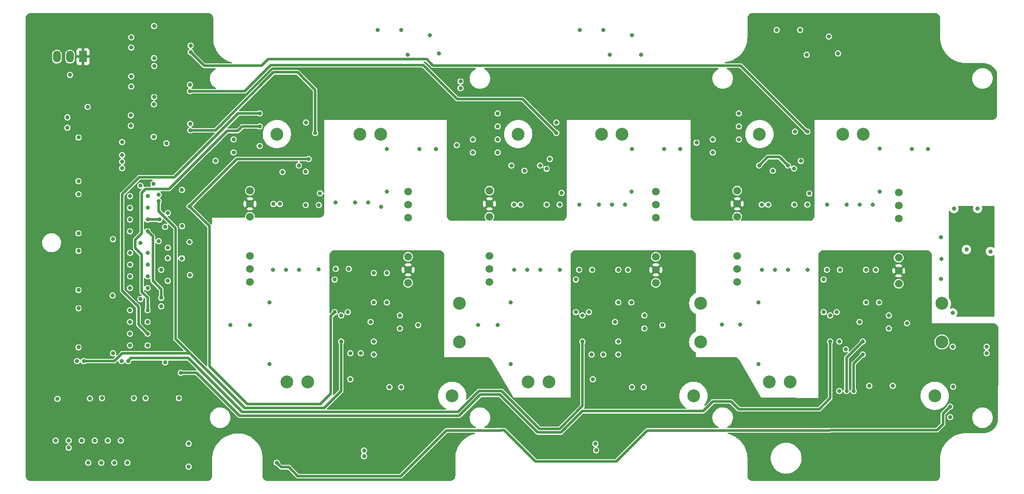
<source format=gbr>
%TF.GenerationSoftware,KiCad,Pcbnew,(6.0.1)*%
%TF.CreationDate,2023-04-20T11:25:51+03:00*%
%TF.ProjectId,Adapter,41646170-7465-4722-9e6b-696361645f70,rev?*%
%TF.SameCoordinates,Original*%
%TF.FileFunction,Copper,L2,Inr*%
%TF.FilePolarity,Positive*%
%FSLAX46Y46*%
G04 Gerber Fmt 4.6, Leading zero omitted, Abs format (unit mm)*
G04 Created by KiCad (PCBNEW (6.0.1)) date 2023-04-20 11:25:51*
%MOMM*%
%LPD*%
G01*
G04 APERTURE LIST*
%TA.AperFunction,ComponentPad*%
%ADD10C,1.500000*%
%TD*%
%TA.AperFunction,ComponentPad*%
%ADD11C,2.500000*%
%TD*%
%TA.AperFunction,ComponentPad*%
%ADD12R,1.500000X2.300000*%
%TD*%
%TA.AperFunction,ComponentPad*%
%ADD13O,1.500000X2.300000*%
%TD*%
%TA.AperFunction,ViaPad*%
%ADD14C,0.800000*%
%TD*%
%TA.AperFunction,Conductor*%
%ADD15C,0.500000*%
%TD*%
G04 APERTURE END LIST*
D10*
%TO.N,GND*%
%TO.C,D49*%
X113360000Y-100330000D03*
%TO.N,+15V*%
X113360000Y-97790000D03*
%TO.N,unconnected-(D49-Pad3)*%
X113360000Y-95250000D03*
%TO.N,+15V_L1*%
X113360000Y-87630000D03*
%TO.N,E2*%
X113360000Y-85090000D03*
%TO.N,-15V_L1*%
X113360000Y-82550000D03*
%TD*%
%TO.N,GND*%
%TO.C,D52*%
X129210000Y-82374000D03*
%TO.N,+15V*%
X129210000Y-84914000D03*
%TO.N,unconnected-(D52-Pad3)*%
X129210000Y-87454000D03*
%TO.N,+15V_H2*%
X129210000Y-95074000D03*
%TO.N,E3*%
X129210000Y-97614000D03*
%TO.N,-15V_H2*%
X129210000Y-100154000D03*
%TD*%
%TO.N,GND*%
%TO.C,D50*%
X82550000Y-82374000D03*
%TO.N,+15V*%
X82550000Y-84914000D03*
%TO.N,unconnected-(D50-Pad3)*%
X82550000Y-87454000D03*
%TO.N,+15V_H1*%
X82550000Y-95074000D03*
%TO.N,E1*%
X82550000Y-97614000D03*
%TO.N,-15V_H1*%
X82550000Y-100154000D03*
%TD*%
%TO.N,GND*%
%TO.C,D51*%
X161620000Y-100330000D03*
%TO.N,+15V*%
X161620000Y-97790000D03*
%TO.N,unconnected-(D51-Pad3)*%
X161620000Y-95250000D03*
%TO.N,+15V_L2*%
X161620000Y-87630000D03*
%TO.N,E4*%
X161620000Y-85090000D03*
%TO.N,-15V_L2*%
X161620000Y-82550000D03*
%TD*%
%TO.N,GND*%
%TO.C,D53*%
X208915000Y-100506000D03*
%TO.N,+15V*%
X208915000Y-97966000D03*
%TO.N,unconnected-(D53-Pad3)*%
X208915000Y-95426000D03*
%TO.N,+15V_L3*%
X208915000Y-87806000D03*
%TO.N,E6*%
X208915000Y-85266000D03*
%TO.N,-15V_L3*%
X208915000Y-82726000D03*
%TD*%
D11*
%TO.N,C1*%
%TO.C,J1*%
X121950000Y-122350000D03*
%TO.N,C2*%
X87800000Y-71350000D03*
%TO.N,E1*%
X93800000Y-119650000D03*
%TO.N,E2*%
X104000000Y-71350000D03*
%TO.N,G1*%
X89750000Y-119650000D03*
%TO.N,G2*%
X108050000Y-71350000D03*
%TO.N,T1*%
X123350000Y-104350000D03*
%TO.N,T2*%
X123350000Y-111850000D03*
%TO.N,C3*%
X168950000Y-122350000D03*
%TO.N,C4*%
X134800000Y-71350000D03*
%TO.N,E3*%
X140800000Y-119650000D03*
%TO.N,E4*%
X151000000Y-71350000D03*
%TO.N,G3*%
X136750000Y-119650000D03*
%TO.N,G4*%
X155050000Y-71350000D03*
%TO.N,T3*%
X170350000Y-104350000D03*
%TO.N,T4*%
X170350000Y-111850000D03*
%TO.N,C5*%
X215950000Y-122350000D03*
%TO.N,C6*%
X181800000Y-71350000D03*
%TO.N,E5*%
X187800000Y-119650000D03*
%TO.N,E6*%
X198000000Y-71350000D03*
%TO.N,G5*%
X183750000Y-119650000D03*
%TO.N,G6*%
X202050000Y-71350000D03*
%TO.N,T5*%
X217350000Y-104350000D03*
%TO.N,T6*%
X217350000Y-111850000D03*
%TD*%
D10*
%TO.N,GND*%
%TO.C,D54*%
X177470000Y-82374000D03*
%TO.N,+15V*%
X177470000Y-84914000D03*
%TO.N,unconnected-(D54-Pad3)*%
X177470000Y-87454000D03*
%TO.N,+15V_H3*%
X177470000Y-95074000D03*
%TO.N,E5*%
X177470000Y-97614000D03*
%TO.N,-15V_H3*%
X177470000Y-100154000D03*
%TD*%
D12*
%TO.N,+15V*%
%TO.C,U1*%
X50038000Y-56261000D03*
D13*
%TO.N,GND*%
X47498000Y-56261000D03*
%TO.N,+3V3*%
X44958000Y-56261000D03*
%TD*%
D14*
%TO.N,E1*%
X89535000Y-97790000D03*
X86360000Y-116205000D03*
%TO.N,E2*%
X109220000Y-74295000D03*
X105613000Y-84658000D03*
%TO.N,E3*%
X136525000Y-97790000D03*
X133350000Y-116205000D03*
%TO.N,E4*%
X153035000Y-85090000D03*
X156972000Y-74295000D03*
%TO.N,T3*%
X217265500Y-95662500D03*
%TO.N,T4*%
X217186000Y-99552000D03*
%TO.N,E5*%
X181610000Y-116205000D03*
X184785000Y-97790000D03*
%TO.N,E6*%
X205232000Y-74168000D03*
X201295000Y-85090000D03*
X224296000Y-85838000D03*
%TO.N,Net-(C1-Pad1)*%
X59190000Y-105656000D03*
%TO.N,GND*%
X53721000Y-122809000D03*
X101803000Y-97587000D03*
X113284000Y-55880000D03*
X198628000Y-113284000D03*
X70916800Y-69342000D03*
X66040000Y-115849020D03*
X146685000Y-97790000D03*
X61214000Y-92583000D03*
X93425000Y-78660000D03*
X101600000Y-106045000D03*
X196850000Y-106045000D03*
X55880000Y-91821000D03*
X151384000Y-51070000D03*
X204470000Y-97790000D03*
X70866000Y-61722000D03*
X177800000Y-72390000D03*
X130810000Y-72390000D03*
X66548000Y-93472000D03*
X55815000Y-102805000D03*
X50927000Y-66040000D03*
X219456000Y-112776000D03*
X188531500Y-78041500D03*
X112014000Y-51054000D03*
X148590000Y-106045000D03*
X140335000Y-85090000D03*
X133985000Y-85090000D03*
X87122000Y-84963000D03*
X57531000Y-115570000D03*
X66548000Y-86741000D03*
X191135000Y-85090000D03*
X156845000Y-104140000D03*
X201295000Y-107950000D03*
X182245000Y-85090000D03*
X153670000Y-107950000D03*
X142875000Y-85090000D03*
X93421000Y-85166000D03*
X99263000Y-97587000D03*
X93472000Y-69088000D03*
X188595000Y-85090000D03*
X57658000Y-72898000D03*
X109220000Y-98425000D03*
X62230000Y-122809000D03*
X142240000Y-69088000D03*
X194945000Y-97790000D03*
X219521000Y-120585000D03*
X63881000Y-50308000D03*
X156972000Y-120650000D03*
X152654000Y-55896000D03*
X48879000Y-115570000D03*
X47244000Y-131064000D03*
X55880000Y-114046000D03*
X61235500Y-81407000D03*
X84455000Y-73660000D03*
X47244000Y-132461000D03*
X106045000Y-107950000D03*
X63895200Y-58053200D03*
X61214000Y-103505000D03*
X70993000Y-54118000D03*
X109728000Y-120650000D03*
X149225000Y-97790000D03*
X47498000Y-59817000D03*
X140335000Y-78105000D03*
X104140000Y-114046000D03*
X109220000Y-104140000D03*
X189738000Y-51054000D03*
X203200000Y-120396000D03*
X197485000Y-97790000D03*
X63819000Y-65546200D03*
X66548000Y-99949000D03*
X188722000Y-70866000D03*
X156210000Y-97790000D03*
X205105000Y-104140000D03*
X151384000Y-114300000D03*
X191008000Y-55880000D03*
X45069000Y-122936000D03*
X95961000Y-85166000D03*
%TO.N,Net-(C2-Pad1)*%
X59190000Y-112514000D03*
%TO.N,Net-(C3-Pad1)*%
X59198000Y-107950000D03*
%TO.N,Net-(C4-Pad1)*%
X59198000Y-110236000D03*
%TO.N,FAULT_1*%
X57658000Y-77978000D03*
X49149000Y-112903000D03*
%TO.N,FLT_H1*%
X62611000Y-105664000D03*
X84455000Y-69850000D03*
%TO.N,FLT_L1*%
X62611000Y-107950000D03*
X104775000Y-132994020D03*
X106680000Y-111760000D03*
%TO.N,RDY_L1*%
X104775000Y-134112000D03*
X62611000Y-112522000D03*
X106680000Y-114300000D03*
%TO.N,RDY_H1*%
X84455000Y-67310000D03*
X62611000Y-110236000D03*
X92075000Y-77470000D03*
%TO.N,Net-(C6-Pad1)*%
X100330000Y-106680000D03*
%TO.N,Net-(C9-Pad1)*%
X59214000Y-94488000D03*
%TO.N,Net-(C10-Pad1)*%
X59198000Y-101346000D03*
%TO.N,Net-(C11-Pad1)*%
X59214000Y-96773000D03*
%TO.N,Net-(C12-Pad1)*%
X59214000Y-99060000D03*
%TO.N,Net-(C13-Pad1)*%
X59182000Y-83439000D03*
%TO.N,Net-(C14-Pad1)*%
X59182000Y-90297000D03*
%TO.N,Net-(C15-Pad1)*%
X59182000Y-85725000D03*
%TO.N,Net-(C16-Pad1)*%
X59182000Y-88011000D03*
%TO.N,Net-(C18-Pad1)*%
X147320000Y-106680000D03*
%TO.N,Net-(C22-Pad1)*%
X195580000Y-106680000D03*
%TO.N,+15V*%
X48514000Y-136144000D03*
X45974000Y-136144000D03*
%TO.N,+3.3VA*%
X223078500Y-99247500D03*
X221996000Y-85852000D03*
X226806000Y-88916000D03*
X226060000Y-106172000D03*
%TO.N,Net-(D15-Pad1)*%
X100330000Y-111760000D03*
X50165000Y-115570000D03*
X64770000Y-84455000D03*
%TO.N,Net-(D14-Pad1)*%
X66294000Y-73152000D03*
X95250000Y-71120000D03*
X70916800Y-70612000D03*
X64770000Y-83185000D03*
%TO.N,Net-(D2-Pad4)*%
X99060000Y-106045000D03*
X93980000Y-76200000D03*
X70805000Y-85405000D03*
%TO.N,FAULT_2*%
X49149000Y-101727000D03*
X57658000Y-76708000D03*
%TO.N,+3V3*%
X51354000Y-122871000D03*
X226060000Y-112776000D03*
X63881000Y-56531000D03*
X197358000Y-121412000D03*
X122825000Y-73517000D03*
X75835000Y-76565000D03*
X49149000Y-94107000D03*
X135255000Y-85090000D03*
X88392000Y-84963000D03*
X117602000Y-52070000D03*
X156972000Y-52086000D03*
X195326000Y-52324000D03*
X63881000Y-64135000D03*
X49149000Y-80518000D03*
X49149000Y-105283000D03*
X69342000Y-89281000D03*
X59944000Y-122809000D03*
X183515000Y-85090000D03*
X143256000Y-82804000D03*
X154305000Y-97790000D03*
X63804800Y-71882000D03*
X49149000Y-72009000D03*
X210550000Y-108204000D03*
X69295000Y-82216000D03*
X226060000Y-114046000D03*
X169545000Y-73025000D03*
X149352000Y-119126000D03*
X99060000Y-99695000D03*
X69295000Y-95551000D03*
X146050000Y-99695000D03*
X68707000Y-122809000D03*
X115300000Y-108585000D03*
X194310000Y-99695000D03*
X162925000Y-108585000D03*
X202565000Y-97790000D03*
X49149000Y-83058000D03*
X96200000Y-82865000D03*
X106680000Y-98425000D03*
X102108000Y-119126000D03*
X191516000Y-82931000D03*
%TO.N,FAULT_3*%
X57658000Y-75438000D03*
X49149000Y-90678000D03*
%TO.N,Net-(D6-Pad1)*%
X142240000Y-71120000D03*
X66040000Y-89408000D03*
X70866000Y-62992000D03*
%TO.N,Net-(D56-Pad1)*%
X146050000Y-106045000D03*
X140970000Y-76200000D03*
X70800000Y-92390000D03*
%TO.N,Net-(D7-Pad1)*%
X58801000Y-115570000D03*
X147320000Y-111760000D03*
X64770000Y-92202000D03*
%TO.N,FLT_H2*%
X62611000Y-94488000D03*
X130810000Y-74930000D03*
X123571000Y-61087000D03*
X130810000Y-69850000D03*
%TO.N,FLT_L2*%
X154305000Y-111760000D03*
X65278000Y-104902000D03*
X149860000Y-131699000D03*
X62610000Y-96773000D03*
%TO.N,RDY_L2*%
X154305000Y-114300000D03*
X62611000Y-101346000D03*
X149987000Y-132969000D03*
%TO.N,RDY_H2*%
X62611000Y-99060000D03*
X130810000Y-67310000D03*
X139065000Y-77470000D03*
X123571000Y-62420500D03*
X63754000Y-81026000D03*
X133477000Y-77470000D03*
%TO.N,FLT_H3*%
X177800000Y-69850000D03*
X62611000Y-83439000D03*
%TO.N,FLT_L3*%
X62611000Y-85725000D03*
X198755000Y-121412000D03*
X201930000Y-111760000D03*
%TO.N,RDY_L3*%
X201930000Y-114300000D03*
X62611000Y-90297000D03*
X200152000Y-121412000D03*
X65278000Y-103251000D03*
%TO.N,RDY_H3*%
X177800000Y-67310000D03*
X64897000Y-88011000D03*
X187325000Y-77470000D03*
X62611000Y-88011000D03*
X181737000Y-77470000D03*
%TO.N,PWM2_L_P*%
X59452000Y-60087000D03*
X54864000Y-131064000D03*
%TO.N,PWM2_L_N*%
X56134000Y-135382000D03*
X59452000Y-62087000D03*
%TO.N,ERR_P*%
X49784000Y-131064000D03*
X46990000Y-68108000D03*
%TO.N,ERR_N*%
X51054000Y-135382000D03*
X46990000Y-70104000D03*
%TO.N,PWM1_L_P*%
X57404000Y-131064000D03*
X59359800Y-67691000D03*
%TO.N,PWM1_L_N*%
X58674000Y-135382000D03*
X59359800Y-69723000D03*
%TO.N,Net-(D16-Pad1)*%
X191135000Y-70866000D03*
X70993000Y-55388000D03*
X66548000Y-95504000D03*
%TO.N,Net-(D17-Pad1)*%
X69088000Y-117856000D03*
X195580000Y-111760000D03*
X65278000Y-97790000D03*
%TO.N,RST_H1*%
X119380000Y-55626000D03*
X88900000Y-78740000D03*
%TO.N,RST_L1*%
X102108000Y-114046000D03*
X106680000Y-104140000D03*
%TO.N,RST_H2*%
X158750000Y-55896000D03*
X136017000Y-78486000D03*
%TO.N,RST_L2*%
X149098000Y-114300000D03*
X154305000Y-104140000D03*
%TO.N,RST_H3*%
X184404000Y-78486000D03*
X197104000Y-55626000D03*
%TO.N,RST_L3*%
X197358000Y-111760000D03*
X202565000Y-104140000D03*
%TO.N,Reset*%
X159258000Y-120650000D03*
X44704000Y-131064000D03*
X112014000Y-120650000D03*
X185166000Y-51054000D03*
X107442000Y-51054000D03*
X207772000Y-120396000D03*
X146812000Y-51070000D03*
%TO.N,PWM3_L_P*%
X59452000Y-52483000D03*
X52324000Y-131064000D03*
%TO.N,PWM3_L_N*%
X59452000Y-54483000D03*
X53594000Y-135382000D03*
%TO.N,Net-(D18-Pad4)*%
X70866000Y-98806000D03*
X194310000Y-106045000D03*
X189865000Y-76581000D03*
%TO.N,Temp_P*%
X87757000Y-135382000D03*
X218948000Y-124460000D03*
X70612000Y-136144000D03*
%TO.N,Temp_N*%
X70612000Y-131689200D03*
X218948000Y-126492000D03*
%TO.N,-15V_L2*%
X155575000Y-85090000D03*
X146685000Y-85090000D03*
X163195000Y-74295000D03*
%TO.N,Net-(C61-Pad1)*%
X86360000Y-104140000D03*
%TO.N,-15V_L3*%
X217148500Y-91461500D03*
X222128500Y-93847500D03*
X219696000Y-85838000D03*
X211455000Y-74295000D03*
X226806000Y-94218000D03*
X203835000Y-85090000D03*
X194945000Y-85090000D03*
X219456000Y-106172000D03*
%TO.N,-15V_L1*%
X99263000Y-84658000D03*
X108153000Y-85522000D03*
X118745000Y-74295000D03*
%TO.N,Net-(C62-Pad1)*%
X109220000Y-82550000D03*
%TO.N,Net-(C67-Pad1)*%
X133350000Y-104140000D03*
%TO.N,Net-(C68-Pad1)*%
X156845000Y-82550000D03*
%TO.N,Net-(C73-Pad1)*%
X181610000Y-104140000D03*
%TO.N,Net-(C74-Pad1)*%
X205232000Y-82550000D03*
%TO.N,+15V_L1*%
X115570000Y-74295000D03*
X103073000Y-84658000D03*
%TO.N,+15V_H1*%
X82550000Y-108585000D03*
X92075000Y-97790000D03*
%TO.N,-15V_H1*%
X95961000Y-97714000D03*
X86995000Y-97790000D03*
X78740000Y-108585000D03*
%TO.N,+15V_L2*%
X166370000Y-74295000D03*
X150495000Y-85090000D03*
%TO.N,+15V_H2*%
X139065000Y-97790000D03*
X127000000Y-108585000D03*
%TO.N,-15V_H2*%
X133985000Y-97790000D03*
X130810000Y-108585000D03*
X142875000Y-97790000D03*
%TO.N,+15V_L3*%
X214630000Y-74295000D03*
X198755000Y-85090000D03*
%TO.N,+15V_H3*%
X187325000Y-97790000D03*
X174498000Y-108458000D03*
%TO.N,-15V_H3*%
X178054000Y-108458000D03*
X191135000Y-97790000D03*
X182245000Y-97790000D03*
%TO.N,Net-(D12-Pad2)*%
X111760000Y-106680000D03*
%TO.N,Net-(D13-Pad2)*%
X111760000Y-109220000D03*
%TO.N,Net-(D21-Pad2)*%
X79375000Y-74930000D03*
%TO.N,Net-(D22-Pad2)*%
X79375000Y-72390000D03*
%TO.N,Net-(D23-Pad2)*%
X159385000Y-106680000D03*
%TO.N,Net-(D24-Pad2)*%
X159385000Y-109220000D03*
%TO.N,Net-(D25-Pad2)*%
X125984000Y-74930000D03*
%TO.N,Net-(D26-Pad2)*%
X125984000Y-72390000D03*
%TO.N,Net-(D27-Pad2)*%
X207010000Y-106680000D03*
%TO.N,Net-(D28-Pad2)*%
X207010000Y-109220000D03*
%TO.N,Net-(D29-Pad2)*%
X172720000Y-74930000D03*
%TO.N,Net-(D30-Pad2)*%
X172720000Y-72390000D03*
%TD*%
D15*
%TO.N,FLT_H1*%
X66802000Y-82042000D02*
X62230000Y-82042000D01*
X61468000Y-90678000D02*
X60198000Y-91948000D01*
X81026000Y-69850000D02*
X80137000Y-70739000D01*
X62230000Y-82042000D02*
X61468000Y-82804000D01*
X84455000Y-69850000D02*
X81026000Y-69850000D01*
X60198000Y-93599000D02*
X61468000Y-94869000D01*
X61468000Y-94869000D02*
X61468000Y-102108000D01*
X61468000Y-102108000D02*
X62611000Y-103251000D01*
X60198000Y-91948000D02*
X60198000Y-93599000D01*
X61468000Y-82804000D02*
X61468000Y-90678000D01*
X62611000Y-103251000D02*
X62611000Y-105664000D01*
X78105000Y-70739000D02*
X66802000Y-82042000D01*
X80137000Y-70739000D02*
X78105000Y-70739000D01*
%TO.N,RDY_H1*%
X67818000Y-79756000D02*
X60960000Y-79756000D01*
X80264000Y-67310000D02*
X67818000Y-79756000D01*
X60960000Y-79756000D02*
X57658000Y-83058000D01*
X57658000Y-101854000D02*
X60833000Y-105029000D01*
X60833000Y-108458000D02*
X62611000Y-110236000D01*
X60833000Y-105029000D02*
X60833000Y-108458000D01*
X84455000Y-67310000D02*
X80264000Y-67310000D01*
X57658000Y-83058000D02*
X57658000Y-101854000D01*
%TO.N,Net-(D15-Pad1)*%
X97028000Y-124714000D02*
X81534000Y-124714000D01*
X81534000Y-124714000D02*
X70866000Y-114046000D01*
X64770000Y-84455000D02*
X64770000Y-86360000D01*
X56134000Y-115570000D02*
X50165000Y-115570000D01*
X68072000Y-89662000D02*
X68072000Y-111252000D01*
X64770000Y-86360000D02*
X68072000Y-89662000D01*
X100330000Y-111760000D02*
X100330000Y-121412000D01*
X70866000Y-114046000D02*
X57658000Y-114046000D01*
X100330000Y-121412000D02*
X97028000Y-124714000D01*
X68072000Y-111252000D02*
X70866000Y-114046000D01*
X57658000Y-114046000D02*
X56134000Y-115570000D01*
%TO.N,Net-(D14-Pad1)*%
X95250000Y-62738000D02*
X91821000Y-59309000D01*
X87122000Y-59309000D02*
X75819000Y-70612000D01*
X75819000Y-70612000D02*
X70916800Y-70612000D01*
X95250000Y-71120000D02*
X95250000Y-62738000D01*
X91821000Y-59309000D02*
X87122000Y-59309000D01*
%TO.N,Net-(D2-Pad4)*%
X80010000Y-76200000D02*
X93980000Y-76200000D01*
X82042000Y-123952000D02*
X96266000Y-123952000D01*
X74676000Y-116586000D02*
X82042000Y-123952000D01*
X70805000Y-85405000D02*
X80010000Y-76200000D01*
X70805000Y-85405000D02*
X74676000Y-89276000D01*
X98298000Y-106807000D02*
X99060000Y-106045000D01*
X98298000Y-121920000D02*
X98298000Y-106807000D01*
X74676000Y-89276000D02*
X74676000Y-116586000D01*
X96266000Y-123952000D02*
X98298000Y-121920000D01*
%TO.N,Net-(D6-Pad1)*%
X86614000Y-57912000D02*
X116332000Y-57912000D01*
X70873521Y-62999521D02*
X81526479Y-62999521D01*
X122936000Y-64516000D02*
X135636000Y-64516000D01*
X135636000Y-64516000D02*
X142240000Y-71120000D01*
X116332000Y-57912000D02*
X122936000Y-64516000D01*
X81526479Y-62999521D02*
X86614000Y-57912000D01*
X70866000Y-62992000D02*
X70873521Y-62999521D01*
%TO.N,Net-(D7-Pad1)*%
X127129950Y-121412000D02*
X123065950Y-125476000D01*
X147320000Y-111760000D02*
X147320000Y-124333000D01*
X70549520Y-114999520D02*
X59371480Y-114999520D01*
X142875000Y-128778000D02*
X138938000Y-128778000D01*
X81026000Y-125476000D02*
X70549520Y-114999520D01*
X59371480Y-114999520D02*
X58801000Y-115570000D01*
X131572000Y-121412000D02*
X127129950Y-121412000D01*
X147320000Y-124333000D02*
X142875000Y-128778000D01*
X123065950Y-125476000D02*
X81026000Y-125476000D01*
X138938000Y-128778000D02*
X131572000Y-121412000D01*
%TO.N,FLT_L3*%
X198755000Y-121412000D02*
X198755000Y-114935000D01*
X198755000Y-114935000D02*
X201930000Y-111760000D01*
%TO.N,RDY_L3*%
X63627000Y-91313000D02*
X62611000Y-90297000D01*
X65278000Y-101600000D02*
X63627000Y-99949000D01*
X200152000Y-116078000D02*
X201930000Y-114300000D01*
X200152000Y-121412000D02*
X200152000Y-116078000D01*
X63627000Y-99949000D02*
X63627000Y-91313000D01*
X65278000Y-103251000D02*
X65278000Y-101600000D01*
%TO.N,RDY_H3*%
X185674000Y-75819000D02*
X187325000Y-77470000D01*
X181737000Y-77470000D02*
X183388000Y-75819000D01*
X183388000Y-75819000D02*
X185674000Y-75819000D01*
X62611000Y-88011000D02*
X64897000Y-88011000D01*
%TO.N,Net-(D16-Pad1)*%
X75714663Y-58000479D02*
X77785337Y-58000479D01*
X191008000Y-70866000D02*
X191135000Y-70866000D01*
X116967000Y-56769000D02*
X118198479Y-58000479D01*
X75676142Y-58039000D02*
X75714663Y-58000479D01*
X118198479Y-58000479D02*
X178142479Y-58000479D01*
X84836000Y-58039000D02*
X86106000Y-56769000D01*
X77785337Y-58000479D02*
X77823858Y-58039000D01*
X77823858Y-58039000D02*
X84836000Y-58039000D01*
X70993000Y-55388000D02*
X73644000Y-58039000D01*
X86106000Y-56769000D02*
X116967000Y-56769000D01*
X73644000Y-58039000D02*
X75676142Y-58039000D01*
X178142479Y-58000479D02*
X191008000Y-70866000D01*
%TO.N,Net-(D17-Pad1)*%
X123293220Y-126238000D02*
X127419700Y-122111520D01*
X177746184Y-124968000D02*
X193421000Y-124968000D01*
X172720000Y-123444000D02*
X176276000Y-123444000D01*
X195580000Y-122809000D02*
X195580000Y-122428000D01*
X147292759Y-125349511D02*
X170814489Y-125349511D01*
X127419700Y-122111520D02*
X131255520Y-122111520D01*
X69088000Y-117856000D02*
X72136000Y-117856000D01*
X193421000Y-124968000D02*
X195580000Y-122809000D01*
X143164750Y-129477520D02*
X147292759Y-125349511D01*
X131255520Y-122111520D02*
X138621520Y-129477520D01*
X170814489Y-125349511D02*
X172720000Y-123444000D01*
X195580000Y-122428000D02*
X195580000Y-111760000D01*
X72136000Y-117856000D02*
X80518000Y-126238000D01*
X177746184Y-124914184D02*
X177746184Y-124968000D01*
X80518000Y-126238000D02*
X123293220Y-126238000D01*
X138621520Y-129477520D02*
X143164750Y-129477520D01*
X176276000Y-123444000D02*
X177746184Y-124914184D01*
%TO.N,Temp_P*%
X111936479Y-137999521D02*
X91898521Y-137999521D01*
X153924000Y-135128000D02*
X138176000Y-135128000D01*
X195512479Y-129099521D02*
X159952479Y-129099521D01*
X131572000Y-129032000D02*
X131504479Y-129099521D01*
X132080000Y-129032000D02*
X131572000Y-129032000D01*
X218948000Y-124460000D02*
X217551000Y-125857000D01*
X88646000Y-136271000D02*
X87757000Y-135382000D01*
X90170000Y-136271000D02*
X88646000Y-136271000D01*
X120836479Y-129099521D02*
X111936479Y-137999521D01*
X159952479Y-129099521D02*
X153924000Y-135128000D01*
X138176000Y-135128000D02*
X132080000Y-129032000D01*
X195580000Y-129032000D02*
X195512479Y-129099521D01*
X216408000Y-129032000D02*
X195580000Y-129032000D01*
X217551000Y-127889000D02*
X216408000Y-129032000D01*
X217551000Y-125857000D02*
X217551000Y-127889000D01*
X131504479Y-129099521D02*
X120836479Y-129099521D01*
X91898521Y-137999521D02*
X90170000Y-136271000D01*
%TD*%
%TA.AperFunction,Conductor*%
%TO.N,+3.3VA*%
G36*
X223395954Y-85364002D02*
G01*
X223442447Y-85417658D01*
X223452551Y-85487932D01*
X223447666Y-85508936D01*
X223402458Y-85648072D01*
X223382496Y-85838000D01*
X223402458Y-86027928D01*
X223461473Y-86209556D01*
X223556960Y-86374944D01*
X223684747Y-86516866D01*
X223839248Y-86629118D01*
X223845276Y-86631802D01*
X223845278Y-86631803D01*
X224007681Y-86704109D01*
X224013712Y-86706794D01*
X224107112Y-86726647D01*
X224194056Y-86745128D01*
X224194061Y-86745128D01*
X224200513Y-86746500D01*
X224391487Y-86746500D01*
X224397939Y-86745128D01*
X224397944Y-86745128D01*
X224484888Y-86726647D01*
X224578288Y-86706794D01*
X224584319Y-86704109D01*
X224746722Y-86631803D01*
X224746724Y-86631802D01*
X224752752Y-86629118D01*
X224907253Y-86516866D01*
X225035040Y-86374944D01*
X225130527Y-86209556D01*
X225189542Y-86027928D01*
X225209504Y-85838000D01*
X225189542Y-85648072D01*
X225144334Y-85508936D01*
X225142307Y-85437968D01*
X225178969Y-85377171D01*
X225242681Y-85345845D01*
X225264167Y-85344000D01*
X227458000Y-85344000D01*
X227526121Y-85364002D01*
X227572614Y-85417658D01*
X227584000Y-85470000D01*
X227584000Y-93412994D01*
X227563998Y-93481115D01*
X227510342Y-93527608D01*
X227440068Y-93537712D01*
X227383939Y-93514930D01*
X227268094Y-93430763D01*
X227268093Y-93430762D01*
X227262752Y-93426882D01*
X227256724Y-93424198D01*
X227256722Y-93424197D01*
X227094319Y-93351891D01*
X227094318Y-93351891D01*
X227088288Y-93349206D01*
X226994888Y-93329353D01*
X226907944Y-93310872D01*
X226907939Y-93310872D01*
X226901487Y-93309500D01*
X226710513Y-93309500D01*
X226704061Y-93310872D01*
X226704056Y-93310872D01*
X226617112Y-93329353D01*
X226523712Y-93349206D01*
X226517682Y-93351891D01*
X226517681Y-93351891D01*
X226355278Y-93424197D01*
X226355276Y-93424198D01*
X226349248Y-93426882D01*
X226194747Y-93539134D01*
X226066960Y-93681056D01*
X225971473Y-93846444D01*
X225912458Y-94028072D01*
X225911768Y-94034633D01*
X225911768Y-94034635D01*
X225910815Y-94043706D01*
X225892496Y-94218000D01*
X225893186Y-94224565D01*
X225910506Y-94389352D01*
X225912458Y-94407928D01*
X225971473Y-94589556D01*
X226066960Y-94754944D01*
X226194747Y-94896866D01*
X226349248Y-95009118D01*
X226355276Y-95011802D01*
X226355278Y-95011803D01*
X226380441Y-95023006D01*
X226523712Y-95086794D01*
X226617112Y-95106647D01*
X226704056Y-95125128D01*
X226704061Y-95125128D01*
X226710513Y-95126500D01*
X226901487Y-95126500D01*
X226907939Y-95125128D01*
X226907944Y-95125128D01*
X226994887Y-95106647D01*
X227088288Y-95086794D01*
X227231559Y-95023006D01*
X227256722Y-95011803D01*
X227256724Y-95011802D01*
X227262752Y-95009118D01*
X227383939Y-94921070D01*
X227450806Y-94897212D01*
X227519958Y-94913292D01*
X227569438Y-94964206D01*
X227584000Y-95023006D01*
X227584000Y-106808000D01*
X227563998Y-106876121D01*
X227510342Y-106922614D01*
X227458000Y-106934000D01*
X220275399Y-106934000D01*
X220207278Y-106913998D01*
X220160785Y-106860342D01*
X220150681Y-106790068D01*
X220181762Y-106723691D01*
X220190621Y-106713852D01*
X220190622Y-106713851D01*
X220195040Y-106708944D01*
X220290527Y-106543556D01*
X220349542Y-106361928D01*
X220369504Y-106172000D01*
X220349542Y-105982072D01*
X220290527Y-105800444D01*
X220195040Y-105635056D01*
X220079662Y-105506915D01*
X220071675Y-105498045D01*
X220071674Y-105498044D01*
X220067253Y-105493134D01*
X219912752Y-105380882D01*
X219906724Y-105378198D01*
X219906722Y-105378197D01*
X219744319Y-105305891D01*
X219744318Y-105305891D01*
X219738288Y-105303206D01*
X219644888Y-105283353D01*
X219557944Y-105264872D01*
X219557939Y-105264872D01*
X219551487Y-105263500D01*
X219360513Y-105263500D01*
X219354061Y-105264872D01*
X219354056Y-105264872D01*
X219267113Y-105283353D01*
X219173712Y-105303206D01*
X219069848Y-105349449D01*
X218999482Y-105358883D01*
X218935185Y-105328777D01*
X218897371Y-105268688D01*
X218898047Y-105197695D01*
X218903718Y-105182591D01*
X219005162Y-104957393D01*
X219007083Y-104953129D01*
X219078030Y-104701572D01*
X219081177Y-104676837D01*
X219110616Y-104445421D01*
X219110616Y-104445417D01*
X219111014Y-104442291D01*
X219113431Y-104350000D01*
X219094061Y-104089348D01*
X219036377Y-103834423D01*
X218941647Y-103590823D01*
X218811951Y-103363902D01*
X218721050Y-103248594D01*
X218694585Y-103182716D01*
X218694000Y-103170589D01*
X218694000Y-93847500D01*
X221214996Y-93847500D01*
X221215686Y-93854065D01*
X221233975Y-94028072D01*
X221234958Y-94037428D01*
X221293973Y-94219056D01*
X221389460Y-94384444D01*
X221517247Y-94526366D01*
X221671748Y-94638618D01*
X221677776Y-94641302D01*
X221677778Y-94641303D01*
X221840181Y-94713609D01*
X221846212Y-94716294D01*
X221939613Y-94736147D01*
X222026556Y-94754628D01*
X222026561Y-94754628D01*
X222033013Y-94756000D01*
X222223987Y-94756000D01*
X222230439Y-94754628D01*
X222230444Y-94754628D01*
X222317387Y-94736147D01*
X222410788Y-94716294D01*
X222416819Y-94713609D01*
X222579222Y-94641303D01*
X222579224Y-94641302D01*
X222585252Y-94638618D01*
X222739753Y-94526366D01*
X222867540Y-94384444D01*
X222963027Y-94219056D01*
X223022042Y-94037428D01*
X223023026Y-94028072D01*
X223041314Y-93854065D01*
X223042004Y-93847500D01*
X223024510Y-93681056D01*
X223022732Y-93664135D01*
X223022732Y-93664133D01*
X223022042Y-93657572D01*
X222963027Y-93475944D01*
X222867540Y-93310556D01*
X222739753Y-93168634D01*
X222585252Y-93056382D01*
X222579224Y-93053698D01*
X222579222Y-93053697D01*
X222416819Y-92981391D01*
X222416818Y-92981391D01*
X222410788Y-92978706D01*
X222317387Y-92958853D01*
X222230444Y-92940372D01*
X222230439Y-92940372D01*
X222223987Y-92939000D01*
X222033013Y-92939000D01*
X222026561Y-92940372D01*
X222026556Y-92940372D01*
X221939613Y-92958853D01*
X221846212Y-92978706D01*
X221840182Y-92981391D01*
X221840181Y-92981391D01*
X221677778Y-93053697D01*
X221677776Y-93053698D01*
X221671748Y-93056382D01*
X221517247Y-93168634D01*
X221389460Y-93310556D01*
X221293973Y-93475944D01*
X221234958Y-93657572D01*
X221234268Y-93664133D01*
X221234268Y-93664135D01*
X221232490Y-93681056D01*
X221214996Y-93847500D01*
X218694000Y-93847500D01*
X218694000Y-86389722D01*
X218714002Y-86321601D01*
X218767658Y-86275108D01*
X218837932Y-86265004D01*
X218902512Y-86294498D01*
X218929119Y-86326722D01*
X218956960Y-86374944D01*
X219084747Y-86516866D01*
X219239248Y-86629118D01*
X219245276Y-86631802D01*
X219245278Y-86631803D01*
X219407681Y-86704109D01*
X219413712Y-86706794D01*
X219507112Y-86726647D01*
X219594056Y-86745128D01*
X219594061Y-86745128D01*
X219600513Y-86746500D01*
X219791487Y-86746500D01*
X219797939Y-86745128D01*
X219797944Y-86745128D01*
X219884888Y-86726647D01*
X219978288Y-86706794D01*
X219984319Y-86704109D01*
X220146722Y-86631803D01*
X220146724Y-86631802D01*
X220152752Y-86629118D01*
X220307253Y-86516866D01*
X220435040Y-86374944D01*
X220530527Y-86209556D01*
X220589542Y-86027928D01*
X220609504Y-85838000D01*
X220589542Y-85648072D01*
X220544334Y-85508936D01*
X220542307Y-85437968D01*
X220578969Y-85377171D01*
X220642681Y-85345845D01*
X220664167Y-85344000D01*
X223327833Y-85344000D01*
X223395954Y-85364002D01*
G37*
%TD.AperFunction*%
%TD*%
%TA.AperFunction,Conductor*%
%TO.N,+15V*%
G36*
X74406160Y-47752607D02*
G01*
X74582737Y-47769999D01*
X74606954Y-47774815D01*
X74770806Y-47824518D01*
X74793626Y-47833971D01*
X74944628Y-47914683D01*
X74965155Y-47928399D01*
X75097518Y-48037026D01*
X75114971Y-48054479D01*
X75223598Y-48186842D01*
X75237314Y-48207369D01*
X75286604Y-48299583D01*
X75318026Y-48358371D01*
X75327479Y-48381190D01*
X75377182Y-48545043D01*
X75381999Y-48569263D01*
X75398890Y-48740760D01*
X75399497Y-48753110D01*
X75399497Y-52682638D01*
X75397822Y-52700003D01*
X75394924Y-52700003D01*
X75395803Y-52720124D01*
X75406563Y-52966568D01*
X75413209Y-53118793D01*
X75467924Y-53534396D01*
X75558653Y-53943648D01*
X75559481Y-53946273D01*
X75559482Y-53946278D01*
X75679283Y-54326238D01*
X75684705Y-54343436D01*
X75845122Y-54730716D01*
X76038682Y-55102541D01*
X76263912Y-55456081D01*
X76400578Y-55634188D01*
X76517433Y-55786476D01*
X76519098Y-55788646D01*
X76802298Y-56097704D01*
X76804316Y-56099553D01*
X76804318Y-56099555D01*
X76853129Y-56144282D01*
X77111356Y-56380904D01*
X77113518Y-56382563D01*
X77113524Y-56382568D01*
X77208875Y-56455733D01*
X77443921Y-56636090D01*
X77797462Y-56861320D01*
X78169287Y-57054880D01*
X78556567Y-57215296D01*
X78559187Y-57216122D01*
X78559195Y-57216125D01*
X78953725Y-57340519D01*
X78953730Y-57340520D01*
X78954916Y-57340894D01*
X78954917Y-57340895D01*
X78956355Y-57341348D01*
X78956243Y-57341703D01*
X79015374Y-57377747D01*
X79046394Y-57441608D01*
X79037964Y-57512103D01*
X78992760Y-57566848D01*
X78922138Y-57588500D01*
X77996212Y-57588500D01*
X77958219Y-57582635D01*
X77933302Y-57574755D01*
X77929837Y-57573659D01*
X77926087Y-57572408D01*
X77879600Y-57556083D01*
X77879598Y-57556083D01*
X77870706Y-57552960D01*
X77863518Y-57552678D01*
X77863459Y-57552667D01*
X77856607Y-57550499D01*
X77850000Y-57549979D01*
X77797321Y-57549979D01*
X77792374Y-57549882D01*
X77735343Y-57547641D01*
X77728237Y-57549525D01*
X77719990Y-57549979D01*
X75748883Y-57549979D01*
X75734074Y-57549106D01*
X75709706Y-57546222D01*
X75700353Y-57545115D01*
X75691089Y-57546807D01*
X75691088Y-57546807D01*
X75642662Y-57555651D01*
X75638759Y-57556301D01*
X75590018Y-57563629D01*
X75590017Y-57563629D01*
X75580701Y-57565030D01*
X75574188Y-57568158D01*
X75567090Y-57569454D01*
X75558731Y-57573796D01*
X75557732Y-57574315D01*
X75555929Y-57574755D01*
X75549816Y-57576848D01*
X75549627Y-57576295D01*
X75499650Y-57588500D01*
X73882793Y-57588500D01*
X73814672Y-57568498D01*
X73793698Y-57551595D01*
X71624162Y-55382059D01*
X71590136Y-55319747D01*
X71588335Y-55309409D01*
X71586849Y-55298116D01*
X71578044Y-55231238D01*
X71517536Y-55085159D01*
X71421282Y-54959718D01*
X71295841Y-54863464D01*
X71290550Y-54861272D01*
X71242364Y-54810738D01*
X71228926Y-54741025D01*
X71255312Y-54675114D01*
X71290224Y-54644863D01*
X71295841Y-54642536D01*
X71421282Y-54546282D01*
X71517536Y-54420841D01*
X71578044Y-54274762D01*
X71598682Y-54118000D01*
X71578044Y-53961238D01*
X71517536Y-53815159D01*
X71421282Y-53689718D01*
X71295841Y-53593464D01*
X71168053Y-53540532D01*
X71157391Y-53536116D01*
X71149762Y-53532956D01*
X71140002Y-53531671D01*
X71001188Y-53513396D01*
X70993000Y-53512318D01*
X70984812Y-53513396D01*
X70845999Y-53531671D01*
X70836238Y-53532956D01*
X70828609Y-53536116D01*
X70817947Y-53540532D01*
X70690159Y-53593464D01*
X70564718Y-53689718D01*
X70468464Y-53815159D01*
X70407956Y-53961238D01*
X70387318Y-54118000D01*
X70407956Y-54274762D01*
X70468464Y-54420841D01*
X70564718Y-54546282D01*
X70690159Y-54642536D01*
X70695450Y-54644728D01*
X70743636Y-54695262D01*
X70757074Y-54764975D01*
X70730688Y-54830886D01*
X70695776Y-54861137D01*
X70690159Y-54863464D01*
X70564718Y-54959718D01*
X70468464Y-55085159D01*
X70407956Y-55231238D01*
X70406878Y-55239426D01*
X70402300Y-55274199D01*
X70387318Y-55388000D01*
X70407956Y-55544762D01*
X70468464Y-55690841D01*
X70473491Y-55697392D01*
X70559562Y-55809562D01*
X70564718Y-55816282D01*
X70690159Y-55912536D01*
X70836238Y-55973044D01*
X70914410Y-55983335D01*
X70979337Y-56012057D01*
X70987059Y-56019162D01*
X73301247Y-58333350D01*
X73311101Y-58344439D01*
X73325433Y-58362618D01*
X73332128Y-58371110D01*
X73339875Y-58376465D01*
X73339877Y-58376466D01*
X73348611Y-58382502D01*
X73378668Y-58403275D01*
X73380375Y-58404455D01*
X73383587Y-58406750D01*
X73430816Y-58441634D01*
X73437632Y-58444027D01*
X73443569Y-58448131D01*
X73452549Y-58450971D01*
X73452551Y-58450972D01*
X73472717Y-58457350D01*
X73499519Y-58465826D01*
X73503250Y-58467071D01*
X73549737Y-58483396D01*
X73549739Y-58483396D01*
X73558631Y-58486519D01*
X73565819Y-58486801D01*
X73565878Y-58486812D01*
X73572730Y-58488980D01*
X73579337Y-58489500D01*
X73632016Y-58489500D01*
X73636962Y-58489597D01*
X73693994Y-58491838D01*
X73701100Y-58489954D01*
X73709344Y-58489500D01*
X75641922Y-58489500D01*
X75656731Y-58490373D01*
X75690452Y-58494364D01*
X75699716Y-58492672D01*
X75699717Y-58492672D01*
X75748143Y-58483828D01*
X75752040Y-58483179D01*
X75756584Y-58482496D01*
X75762732Y-58481571D01*
X75833069Y-58491219D01*
X75887025Y-58537363D01*
X75907468Y-58605352D01*
X75887909Y-58673602D01*
X75841303Y-58717058D01*
X75679256Y-58804494D01*
X75675340Y-58806607D01*
X75447460Y-58974922D01*
X75444281Y-58978051D01*
X75444278Y-58978054D01*
X75412445Y-59009391D01*
X75245570Y-59173666D01*
X75242869Y-59177206D01*
X75242863Y-59177212D01*
X75076451Y-59395264D01*
X75073696Y-59398874D01*
X75045932Y-59448451D01*
X74979267Y-59567491D01*
X74935270Y-59646053D01*
X74933662Y-59650211D01*
X74933659Y-59650216D01*
X74846579Y-59875305D01*
X74833052Y-59910270D01*
X74832048Y-59914602D01*
X74832047Y-59914605D01*
X74826526Y-59938426D01*
X74769082Y-60186253D01*
X74744637Y-60468497D01*
X74744881Y-60472932D01*
X74744881Y-60472936D01*
X74756916Y-60691604D01*
X74760205Y-60751370D01*
X74787632Y-60889257D01*
X74794267Y-60922609D01*
X74815474Y-61029226D01*
X74816950Y-61033429D01*
X74906593Y-61288695D01*
X74909342Y-61296524D01*
X74911395Y-61300477D01*
X74911398Y-61300483D01*
X74953853Y-61382211D01*
X75039936Y-61547928D01*
X75042519Y-61551543D01*
X75042523Y-61551549D01*
X75106502Y-61641078D01*
X75204651Y-61778424D01*
X75207729Y-61781651D01*
X75207731Y-61781653D01*
X75357285Y-61938426D01*
X75400199Y-61983412D01*
X75622680Y-62158801D01*
X75732927Y-62222837D01*
X75863807Y-62298859D01*
X75863813Y-62298862D01*
X75867654Y-62301093D01*
X75871777Y-62302763D01*
X75880354Y-62306237D01*
X75935983Y-62350349D01*
X75958933Y-62417535D01*
X75941916Y-62486462D01*
X75890335Y-62535247D01*
X75833052Y-62549021D01*
X71317899Y-62549021D01*
X71249778Y-62529019D01*
X71241207Y-62522992D01*
X71168841Y-62467464D01*
X71163545Y-62465270D01*
X71115361Y-62414734D01*
X71101927Y-62345020D01*
X71128315Y-62279110D01*
X71163224Y-62248863D01*
X71168841Y-62246536D01*
X71271899Y-62167457D01*
X71287736Y-62155305D01*
X71294282Y-62150282D01*
X71390536Y-62024841D01*
X71451044Y-61878762D01*
X71471682Y-61722000D01*
X71451044Y-61565238D01*
X71390536Y-61419159D01*
X71294282Y-61293718D01*
X71168841Y-61197464D01*
X71022762Y-61136956D01*
X70866000Y-61116318D01*
X70709238Y-61136956D01*
X70563159Y-61197464D01*
X70437718Y-61293718D01*
X70341464Y-61419159D01*
X70280956Y-61565238D01*
X70260318Y-61722000D01*
X70280956Y-61878762D01*
X70341464Y-62024841D01*
X70437718Y-62150282D01*
X70444264Y-62155305D01*
X70460101Y-62167457D01*
X70563159Y-62246536D01*
X70568450Y-62248728D01*
X70616636Y-62299262D01*
X70630074Y-62368975D01*
X70603688Y-62434886D01*
X70568776Y-62465137D01*
X70563159Y-62467464D01*
X70437718Y-62563718D01*
X70432695Y-62570264D01*
X70416566Y-62591284D01*
X70341464Y-62689159D01*
X70280956Y-62835238D01*
X70260318Y-62992000D01*
X70280956Y-63148762D01*
X70341464Y-63294841D01*
X70437718Y-63420282D01*
X70444264Y-63425305D01*
X70451094Y-63430546D01*
X70563159Y-63516536D01*
X70709238Y-63577044D01*
X70866000Y-63597682D01*
X70874188Y-63596604D01*
X71014574Y-63578122D01*
X71022762Y-63577044D01*
X71168841Y-63516536D01*
X71221593Y-63476058D01*
X71287813Y-63450458D01*
X71298297Y-63450021D01*
X81492259Y-63450021D01*
X81507068Y-63450894D01*
X81540789Y-63454885D01*
X81550053Y-63453193D01*
X81550054Y-63453193D01*
X81598480Y-63444349D01*
X81602383Y-63443699D01*
X81651124Y-63436371D01*
X81651125Y-63436371D01*
X81660441Y-63434970D01*
X81666954Y-63431842D01*
X81674052Y-63430546D01*
X81726126Y-63403496D01*
X81729616Y-63401753D01*
X81782558Y-63376330D01*
X81787844Y-63371444D01*
X81787892Y-63371411D01*
X81794267Y-63368100D01*
X81799307Y-63363796D01*
X81836534Y-63326569D01*
X81840100Y-63323139D01*
X81875120Y-63290767D01*
X81882035Y-63284375D01*
X81885728Y-63278016D01*
X81891245Y-63271858D01*
X86763698Y-58399405D01*
X86826010Y-58365379D01*
X86852793Y-58362500D01*
X116093207Y-58362500D01*
X116161328Y-58382502D01*
X116182302Y-58399405D01*
X122593247Y-64810350D01*
X122603101Y-64821439D01*
X122608881Y-64828770D01*
X122624128Y-64848110D01*
X122631875Y-64853465D01*
X122631877Y-64853466D01*
X122672375Y-64881455D01*
X122675587Y-64883750D01*
X122722816Y-64918634D01*
X122729632Y-64921027D01*
X122735569Y-64925131D01*
X122744549Y-64927971D01*
X122744551Y-64927972D01*
X122764717Y-64934350D01*
X122791519Y-64942826D01*
X122795250Y-64944071D01*
X122841737Y-64960396D01*
X122841739Y-64960396D01*
X122850631Y-64963519D01*
X122857819Y-64963801D01*
X122857878Y-64963812D01*
X122864730Y-64965980D01*
X122871337Y-64966500D01*
X122924016Y-64966500D01*
X122928962Y-64966597D01*
X122985994Y-64968838D01*
X122993100Y-64966954D01*
X123001344Y-64966500D01*
X135397207Y-64966500D01*
X135465328Y-64986502D01*
X135486302Y-65003405D01*
X141608838Y-71125941D01*
X141642864Y-71188253D01*
X141644664Y-71198585D01*
X141654956Y-71276762D01*
X141715464Y-71422841D01*
X141811718Y-71548282D01*
X141937159Y-71644536D01*
X142083238Y-71705044D01*
X142240000Y-71725682D01*
X142248188Y-71724604D01*
X142388574Y-71706122D01*
X142396762Y-71705044D01*
X142542841Y-71644536D01*
X142668282Y-71548282D01*
X142764536Y-71422841D01*
X142825044Y-71276762D01*
X142845682Y-71120000D01*
X142825044Y-70963238D01*
X142764536Y-70817159D01*
X142668282Y-70691718D01*
X142542841Y-70595464D01*
X142396762Y-70534956D01*
X142318590Y-70524665D01*
X142253663Y-70495943D01*
X142245941Y-70488838D01*
X140845103Y-69088000D01*
X141634318Y-69088000D01*
X141654956Y-69244762D01*
X141715464Y-69390841D01*
X141811718Y-69516282D01*
X141818264Y-69521305D01*
X141822713Y-69524719D01*
X141937159Y-69612536D01*
X142083238Y-69673044D01*
X142240000Y-69693682D01*
X142248188Y-69692604D01*
X142388574Y-69674122D01*
X142396762Y-69673044D01*
X142542841Y-69612536D01*
X142657287Y-69524719D01*
X142661736Y-69521305D01*
X142668282Y-69516282D01*
X142764536Y-69390841D01*
X142825044Y-69244762D01*
X142845682Y-69088000D01*
X142825044Y-68931238D01*
X142764536Y-68785159D01*
X142668282Y-68659718D01*
X142542841Y-68563464D01*
X142396762Y-68502956D01*
X142240000Y-68482318D01*
X142083238Y-68502956D01*
X141937159Y-68563464D01*
X141811718Y-68659718D01*
X141715464Y-68785159D01*
X141654956Y-68931238D01*
X141634318Y-69088000D01*
X140845103Y-69088000D01*
X139067103Y-67310000D01*
X177194318Y-67310000D01*
X177214956Y-67466762D01*
X177275464Y-67612841D01*
X177371718Y-67738282D01*
X177497159Y-67834536D01*
X177643238Y-67895044D01*
X177800000Y-67915682D01*
X177808188Y-67914604D01*
X177948574Y-67896122D01*
X177956762Y-67895044D01*
X178102841Y-67834536D01*
X178228282Y-67738282D01*
X178324536Y-67612841D01*
X178385044Y-67466762D01*
X178405682Y-67310000D01*
X178385044Y-67153238D01*
X178324536Y-67007159D01*
X178228282Y-66881718D01*
X178102841Y-66785464D01*
X177956762Y-66724956D01*
X177800000Y-66704318D01*
X177643238Y-66724956D01*
X177497159Y-66785464D01*
X177371718Y-66881718D01*
X177275464Y-67007159D01*
X177214956Y-67153238D01*
X177194318Y-67310000D01*
X139067103Y-67310000D01*
X135978753Y-64221650D01*
X135968899Y-64210561D01*
X135953707Y-64191291D01*
X135953705Y-64191289D01*
X135947872Y-64183890D01*
X135940125Y-64178535D01*
X135940123Y-64178534D01*
X135899625Y-64150545D01*
X135896403Y-64148243D01*
X135856758Y-64118960D01*
X135856757Y-64118959D01*
X135849184Y-64113366D01*
X135842368Y-64110973D01*
X135836431Y-64106869D01*
X135827451Y-64104029D01*
X135827449Y-64104028D01*
X135807283Y-64097650D01*
X135780481Y-64089174D01*
X135776750Y-64087929D01*
X135730263Y-64071604D01*
X135730261Y-64071604D01*
X135721369Y-64068481D01*
X135714181Y-64068199D01*
X135714122Y-64068188D01*
X135707270Y-64066020D01*
X135700663Y-64065500D01*
X135647984Y-64065500D01*
X135643037Y-64065403D01*
X135586006Y-64063162D01*
X135578900Y-64065046D01*
X135570653Y-64065500D01*
X123174793Y-64065500D01*
X123106672Y-64045498D01*
X123085698Y-64028595D01*
X121477603Y-62420500D01*
X122965318Y-62420500D01*
X122966396Y-62428688D01*
X122978458Y-62520305D01*
X122985956Y-62577262D01*
X123046464Y-62723341D01*
X123142718Y-62848782D01*
X123268159Y-62945036D01*
X123414238Y-63005544D01*
X123571000Y-63026182D01*
X123579188Y-63025104D01*
X123719574Y-63006622D01*
X123727762Y-63005544D01*
X123873841Y-62945036D01*
X123999282Y-62848782D01*
X124095536Y-62723341D01*
X124156044Y-62577262D01*
X124163543Y-62520305D01*
X124175604Y-62428688D01*
X124176682Y-62420500D01*
X124156044Y-62263738D01*
X124095536Y-62117659D01*
X123999282Y-61992218D01*
X123991398Y-61986168D01*
X123918508Y-61930238D01*
X123873841Y-61895964D01*
X123811542Y-61870159D01*
X123756261Y-61825611D01*
X123733840Y-61758247D01*
X123751398Y-61689456D01*
X123803360Y-61641078D01*
X123811542Y-61637341D01*
X123873841Y-61611536D01*
X123999282Y-61515282D01*
X124095536Y-61389841D01*
X124156044Y-61243762D01*
X124176682Y-61087000D01*
X124156044Y-60930238D01*
X124095536Y-60784159D01*
X123999282Y-60658718D01*
X123873841Y-60562464D01*
X123727762Y-60501956D01*
X123571000Y-60481318D01*
X123414238Y-60501956D01*
X123268159Y-60562464D01*
X123142718Y-60658718D01*
X123046464Y-60784159D01*
X122985956Y-60930238D01*
X122965318Y-61087000D01*
X122985956Y-61243762D01*
X123046464Y-61389841D01*
X123142718Y-61515282D01*
X123268159Y-61611536D01*
X123330458Y-61637341D01*
X123385739Y-61681889D01*
X123408160Y-61749253D01*
X123390602Y-61818044D01*
X123338640Y-61866422D01*
X123330461Y-61870158D01*
X123268159Y-61895964D01*
X123223492Y-61930238D01*
X123150603Y-61986168D01*
X123142718Y-61992218D01*
X123046464Y-62117659D01*
X122985956Y-62263738D01*
X122965318Y-62420500D01*
X121477603Y-62420500D01*
X116674753Y-57617650D01*
X116664899Y-57606561D01*
X116649707Y-57587291D01*
X116649705Y-57587289D01*
X116643872Y-57579890D01*
X116636125Y-57574535D01*
X116636123Y-57574534D01*
X116600594Y-57549979D01*
X116595615Y-57546538D01*
X116592403Y-57544243D01*
X116586785Y-57540093D01*
X116562173Y-57521914D01*
X116552758Y-57514960D01*
X116552757Y-57514959D01*
X116545184Y-57509366D01*
X116538368Y-57506973D01*
X116532431Y-57502869D01*
X116523451Y-57500029D01*
X116523449Y-57500028D01*
X116484749Y-57487789D01*
X116476481Y-57485174D01*
X116472750Y-57483929D01*
X116417368Y-57464480D01*
X116418635Y-57460872D01*
X116371836Y-57436864D01*
X116336214Y-57375450D01*
X116339451Y-57304528D01*
X116380517Y-57246613D01*
X116446375Y-57220095D01*
X116458603Y-57219500D01*
X116728207Y-57219500D01*
X116796328Y-57239502D01*
X116817302Y-57256405D01*
X117855726Y-58294829D01*
X117865580Y-58305918D01*
X117880772Y-58325188D01*
X117886607Y-58332589D01*
X117894354Y-58337944D01*
X117894356Y-58337945D01*
X117909500Y-58348411D01*
X117931635Y-58363709D01*
X117934854Y-58365934D01*
X117938066Y-58368229D01*
X117985295Y-58403113D01*
X117992111Y-58405506D01*
X117998048Y-58409610D01*
X118007028Y-58412450D01*
X118007030Y-58412451D01*
X118027196Y-58418829D01*
X118053998Y-58427305D01*
X118057729Y-58428550D01*
X118104216Y-58444875D01*
X118104218Y-58444875D01*
X118113110Y-58447998D01*
X118120298Y-58448280D01*
X118120357Y-58448291D01*
X118127209Y-58450459D01*
X118133816Y-58450979D01*
X118186495Y-58450979D01*
X118191441Y-58451076D01*
X118248473Y-58453317D01*
X118255579Y-58451433D01*
X118263823Y-58450979D01*
X126435572Y-58450979D01*
X126503693Y-58470981D01*
X126550186Y-58524637D01*
X126560290Y-58594911D01*
X126530796Y-58659491D01*
X126495404Y-58687867D01*
X126279256Y-58804494D01*
X126275340Y-58806607D01*
X126047460Y-58974922D01*
X126044281Y-58978051D01*
X126044278Y-58978054D01*
X126012445Y-59009391D01*
X125845570Y-59173666D01*
X125842869Y-59177206D01*
X125842863Y-59177212D01*
X125676451Y-59395264D01*
X125673696Y-59398874D01*
X125645932Y-59448451D01*
X125579267Y-59567491D01*
X125535270Y-59646053D01*
X125533662Y-59650211D01*
X125533659Y-59650216D01*
X125446579Y-59875305D01*
X125433052Y-59910270D01*
X125432048Y-59914602D01*
X125432047Y-59914605D01*
X125426526Y-59938426D01*
X125369082Y-60186253D01*
X125344637Y-60468497D01*
X125344881Y-60472932D01*
X125344881Y-60472936D01*
X125356916Y-60691604D01*
X125360205Y-60751370D01*
X125387632Y-60889257D01*
X125394267Y-60922609D01*
X125415474Y-61029226D01*
X125416950Y-61033429D01*
X125506593Y-61288695D01*
X125509342Y-61296524D01*
X125511395Y-61300477D01*
X125511398Y-61300483D01*
X125553853Y-61382211D01*
X125639936Y-61547928D01*
X125642519Y-61551543D01*
X125642523Y-61551549D01*
X125706502Y-61641078D01*
X125804651Y-61778424D01*
X125807729Y-61781651D01*
X125807731Y-61781653D01*
X125957285Y-61938426D01*
X126000199Y-61983412D01*
X126222680Y-62158801D01*
X126332927Y-62222837D01*
X126463807Y-62298859D01*
X126463813Y-62298862D01*
X126467654Y-62301093D01*
X126471777Y-62302763D01*
X126724408Y-62405089D01*
X126730232Y-62407448D01*
X126734545Y-62408519D01*
X126734550Y-62408521D01*
X127000856Y-62474672D01*
X127000861Y-62474673D01*
X127005177Y-62475745D01*
X127009605Y-62476199D01*
X127009607Y-62476199D01*
X127065456Y-62481921D01*
X127246790Y-62500500D01*
X127422170Y-62500500D01*
X127632593Y-62485601D01*
X127636948Y-62484663D01*
X127636951Y-62484663D01*
X127905200Y-62426911D01*
X127905202Y-62426911D01*
X127909547Y-62425975D01*
X128175337Y-62327920D01*
X128279112Y-62271926D01*
X128420744Y-62195506D01*
X128424660Y-62193393D01*
X128652540Y-62025078D01*
X128854430Y-61826334D01*
X128857131Y-61822794D01*
X128857137Y-61822788D01*
X129023602Y-61604667D01*
X129023605Y-61604663D01*
X129026304Y-61601126D01*
X129128210Y-61419159D01*
X129162552Y-61357837D01*
X129162555Y-61357832D01*
X129164730Y-61353947D01*
X129185499Y-61300264D01*
X129265341Y-61093885D01*
X129265343Y-61093879D01*
X129266948Y-61089730D01*
X129330918Y-60813747D01*
X129355363Y-60531503D01*
X129354747Y-60520305D01*
X129340040Y-60253073D01*
X129340039Y-60253066D01*
X129339795Y-60248630D01*
X129312368Y-60110743D01*
X129285396Y-59975146D01*
X129285395Y-59975141D01*
X129284526Y-59970774D01*
X129263279Y-59910270D01*
X129192136Y-59707684D01*
X129192135Y-59707681D01*
X129190658Y-59703476D01*
X129188605Y-59699523D01*
X129188602Y-59699517D01*
X129096279Y-59521789D01*
X129060064Y-59452072D01*
X129057481Y-59448457D01*
X129057477Y-59448451D01*
X128977858Y-59337037D01*
X128895349Y-59221576D01*
X128886592Y-59212396D01*
X128702876Y-59019811D01*
X128702873Y-59019808D01*
X128699801Y-59016588D01*
X128477320Y-58841199D01*
X128367073Y-58777163D01*
X128236193Y-58701141D01*
X128236187Y-58701138D01*
X128232346Y-58698907D01*
X128219646Y-58693763D01*
X128164017Y-58649651D01*
X128141067Y-58582465D01*
X128158084Y-58513538D01*
X128209665Y-58464753D01*
X128266948Y-58450979D01*
X173735572Y-58450979D01*
X173803693Y-58470981D01*
X173850186Y-58524637D01*
X173860290Y-58594911D01*
X173830796Y-58659491D01*
X173795404Y-58687867D01*
X173579256Y-58804494D01*
X173575340Y-58806607D01*
X173347460Y-58974922D01*
X173344281Y-58978051D01*
X173344278Y-58978054D01*
X173312445Y-59009391D01*
X173145570Y-59173666D01*
X173142869Y-59177206D01*
X173142863Y-59177212D01*
X172976451Y-59395264D01*
X172973696Y-59398874D01*
X172945932Y-59448451D01*
X172879267Y-59567491D01*
X172835270Y-59646053D01*
X172833662Y-59650211D01*
X172833659Y-59650216D01*
X172746579Y-59875305D01*
X172733052Y-59910270D01*
X172732048Y-59914602D01*
X172732047Y-59914605D01*
X172726526Y-59938426D01*
X172669082Y-60186253D01*
X172644637Y-60468497D01*
X172644881Y-60472932D01*
X172644881Y-60472936D01*
X172656916Y-60691604D01*
X172660205Y-60751370D01*
X172687632Y-60889257D01*
X172694267Y-60922609D01*
X172715474Y-61029226D01*
X172716950Y-61033429D01*
X172806593Y-61288695D01*
X172809342Y-61296524D01*
X172811395Y-61300477D01*
X172811398Y-61300483D01*
X172853853Y-61382211D01*
X172939936Y-61547928D01*
X172942519Y-61551543D01*
X172942523Y-61551549D01*
X173006502Y-61641078D01*
X173104651Y-61778424D01*
X173107729Y-61781651D01*
X173107731Y-61781653D01*
X173257285Y-61938426D01*
X173300199Y-61983412D01*
X173522680Y-62158801D01*
X173632927Y-62222837D01*
X173763807Y-62298859D01*
X173763813Y-62298862D01*
X173767654Y-62301093D01*
X173771777Y-62302763D01*
X174024408Y-62405089D01*
X174030232Y-62407448D01*
X174034545Y-62408519D01*
X174034550Y-62408521D01*
X174300856Y-62474672D01*
X174300861Y-62474673D01*
X174305177Y-62475745D01*
X174309605Y-62476199D01*
X174309607Y-62476199D01*
X174365456Y-62481921D01*
X174546790Y-62500500D01*
X174722170Y-62500500D01*
X174932593Y-62485601D01*
X174936948Y-62484663D01*
X174936951Y-62484663D01*
X175205200Y-62426911D01*
X175205202Y-62426911D01*
X175209547Y-62425975D01*
X175475337Y-62327920D01*
X175579112Y-62271926D01*
X175720744Y-62195506D01*
X175724660Y-62193393D01*
X175952540Y-62025078D01*
X176154430Y-61826334D01*
X176157131Y-61822794D01*
X176157137Y-61822788D01*
X176323602Y-61604667D01*
X176323605Y-61604663D01*
X176326304Y-61601126D01*
X176428210Y-61419159D01*
X176462552Y-61357837D01*
X176462555Y-61357832D01*
X176464730Y-61353947D01*
X176485499Y-61300264D01*
X176565341Y-61093885D01*
X176565343Y-61093879D01*
X176566948Y-61089730D01*
X176630918Y-60813747D01*
X176655363Y-60531503D01*
X176654747Y-60520305D01*
X176640040Y-60253073D01*
X176640039Y-60253066D01*
X176639795Y-60248630D01*
X176612368Y-60110743D01*
X176585396Y-59975146D01*
X176585395Y-59975141D01*
X176584526Y-59970774D01*
X176563279Y-59910270D01*
X176492136Y-59707684D01*
X176492135Y-59707681D01*
X176490658Y-59703476D01*
X176488605Y-59699523D01*
X176488602Y-59699517D01*
X176396279Y-59521789D01*
X176360064Y-59452072D01*
X176357481Y-59448457D01*
X176357477Y-59448451D01*
X176277858Y-59337037D01*
X176195349Y-59221576D01*
X176186592Y-59212396D01*
X176002876Y-59019811D01*
X176002873Y-59019808D01*
X175999801Y-59016588D01*
X175777320Y-58841199D01*
X175667073Y-58777163D01*
X175536193Y-58701141D01*
X175536187Y-58701138D01*
X175532346Y-58698907D01*
X175519646Y-58693763D01*
X175464017Y-58649651D01*
X175441067Y-58582465D01*
X175458084Y-58513538D01*
X175509665Y-58464753D01*
X175566948Y-58450979D01*
X177903686Y-58450979D01*
X177971807Y-58470981D01*
X177992781Y-58487884D01*
X190547999Y-71043102D01*
X190575312Y-71083978D01*
X190610464Y-71168841D01*
X190706718Y-71294282D01*
X190832159Y-71390536D01*
X190978238Y-71451044D01*
X191135000Y-71471682D01*
X191143188Y-71470604D01*
X191283574Y-71452122D01*
X191291762Y-71451044D01*
X191437841Y-71390536D01*
X191563282Y-71294282D01*
X191659536Y-71168841D01*
X191720044Y-71022762D01*
X191740682Y-70866000D01*
X191720044Y-70709238D01*
X191659536Y-70563159D01*
X191563282Y-70437718D01*
X191437841Y-70341464D01*
X191291762Y-70280956D01*
X191135000Y-70260318D01*
X191112144Y-70263327D01*
X191041995Y-70252388D01*
X191006603Y-70227500D01*
X181247600Y-60468497D01*
X223244637Y-60468497D01*
X223244881Y-60472932D01*
X223244881Y-60472936D01*
X223256916Y-60691604D01*
X223260205Y-60751370D01*
X223287632Y-60889257D01*
X223294267Y-60922609D01*
X223315474Y-61029226D01*
X223316950Y-61033429D01*
X223406593Y-61288695D01*
X223409342Y-61296524D01*
X223411395Y-61300477D01*
X223411398Y-61300483D01*
X223453853Y-61382211D01*
X223539936Y-61547928D01*
X223542519Y-61551543D01*
X223542523Y-61551549D01*
X223606502Y-61641078D01*
X223704651Y-61778424D01*
X223707729Y-61781651D01*
X223707731Y-61781653D01*
X223857285Y-61938426D01*
X223900199Y-61983412D01*
X224122680Y-62158801D01*
X224232927Y-62222837D01*
X224363807Y-62298859D01*
X224363813Y-62298862D01*
X224367654Y-62301093D01*
X224371777Y-62302763D01*
X224624408Y-62405089D01*
X224630232Y-62407448D01*
X224634545Y-62408519D01*
X224634550Y-62408521D01*
X224900856Y-62474672D01*
X224900861Y-62474673D01*
X224905177Y-62475745D01*
X224909605Y-62476199D01*
X224909607Y-62476199D01*
X224965456Y-62481921D01*
X225146790Y-62500500D01*
X225322170Y-62500500D01*
X225532593Y-62485601D01*
X225536948Y-62484663D01*
X225536951Y-62484663D01*
X225805200Y-62426911D01*
X225805202Y-62426911D01*
X225809547Y-62425975D01*
X226075337Y-62327920D01*
X226179112Y-62271926D01*
X226320744Y-62195506D01*
X226324660Y-62193393D01*
X226552540Y-62025078D01*
X226754430Y-61826334D01*
X226757131Y-61822794D01*
X226757137Y-61822788D01*
X226923602Y-61604667D01*
X226923605Y-61604663D01*
X226926304Y-61601126D01*
X227028210Y-61419159D01*
X227062552Y-61357837D01*
X227062555Y-61357832D01*
X227064730Y-61353947D01*
X227085499Y-61300264D01*
X227165341Y-61093885D01*
X227165343Y-61093879D01*
X227166948Y-61089730D01*
X227230918Y-60813747D01*
X227255363Y-60531503D01*
X227254747Y-60520305D01*
X227240040Y-60253073D01*
X227240039Y-60253066D01*
X227239795Y-60248630D01*
X227212368Y-60110743D01*
X227185396Y-59975146D01*
X227185395Y-59975141D01*
X227184526Y-59970774D01*
X227163279Y-59910270D01*
X227092136Y-59707684D01*
X227092135Y-59707681D01*
X227090658Y-59703476D01*
X227088605Y-59699523D01*
X227088602Y-59699517D01*
X226996279Y-59521789D01*
X226960064Y-59452072D01*
X226957481Y-59448457D01*
X226957477Y-59448451D01*
X226877858Y-59337037D01*
X226795349Y-59221576D01*
X226786592Y-59212396D01*
X226602876Y-59019811D01*
X226602873Y-59019808D01*
X226599801Y-59016588D01*
X226377320Y-58841199D01*
X226267073Y-58777163D01*
X226136193Y-58701141D01*
X226136187Y-58701138D01*
X226132346Y-58698907D01*
X225890435Y-58600923D01*
X225873894Y-58594223D01*
X225873891Y-58594222D01*
X225869768Y-58592552D01*
X225865455Y-58591481D01*
X225865450Y-58591479D01*
X225599144Y-58525328D01*
X225599139Y-58525327D01*
X225594823Y-58524255D01*
X225590395Y-58523801D01*
X225590393Y-58523801D01*
X225490223Y-58513538D01*
X225353210Y-58499500D01*
X225177830Y-58499500D01*
X224967407Y-58514399D01*
X224963052Y-58515337D01*
X224963049Y-58515337D01*
X224694800Y-58573089D01*
X224694798Y-58573089D01*
X224690453Y-58574025D01*
X224424663Y-58672080D01*
X224420745Y-58674194D01*
X224310035Y-58733930D01*
X224175340Y-58806607D01*
X223947460Y-58974922D01*
X223944281Y-58978051D01*
X223944278Y-58978054D01*
X223912445Y-59009391D01*
X223745570Y-59173666D01*
X223742869Y-59177206D01*
X223742863Y-59177212D01*
X223576451Y-59395264D01*
X223573696Y-59398874D01*
X223545932Y-59448451D01*
X223479267Y-59567491D01*
X223435270Y-59646053D01*
X223433662Y-59650211D01*
X223433659Y-59650216D01*
X223346579Y-59875305D01*
X223333052Y-59910270D01*
X223332048Y-59914602D01*
X223332047Y-59914605D01*
X223326526Y-59938426D01*
X223269082Y-60186253D01*
X223244637Y-60468497D01*
X181247600Y-60468497D01*
X178485232Y-57706129D01*
X178475378Y-57695040D01*
X178460186Y-57675770D01*
X178460184Y-57675768D01*
X178454351Y-57668369D01*
X178446604Y-57663014D01*
X178446602Y-57663013D01*
X178412816Y-57639663D01*
X178406094Y-57635017D01*
X178402882Y-57632722D01*
X178398316Y-57629349D01*
X178374982Y-57612114D01*
X178363237Y-57603439D01*
X178363236Y-57603438D01*
X178355663Y-57597845D01*
X178348847Y-57595452D01*
X178342910Y-57591348D01*
X178333930Y-57588508D01*
X178333928Y-57588507D01*
X178313762Y-57582129D01*
X178286960Y-57573653D01*
X178283229Y-57572408D01*
X178236742Y-57556083D01*
X178236740Y-57556083D01*
X178227848Y-57552960D01*
X178220660Y-57552678D01*
X178220601Y-57552667D01*
X178213749Y-57550499D01*
X178207142Y-57549979D01*
X178154463Y-57549979D01*
X178149516Y-57549882D01*
X178092485Y-57547641D01*
X178085379Y-57549525D01*
X178077132Y-57549979D01*
X175158081Y-57549979D01*
X175089960Y-57529977D01*
X175043467Y-57476321D01*
X175033363Y-57406047D01*
X175062857Y-57341467D01*
X175122583Y-57303083D01*
X175141635Y-57299057D01*
X175485786Y-57253749D01*
X175485792Y-57253748D01*
X175488511Y-57253390D01*
X175897763Y-57162661D01*
X175900388Y-57161833D01*
X175900393Y-57161832D01*
X176294923Y-57037438D01*
X176294931Y-57037435D01*
X176297551Y-57036609D01*
X176684831Y-56876192D01*
X177056656Y-56682632D01*
X177410196Y-56457402D01*
X177627759Y-56290460D01*
X177740593Y-56203880D01*
X177740599Y-56203875D01*
X177742761Y-56202216D01*
X178051819Y-55919016D01*
X178087571Y-55880000D01*
X190402318Y-55880000D01*
X190422956Y-56036762D01*
X190483464Y-56182841D01*
X190579718Y-56308282D01*
X190586264Y-56313305D01*
X190596919Y-56321481D01*
X190705159Y-56404536D01*
X190851238Y-56465044D01*
X191008000Y-56485682D01*
X191016188Y-56484604D01*
X191156574Y-56466122D01*
X191164762Y-56465044D01*
X191310841Y-56404536D01*
X191419081Y-56321481D01*
X191429736Y-56313305D01*
X191436282Y-56308282D01*
X191532536Y-56182841D01*
X191593044Y-56036762D01*
X191613682Y-55880000D01*
X191593044Y-55723238D01*
X191552767Y-55626000D01*
X196498318Y-55626000D01*
X196499396Y-55634188D01*
X196516943Y-55767468D01*
X196518956Y-55782762D01*
X196579464Y-55928841D01*
X196675718Y-56054282D01*
X196801159Y-56150536D01*
X196947238Y-56211044D01*
X197104000Y-56231682D01*
X197112188Y-56230604D01*
X197252574Y-56212122D01*
X197260762Y-56211044D01*
X197406841Y-56150536D01*
X197532282Y-56054282D01*
X197628536Y-55928841D01*
X197689044Y-55782762D01*
X197691058Y-55767468D01*
X197708604Y-55634188D01*
X197709682Y-55626000D01*
X197689044Y-55469238D01*
X197628536Y-55323159D01*
X197532282Y-55197718D01*
X197406841Y-55101464D01*
X197260762Y-55040956D01*
X197104000Y-55020318D01*
X196947238Y-55040956D01*
X196801159Y-55101464D01*
X196675718Y-55197718D01*
X196579464Y-55323159D01*
X196518956Y-55469238D01*
X196498318Y-55626000D01*
X191552767Y-55626000D01*
X191532536Y-55577159D01*
X191436282Y-55451718D01*
X191310841Y-55355464D01*
X191164762Y-55294956D01*
X191149837Y-55292991D01*
X191086381Y-55284637D01*
X191008000Y-55274318D01*
X190929619Y-55284637D01*
X190866164Y-55292991D01*
X190851238Y-55294956D01*
X190705159Y-55355464D01*
X190579718Y-55451718D01*
X190483464Y-55577159D01*
X190422956Y-55723238D01*
X190402318Y-55880000D01*
X178087571Y-55880000D01*
X178335019Y-55609958D01*
X178337769Y-55606375D01*
X178442997Y-55469238D01*
X178590205Y-55277393D01*
X178815435Y-54923852D01*
X179008995Y-54552027D01*
X179169411Y-54164747D01*
X179181163Y-54127476D01*
X179294634Y-53767589D01*
X179294635Y-53767584D01*
X179295463Y-53764959D01*
X179386192Y-53355707D01*
X179390061Y-53326324D01*
X179417382Y-53118793D01*
X179440907Y-52940104D01*
X179459191Y-52521314D01*
X179456146Y-52521314D01*
X179454620Y-52508754D01*
X179454624Y-52488391D01*
X179454653Y-52324000D01*
X194720318Y-52324000D01*
X194740956Y-52480762D01*
X194801464Y-52626841D01*
X194897718Y-52752282D01*
X195023159Y-52848536D01*
X195169238Y-52909044D01*
X195177426Y-52910122D01*
X195201497Y-52913291D01*
X195326000Y-52929682D01*
X195334188Y-52928604D01*
X195474574Y-52910122D01*
X195482762Y-52909044D01*
X195628841Y-52848536D01*
X195754282Y-52752282D01*
X195850536Y-52626841D01*
X195911044Y-52480762D01*
X195931682Y-52324000D01*
X195911044Y-52167238D01*
X195850536Y-52021159D01*
X195754282Y-51895718D01*
X195731708Y-51878396D01*
X195635392Y-51804491D01*
X195628841Y-51799464D01*
X195482762Y-51738956D01*
X195326000Y-51718318D01*
X195169238Y-51738956D01*
X195023159Y-51799464D01*
X195016608Y-51804491D01*
X194920293Y-51878396D01*
X194897718Y-51895718D01*
X194801464Y-52021159D01*
X194740956Y-52167238D01*
X194720318Y-52324000D01*
X179454653Y-52324000D01*
X179454877Y-51054000D01*
X184560318Y-51054000D01*
X184580956Y-51210762D01*
X184641464Y-51356841D01*
X184737718Y-51482282D01*
X184863159Y-51578536D01*
X185009238Y-51639044D01*
X185166000Y-51659682D01*
X185174188Y-51658604D01*
X185314574Y-51640122D01*
X185322762Y-51639044D01*
X185468841Y-51578536D01*
X185594282Y-51482282D01*
X185690536Y-51356841D01*
X185751044Y-51210762D01*
X185771682Y-51054000D01*
X189132318Y-51054000D01*
X189152956Y-51210762D01*
X189213464Y-51356841D01*
X189309718Y-51482282D01*
X189435159Y-51578536D01*
X189581238Y-51639044D01*
X189738000Y-51659682D01*
X189746188Y-51658604D01*
X189886574Y-51640122D01*
X189894762Y-51639044D01*
X190040841Y-51578536D01*
X190166282Y-51482282D01*
X190262536Y-51356841D01*
X190323044Y-51210762D01*
X190343682Y-51054000D01*
X190323044Y-50897238D01*
X190262536Y-50751159D01*
X190166282Y-50625718D01*
X190040841Y-50529464D01*
X189894762Y-50468956D01*
X189738000Y-50448318D01*
X189581238Y-50468956D01*
X189435159Y-50529464D01*
X189309718Y-50625718D01*
X189213464Y-50751159D01*
X189152956Y-50897238D01*
X189132318Y-51054000D01*
X185771682Y-51054000D01*
X185751044Y-50897238D01*
X185690536Y-50751159D01*
X185594282Y-50625718D01*
X185468841Y-50529464D01*
X185322762Y-50468956D01*
X185166000Y-50448318D01*
X185009238Y-50468956D01*
X184863159Y-50529464D01*
X184737718Y-50625718D01*
X184641464Y-50751159D01*
X184580956Y-50897238D01*
X184560318Y-51054000D01*
X179454877Y-51054000D01*
X179455282Y-48752935D01*
X179455891Y-48740591D01*
X179472810Y-48569106D01*
X179477632Y-48544884D01*
X179502491Y-48462976D01*
X179527351Y-48381066D01*
X179536801Y-48358258D01*
X179617525Y-48207277D01*
X179631248Y-48186746D01*
X179739863Y-48054425D01*
X179757328Y-48036963D01*
X179889677Y-47928364D01*
X179910213Y-47914644D01*
X180061194Y-47833954D01*
X180084011Y-47824504D01*
X180247843Y-47774811D01*
X180272064Y-47769994D01*
X180448619Y-47752607D01*
X180460967Y-47752000D01*
X215993813Y-47752000D01*
X216006163Y-47752607D01*
X216182740Y-47769999D01*
X216206957Y-47774815D01*
X216370809Y-47824518D01*
X216393629Y-47833971D01*
X216544631Y-47914683D01*
X216565158Y-47928399D01*
X216697521Y-48037026D01*
X216714974Y-48054479D01*
X216823601Y-48186842D01*
X216837317Y-48207369D01*
X216886607Y-48299583D01*
X216918029Y-48358371D01*
X216927482Y-48381190D01*
X216977185Y-48545043D01*
X216982002Y-48569263D01*
X216998893Y-48740760D01*
X216999500Y-48753110D01*
X216999500Y-52483944D01*
X216997942Y-52500000D01*
X216995225Y-52500000D01*
X216995839Y-52514852D01*
X216995839Y-52514854D01*
X217000280Y-52622220D01*
X217012319Y-52913291D01*
X217063484Y-53323759D01*
X217148370Y-53728600D01*
X217149117Y-53731109D01*
X217217630Y-53961238D01*
X217266398Y-54125048D01*
X217267342Y-54127467D01*
X217267345Y-54127476D01*
X217381817Y-54420841D01*
X217416761Y-54510395D01*
X217417907Y-54512739D01*
X217597284Y-54879663D01*
X217597290Y-54879675D01*
X217598432Y-54882010D01*
X217599764Y-54884246D01*
X217599766Y-54884249D01*
X217808834Y-55235111D01*
X217808841Y-55235122D01*
X217810170Y-55237352D01*
X218050529Y-55573996D01*
X218317867Y-55889642D01*
X218610358Y-56182133D01*
X218926004Y-56449471D01*
X219262648Y-56689830D01*
X219264878Y-56691159D01*
X219264889Y-56691166D01*
X219615751Y-56900234D01*
X219617990Y-56901568D01*
X219620325Y-56902710D01*
X219620337Y-56902716D01*
X219928985Y-57053604D01*
X219989605Y-57083239D01*
X219992034Y-57084187D01*
X219992039Y-57084189D01*
X220372524Y-57232655D01*
X220372533Y-57232658D01*
X220374952Y-57233602D01*
X220377442Y-57234343D01*
X220377444Y-57234344D01*
X220594811Y-57299057D01*
X220771400Y-57351630D01*
X221176241Y-57436516D01*
X221586709Y-57487681D01*
X221828295Y-57497673D01*
X221982561Y-57504054D01*
X221982563Y-57504054D01*
X222000000Y-57504775D01*
X222000000Y-57501913D01*
X222011513Y-57500500D01*
X225320100Y-57500500D01*
X225326692Y-57500673D01*
X225365330Y-57502698D01*
X225456499Y-57507476D01*
X225456969Y-57507501D01*
X225601469Y-57515616D01*
X225604993Y-57515864D01*
X225643528Y-57519114D01*
X225654311Y-57520024D01*
X225663419Y-57521127D01*
X225726470Y-57531113D01*
X225798351Y-57542498D01*
X225799746Y-57542727D01*
X225933860Y-57565514D01*
X225937333Y-57566155D01*
X225972488Y-57573147D01*
X225980509Y-57575016D01*
X226119004Y-57612126D01*
X226121231Y-57612746D01*
X226258601Y-57652322D01*
X226261937Y-57653333D01*
X226282403Y-57659856D01*
X226289271Y-57662267D01*
X226428052Y-57715541D01*
X226431115Y-57716763D01*
X226571534Y-57774926D01*
X226574787Y-57776328D01*
X226580230Y-57778764D01*
X226585961Y-57781504D01*
X226723441Y-57851553D01*
X226727155Y-57853525D01*
X226862890Y-57928543D01*
X226870543Y-57933134D01*
X226963583Y-57993555D01*
X227002091Y-58018563D01*
X227006364Y-58021464D01*
X227132522Y-58110979D01*
X227138885Y-58115805D01*
X227260926Y-58214633D01*
X227265590Y-58218602D01*
X227380793Y-58321553D01*
X227385929Y-58326409D01*
X227496991Y-58437471D01*
X227501847Y-58442607D01*
X227604798Y-58557810D01*
X227608767Y-58562474D01*
X227707595Y-58684515D01*
X227712421Y-58690878D01*
X227796414Y-58809253D01*
X227801926Y-58817021D01*
X227804837Y-58821309D01*
X227890266Y-58952857D01*
X227894846Y-58960489D01*
X227969887Y-59096266D01*
X227971855Y-59099975D01*
X228041896Y-59237440D01*
X228044634Y-59243166D01*
X228047064Y-59248595D01*
X228048469Y-59251855D01*
X228056786Y-59271935D01*
X228060950Y-59283574D01*
X228080106Y-59346721D01*
X228084925Y-59370948D01*
X228091393Y-59436618D01*
X228092000Y-59448968D01*
X228092000Y-67573813D01*
X228091393Y-67586163D01*
X228074002Y-67762737D01*
X228069185Y-67786957D01*
X228021666Y-67943609D01*
X228019482Y-67950809D01*
X228010029Y-67973629D01*
X227929492Y-68124305D01*
X227929319Y-68124628D01*
X227915601Y-68145158D01*
X227806974Y-68277521D01*
X227789521Y-68294974D01*
X227657158Y-68403601D01*
X227636631Y-68417317D01*
X227636491Y-68417392D01*
X227485629Y-68498029D01*
X227462810Y-68507482D01*
X227298957Y-68557185D01*
X227274740Y-68562001D01*
X227098163Y-68579393D01*
X227085813Y-68580000D01*
X192532000Y-68580000D01*
X192532000Y-87258813D01*
X192531393Y-87271163D01*
X192515302Y-87434540D01*
X192514002Y-87447737D01*
X192509185Y-87471957D01*
X192460464Y-87632573D01*
X192459482Y-87635809D01*
X192450029Y-87658629D01*
X192441578Y-87674440D01*
X192373154Y-87802454D01*
X192369319Y-87809628D01*
X192355601Y-87830158D01*
X192246974Y-87962521D01*
X192229521Y-87979974D01*
X192097158Y-88088601D01*
X192076631Y-88102317D01*
X192031302Y-88126546D01*
X191925629Y-88183029D01*
X191902810Y-88192482D01*
X191738957Y-88242185D01*
X191714740Y-88247001D01*
X191538163Y-88264393D01*
X191525813Y-88265000D01*
X178300848Y-88265000D01*
X178232727Y-88244998D01*
X178186234Y-88191342D01*
X178176130Y-88121068D01*
X178205467Y-88056669D01*
X178246425Y-88009218D01*
X178246426Y-88009216D01*
X178250454Y-88004550D01*
X178342526Y-87842474D01*
X178401364Y-87665601D01*
X178411835Y-87582718D01*
X178424285Y-87484170D01*
X178424286Y-87484163D01*
X178424727Y-87480668D01*
X178425099Y-87454000D01*
X178406909Y-87268487D01*
X178405128Y-87262588D01*
X178405127Y-87262583D01*
X178354814Y-87095939D01*
X178353033Y-87090040D01*
X178282297Y-86957005D01*
X178268416Y-86930898D01*
X178268414Y-86930895D01*
X178265522Y-86925456D01*
X178261632Y-86920686D01*
X178261629Y-86920682D01*
X178151605Y-86785780D01*
X178151602Y-86785777D01*
X178147710Y-86781005D01*
X178142056Y-86776327D01*
X178017906Y-86673621D01*
X178004085Y-86662187D01*
X177840116Y-86573529D01*
X177751082Y-86545969D01*
X177667936Y-86520231D01*
X177667933Y-86520230D01*
X177662049Y-86518409D01*
X177655924Y-86517765D01*
X177655923Y-86517765D01*
X177482796Y-86499568D01*
X177482795Y-86499568D01*
X177476668Y-86498924D01*
X177398549Y-86506033D01*
X177297171Y-86515259D01*
X177297168Y-86515260D01*
X177291032Y-86515818D01*
X177285122Y-86517557D01*
X177285119Y-86517558D01*
X177118129Y-86566707D01*
X177112214Y-86568448D01*
X176947023Y-86654807D01*
X176942223Y-86658667D01*
X176942222Y-86658667D01*
X176906817Y-86687134D01*
X176801752Y-86771608D01*
X176681935Y-86914401D01*
X176678971Y-86919793D01*
X176678968Y-86919797D01*
X176631134Y-87006807D01*
X176592135Y-87077746D01*
X176590274Y-87083613D01*
X176590273Y-87083615D01*
X176537634Y-87249554D01*
X176535772Y-87255424D01*
X176514994Y-87440665D01*
X176515510Y-87446809D01*
X176529382Y-87612001D01*
X176530592Y-87626414D01*
X176532291Y-87632339D01*
X176556220Y-87715789D01*
X176581971Y-87805595D01*
X176667176Y-87971385D01*
X176671002Y-87976212D01*
X176737994Y-88060736D01*
X176764631Y-88126546D01*
X176751460Y-88196310D01*
X176702663Y-88247879D01*
X176639248Y-88265000D01*
X169408187Y-88265000D01*
X169395837Y-88264393D01*
X169219260Y-88247001D01*
X169195043Y-88242185D01*
X169031190Y-88192482D01*
X169008371Y-88183029D01*
X168902698Y-88126546D01*
X168857369Y-88102317D01*
X168836842Y-88088601D01*
X168704479Y-87979974D01*
X168687026Y-87962521D01*
X168578399Y-87830158D01*
X168564681Y-87809628D01*
X168560847Y-87802454D01*
X168492422Y-87674440D01*
X168483971Y-87658629D01*
X168474518Y-87635809D01*
X168473536Y-87632573D01*
X168424815Y-87471957D01*
X168419998Y-87447737D01*
X168418699Y-87434540D01*
X168402607Y-87271163D01*
X168402000Y-87258813D01*
X168402000Y-85964161D01*
X176784393Y-85964161D01*
X176793687Y-85976175D01*
X176834088Y-86004464D01*
X176843584Y-86009947D01*
X177033113Y-86098326D01*
X177043405Y-86102072D01*
X177245401Y-86156196D01*
X177256196Y-86158099D01*
X177464525Y-86176326D01*
X177475475Y-86176326D01*
X177683804Y-86158099D01*
X177694599Y-86156196D01*
X177896595Y-86102072D01*
X177906887Y-86098326D01*
X178096416Y-86009947D01*
X178105912Y-86004464D01*
X178147148Y-85975590D01*
X178155523Y-85965112D01*
X178148457Y-85951668D01*
X177482811Y-85286021D01*
X177468868Y-85278408D01*
X177467034Y-85278539D01*
X177460420Y-85282790D01*
X176790820Y-85952391D01*
X176784393Y-85964161D01*
X168402000Y-85964161D01*
X168402000Y-84919475D01*
X176207674Y-84919475D01*
X176225901Y-85127804D01*
X176227804Y-85138599D01*
X176281928Y-85340595D01*
X176285674Y-85350887D01*
X176374054Y-85540417D01*
X176379534Y-85549907D01*
X176408411Y-85591149D01*
X176418887Y-85599523D01*
X176432334Y-85592455D01*
X177097979Y-84926811D01*
X177104356Y-84915132D01*
X177834408Y-84915132D01*
X177834539Y-84916966D01*
X177838790Y-84923580D01*
X178508391Y-85593180D01*
X178520161Y-85599607D01*
X178532176Y-85590311D01*
X178560466Y-85549907D01*
X178565946Y-85540417D01*
X178654326Y-85350887D01*
X178658072Y-85340595D01*
X178712196Y-85138599D01*
X178714099Y-85127804D01*
X178717407Y-85090000D01*
X181639318Y-85090000D01*
X181640396Y-85098188D01*
X181650402Y-85174188D01*
X181659956Y-85246762D01*
X181663116Y-85254391D01*
X181667532Y-85265053D01*
X181720464Y-85392841D01*
X181816718Y-85518282D01*
X181942159Y-85614536D01*
X182088238Y-85675044D01*
X182245000Y-85695682D01*
X182253188Y-85694604D01*
X182393574Y-85676122D01*
X182401762Y-85675044D01*
X182547841Y-85614536D01*
X182673282Y-85518282D01*
X182769536Y-85392841D01*
X182771728Y-85387550D01*
X182822262Y-85339364D01*
X182891975Y-85325926D01*
X182957886Y-85352312D01*
X182988137Y-85387224D01*
X182990464Y-85392841D01*
X183086718Y-85518282D01*
X183212159Y-85614536D01*
X183358238Y-85675044D01*
X183515000Y-85695682D01*
X183523188Y-85694604D01*
X183663574Y-85676122D01*
X183671762Y-85675044D01*
X183817841Y-85614536D01*
X183943282Y-85518282D01*
X184039536Y-85392841D01*
X184092468Y-85265053D01*
X184096884Y-85254391D01*
X184100044Y-85246762D01*
X184109599Y-85174188D01*
X184119604Y-85098188D01*
X184120682Y-85090000D01*
X187989318Y-85090000D01*
X187990396Y-85098188D01*
X188000402Y-85174188D01*
X188009956Y-85246762D01*
X188013116Y-85254391D01*
X188017532Y-85265053D01*
X188070464Y-85392841D01*
X188166718Y-85518282D01*
X188292159Y-85614536D01*
X188438238Y-85675044D01*
X188595000Y-85695682D01*
X188603188Y-85694604D01*
X188743574Y-85676122D01*
X188751762Y-85675044D01*
X188897841Y-85614536D01*
X189023282Y-85518282D01*
X189119536Y-85392841D01*
X189172468Y-85265053D01*
X189176884Y-85254391D01*
X189180044Y-85246762D01*
X189189599Y-85174188D01*
X189199604Y-85098188D01*
X189200682Y-85090000D01*
X190529318Y-85090000D01*
X190530396Y-85098188D01*
X190540402Y-85174188D01*
X190549956Y-85246762D01*
X190553116Y-85254391D01*
X190557532Y-85265053D01*
X190610464Y-85392841D01*
X190706718Y-85518282D01*
X190832159Y-85614536D01*
X190978238Y-85675044D01*
X191135000Y-85695682D01*
X191143188Y-85694604D01*
X191283574Y-85676122D01*
X191291762Y-85675044D01*
X191437841Y-85614536D01*
X191563282Y-85518282D01*
X191659536Y-85392841D01*
X191712468Y-85265053D01*
X191716884Y-85254391D01*
X191720044Y-85246762D01*
X191729599Y-85174188D01*
X191739604Y-85098188D01*
X191740682Y-85090000D01*
X191720044Y-84933238D01*
X191713036Y-84916318D01*
X191710847Y-84911034D01*
X191659536Y-84787159D01*
X191563282Y-84661718D01*
X191437841Y-84565464D01*
X191291762Y-84504956D01*
X191135000Y-84484318D01*
X190978238Y-84504956D01*
X190832159Y-84565464D01*
X190706718Y-84661718D01*
X190610464Y-84787159D01*
X190559153Y-84911034D01*
X190556965Y-84916318D01*
X190549956Y-84933238D01*
X190529318Y-85090000D01*
X189200682Y-85090000D01*
X189180044Y-84933238D01*
X189173036Y-84916318D01*
X189170847Y-84911034D01*
X189119536Y-84787159D01*
X189023282Y-84661718D01*
X188897841Y-84565464D01*
X188751762Y-84504956D01*
X188595000Y-84484318D01*
X188438238Y-84504956D01*
X188292159Y-84565464D01*
X188166718Y-84661718D01*
X188070464Y-84787159D01*
X188019153Y-84911034D01*
X188016965Y-84916318D01*
X188009956Y-84933238D01*
X187989318Y-85090000D01*
X184120682Y-85090000D01*
X184100044Y-84933238D01*
X184093036Y-84916318D01*
X184090847Y-84911034D01*
X184039536Y-84787159D01*
X183943282Y-84661718D01*
X183817841Y-84565464D01*
X183671762Y-84504956D01*
X183515000Y-84484318D01*
X183358238Y-84504956D01*
X183212159Y-84565464D01*
X183086718Y-84661718D01*
X182990464Y-84787159D01*
X182988272Y-84792450D01*
X182937738Y-84840636D01*
X182868025Y-84854074D01*
X182802114Y-84827688D01*
X182771863Y-84792776D01*
X182769536Y-84787159D01*
X182673282Y-84661718D01*
X182547841Y-84565464D01*
X182401762Y-84504956D01*
X182245000Y-84484318D01*
X182088238Y-84504956D01*
X181942159Y-84565464D01*
X181816718Y-84661718D01*
X181720464Y-84787159D01*
X181669153Y-84911034D01*
X181666965Y-84916318D01*
X181659956Y-84933238D01*
X181639318Y-85090000D01*
X178717407Y-85090000D01*
X178732326Y-84919475D01*
X178732326Y-84908525D01*
X178714099Y-84700196D01*
X178712196Y-84689401D01*
X178658072Y-84487405D01*
X178654326Y-84477113D01*
X178565946Y-84287583D01*
X178560466Y-84278093D01*
X178531589Y-84236851D01*
X178521113Y-84228477D01*
X178507666Y-84235545D01*
X177842021Y-84901189D01*
X177834408Y-84915132D01*
X177104356Y-84915132D01*
X177105592Y-84912868D01*
X177105461Y-84911034D01*
X177101210Y-84904420D01*
X176431609Y-84234820D01*
X176419839Y-84228393D01*
X176407824Y-84237689D01*
X176379534Y-84278093D01*
X176374054Y-84287583D01*
X176285674Y-84477113D01*
X176281928Y-84487405D01*
X176227804Y-84689401D01*
X176225901Y-84700196D01*
X176207674Y-84908525D01*
X176207674Y-84919475D01*
X168402000Y-84919475D01*
X168402000Y-83862887D01*
X176784477Y-83862887D01*
X176791545Y-83876334D01*
X177457189Y-84541979D01*
X177471132Y-84549592D01*
X177472966Y-84549461D01*
X177479580Y-84545210D01*
X178149180Y-83875609D01*
X178155607Y-83863839D01*
X178146313Y-83851825D01*
X178105912Y-83823536D01*
X178096416Y-83818053D01*
X177906887Y-83729674D01*
X177896595Y-83725928D01*
X177694599Y-83671804D01*
X177683804Y-83669901D01*
X177475475Y-83651674D01*
X177464525Y-83651674D01*
X177256196Y-83669901D01*
X177245401Y-83671804D01*
X177043405Y-83725928D01*
X177033113Y-83729674D01*
X176843583Y-83818054D01*
X176834093Y-83823534D01*
X176792851Y-83852411D01*
X176784477Y-83862887D01*
X168402000Y-83862887D01*
X168402000Y-82360665D01*
X176514994Y-82360665D01*
X176516808Y-82382264D01*
X176529927Y-82538491D01*
X176530592Y-82546414D01*
X176532291Y-82552339D01*
X176579926Y-82718463D01*
X176581971Y-82725595D01*
X176589525Y-82740293D01*
X176647960Y-82853994D01*
X176667176Y-82891385D01*
X176782959Y-83037468D01*
X176787652Y-83041462D01*
X176787653Y-83041463D01*
X176797463Y-83049812D01*
X176924912Y-83158279D01*
X176930290Y-83161285D01*
X176930292Y-83161286D01*
X177006270Y-83203748D01*
X177087627Y-83249217D01*
X177264907Y-83306819D01*
X177449998Y-83328890D01*
X177456133Y-83328418D01*
X177456135Y-83328418D01*
X177629710Y-83315062D01*
X177629715Y-83315061D01*
X177635851Y-83314589D01*
X177641781Y-83312933D01*
X177641783Y-83312933D01*
X177809459Y-83266117D01*
X177809458Y-83266117D01*
X177815387Y-83264462D01*
X177981768Y-83180417D01*
X178006255Y-83161286D01*
X178123794Y-83069454D01*
X178123795Y-83069453D01*
X178128655Y-83065656D01*
X178244887Y-82931000D01*
X190910318Y-82931000D01*
X190930956Y-83087762D01*
X190991464Y-83233841D01*
X191087718Y-83359282D01*
X191213159Y-83455536D01*
X191359238Y-83516044D01*
X191516000Y-83536682D01*
X191524188Y-83535604D01*
X191664574Y-83517122D01*
X191672762Y-83516044D01*
X191818841Y-83455536D01*
X191944282Y-83359282D01*
X192040536Y-83233841D01*
X192101044Y-83087762D01*
X192121682Y-82931000D01*
X192101044Y-82774238D01*
X192040536Y-82628159D01*
X191944282Y-82502718D01*
X191935100Y-82495672D01*
X191878599Y-82452318D01*
X191818841Y-82406464D01*
X191672762Y-82345956D01*
X191516000Y-82325318D01*
X191359238Y-82345956D01*
X191213159Y-82406464D01*
X191153401Y-82452318D01*
X191096901Y-82495672D01*
X191087718Y-82502718D01*
X190991464Y-82628159D01*
X190930956Y-82774238D01*
X190910318Y-82931000D01*
X178244887Y-82931000D01*
X178250454Y-82924550D01*
X178255656Y-82915394D01*
X178288451Y-82857664D01*
X178342526Y-82762474D01*
X178401364Y-82585601D01*
X178415189Y-82476167D01*
X178424285Y-82404170D01*
X178424286Y-82404163D01*
X178424727Y-82400668D01*
X178425099Y-82374000D01*
X178406909Y-82188487D01*
X178405128Y-82182588D01*
X178405127Y-82182583D01*
X178354814Y-82015939D01*
X178353033Y-82010040D01*
X178282297Y-81877005D01*
X178268416Y-81850898D01*
X178268414Y-81850895D01*
X178265522Y-81845456D01*
X178261632Y-81840686D01*
X178261629Y-81840682D01*
X178151605Y-81705780D01*
X178151602Y-81705777D01*
X178147710Y-81701005D01*
X178142056Y-81696327D01*
X178066856Y-81634116D01*
X178004085Y-81582187D01*
X177840116Y-81493529D01*
X177751082Y-81465969D01*
X177667936Y-81440231D01*
X177667933Y-81440230D01*
X177662049Y-81438409D01*
X177655924Y-81437765D01*
X177655923Y-81437765D01*
X177482796Y-81419568D01*
X177482795Y-81419568D01*
X177476668Y-81418924D01*
X177398549Y-81426033D01*
X177297171Y-81435259D01*
X177297168Y-81435260D01*
X177291032Y-81435818D01*
X177285122Y-81437557D01*
X177285119Y-81437558D01*
X177118129Y-81486707D01*
X177112214Y-81488448D01*
X176947023Y-81574807D01*
X176942223Y-81578667D01*
X176942222Y-81578667D01*
X176919205Y-81597173D01*
X176801752Y-81691608D01*
X176681935Y-81834401D01*
X176678971Y-81839793D01*
X176678968Y-81839797D01*
X176604256Y-81975699D01*
X176592135Y-81997746D01*
X176590274Y-82003613D01*
X176590273Y-82003615D01*
X176550524Y-82128921D01*
X176535772Y-82175424D01*
X176514994Y-82360665D01*
X168402000Y-82360665D01*
X168402000Y-78486000D01*
X183798318Y-78486000D01*
X183818956Y-78642762D01*
X183879464Y-78788841D01*
X183975718Y-78914282D01*
X184101159Y-79010536D01*
X184247238Y-79071044D01*
X184404000Y-79091682D01*
X184412188Y-79090604D01*
X184552574Y-79072122D01*
X184560762Y-79071044D01*
X184706841Y-79010536D01*
X184832282Y-78914282D01*
X184928536Y-78788841D01*
X184989044Y-78642762D01*
X185009682Y-78486000D01*
X184989044Y-78329238D01*
X184928536Y-78183159D01*
X184832282Y-78057718D01*
X184706841Y-77961464D01*
X184560762Y-77900956D01*
X184404000Y-77880318D01*
X184247238Y-77900956D01*
X184101159Y-77961464D01*
X183975718Y-78057718D01*
X183879464Y-78183159D01*
X183818956Y-78329238D01*
X183798318Y-78486000D01*
X168402000Y-78486000D01*
X168402000Y-77470000D01*
X181131318Y-77470000D01*
X181151956Y-77626762D01*
X181212464Y-77772841D01*
X181240815Y-77809789D01*
X181303694Y-77891734D01*
X181308718Y-77898282D01*
X181434159Y-77994536D01*
X181580238Y-78055044D01*
X181737000Y-78075682D01*
X181745188Y-78074604D01*
X181885574Y-78056122D01*
X181893762Y-78055044D01*
X182039841Y-77994536D01*
X182165282Y-77898282D01*
X182170307Y-77891734D01*
X182233185Y-77809789D01*
X182261536Y-77772841D01*
X182322044Y-77626762D01*
X182332335Y-77548590D01*
X182361057Y-77483663D01*
X182368162Y-77475941D01*
X183537698Y-76306405D01*
X183600010Y-76272379D01*
X183626793Y-76269500D01*
X185435207Y-76269500D01*
X185503328Y-76289502D01*
X185524302Y-76306405D01*
X186693838Y-77475941D01*
X186727864Y-77538253D01*
X186729664Y-77548585D01*
X186739956Y-77626762D01*
X186800464Y-77772841D01*
X186828815Y-77809789D01*
X186891694Y-77891734D01*
X186896718Y-77898282D01*
X187022159Y-77994536D01*
X187168238Y-78055044D01*
X187325000Y-78075682D01*
X187333188Y-78074604D01*
X187473574Y-78056122D01*
X187481762Y-78055044D01*
X187627841Y-77994536D01*
X187634394Y-77989508D01*
X187634397Y-77989506D01*
X187724849Y-77920100D01*
X187791069Y-77894499D01*
X187860618Y-77908764D01*
X187911414Y-77958365D01*
X187926755Y-78025054D01*
X187926896Y-78025054D01*
X187926896Y-78025667D01*
X187927330Y-78027554D01*
X187926896Y-78032102D01*
X187926896Y-78033312D01*
X187925818Y-78041500D01*
X187946456Y-78198262D01*
X188006964Y-78344341D01*
X188103218Y-78469782D01*
X188228659Y-78566036D01*
X188374738Y-78626544D01*
X188382926Y-78627622D01*
X188421467Y-78632696D01*
X188531500Y-78647182D01*
X188539688Y-78646104D01*
X188680074Y-78627622D01*
X188688262Y-78626544D01*
X188834341Y-78566036D01*
X188959782Y-78469782D01*
X189056036Y-78344341D01*
X189116544Y-78198262D01*
X189137182Y-78041500D01*
X189116544Y-77884738D01*
X189056036Y-77738659D01*
X188970175Y-77626762D01*
X188964805Y-77619764D01*
X188959782Y-77613218D01*
X188834341Y-77516964D01*
X188688262Y-77456456D01*
X188665536Y-77453464D01*
X188539688Y-77436896D01*
X188531500Y-77435818D01*
X188523312Y-77436896D01*
X188397465Y-77453464D01*
X188374738Y-77456456D01*
X188228659Y-77516964D01*
X188222108Y-77521991D01*
X188222103Y-77521994D01*
X188131651Y-77591400D01*
X188065431Y-77617001D01*
X187995882Y-77602736D01*
X187945086Y-77553135D01*
X187929745Y-77486446D01*
X187929604Y-77486446D01*
X187929604Y-77485833D01*
X187929170Y-77483946D01*
X187929604Y-77479398D01*
X187929604Y-77478188D01*
X187930682Y-77470000D01*
X187910044Y-77313238D01*
X187849536Y-77167159D01*
X187753282Y-77041718D01*
X187627841Y-76945464D01*
X187481762Y-76884956D01*
X187403590Y-76874665D01*
X187338664Y-76845943D01*
X187330942Y-76838838D01*
X187073104Y-76581000D01*
X189259318Y-76581000D01*
X189260396Y-76589188D01*
X189276592Y-76712206D01*
X189279956Y-76737762D01*
X189340464Y-76883841D01*
X189436718Y-77009282D01*
X189562159Y-77105536D01*
X189708238Y-77166044D01*
X189865000Y-77186682D01*
X189873188Y-77185604D01*
X190013574Y-77167122D01*
X190021762Y-77166044D01*
X190167841Y-77105536D01*
X190293282Y-77009282D01*
X190389536Y-76883841D01*
X190450044Y-76737762D01*
X190453409Y-76712206D01*
X190469604Y-76589188D01*
X190470682Y-76581000D01*
X190450044Y-76424238D01*
X190389536Y-76278159D01*
X190293282Y-76152718D01*
X190167841Y-76056464D01*
X190021762Y-75995956D01*
X189865000Y-75975318D01*
X189708238Y-75995956D01*
X189562159Y-76056464D01*
X189436718Y-76152718D01*
X189340464Y-76278159D01*
X189279956Y-76424238D01*
X189259318Y-76581000D01*
X187073104Y-76581000D01*
X186016752Y-75524649D01*
X186006897Y-75513560D01*
X185991703Y-75494287D01*
X185985872Y-75486890D01*
X185978125Y-75481535D01*
X185978123Y-75481534D01*
X185939331Y-75454724D01*
X185937615Y-75453538D01*
X185934403Y-75451243D01*
X185932056Y-75449509D01*
X185887184Y-75416366D01*
X185880368Y-75413973D01*
X185874431Y-75409869D01*
X185865451Y-75407029D01*
X185865449Y-75407028D01*
X185845283Y-75400650D01*
X185818481Y-75392174D01*
X185814750Y-75390929D01*
X185768263Y-75374604D01*
X185768261Y-75374604D01*
X185759369Y-75371481D01*
X185752181Y-75371199D01*
X185752122Y-75371188D01*
X185745270Y-75369020D01*
X185738663Y-75368500D01*
X185685984Y-75368500D01*
X185681037Y-75368403D01*
X185624006Y-75366162D01*
X185616900Y-75368046D01*
X185608653Y-75368500D01*
X183422220Y-75368500D01*
X183407411Y-75367627D01*
X183383043Y-75364743D01*
X183373690Y-75363636D01*
X183364426Y-75365328D01*
X183364422Y-75365328D01*
X183315989Y-75374173D01*
X183312088Y-75374822D01*
X183263355Y-75382149D01*
X183263347Y-75382151D01*
X183254038Y-75383551D01*
X183247528Y-75386677D01*
X183240427Y-75387974D01*
X183232072Y-75392314D01*
X183188363Y-75415018D01*
X183184825Y-75416786D01*
X183140411Y-75438114D01*
X183131921Y-75442191D01*
X183126640Y-75447074D01*
X183126588Y-75447109D01*
X183120212Y-75450420D01*
X183115172Y-75454724D01*
X183113418Y-75456478D01*
X183077923Y-75491974D01*
X183074353Y-75495406D01*
X183039363Y-75527749D01*
X183039359Y-75527754D01*
X183032444Y-75534146D01*
X183028752Y-75540503D01*
X183023240Y-75546656D01*
X182369897Y-76200000D01*
X181731059Y-76838838D01*
X181668747Y-76872863D01*
X181658415Y-76874664D01*
X181580238Y-76884956D01*
X181434159Y-76945464D01*
X181308718Y-77041718D01*
X181212464Y-77167159D01*
X181151956Y-77313238D01*
X181131318Y-77470000D01*
X168402000Y-77470000D01*
X168402000Y-74930000D01*
X172114318Y-74930000D01*
X172134956Y-75086762D01*
X172195464Y-75232841D01*
X172291718Y-75358282D01*
X172298264Y-75363305D01*
X172308919Y-75371481D01*
X172417159Y-75454536D01*
X172563238Y-75515044D01*
X172720000Y-75535682D01*
X172728188Y-75534604D01*
X172868574Y-75516122D01*
X172876762Y-75515044D01*
X173022841Y-75454536D01*
X173131081Y-75371481D01*
X173141736Y-75363305D01*
X173148282Y-75358282D01*
X173244536Y-75232841D01*
X173305044Y-75086762D01*
X173325682Y-74930000D01*
X173305044Y-74773238D01*
X173244536Y-74627159D01*
X173148282Y-74501718D01*
X173022841Y-74405464D01*
X172876762Y-74344956D01*
X172720000Y-74324318D01*
X172563238Y-74344956D01*
X172417159Y-74405464D01*
X172291718Y-74501718D01*
X172195464Y-74627159D01*
X172134956Y-74773238D01*
X172114318Y-74930000D01*
X168402000Y-74930000D01*
X168402000Y-73025000D01*
X168939318Y-73025000D01*
X168959956Y-73181762D01*
X169020464Y-73327841D01*
X169116718Y-73453282D01*
X169242159Y-73549536D01*
X169388238Y-73610044D01*
X169545000Y-73630682D01*
X169553188Y-73629604D01*
X169693574Y-73611122D01*
X169701762Y-73610044D01*
X169847841Y-73549536D01*
X169973282Y-73453282D01*
X170069536Y-73327841D01*
X170130044Y-73181762D01*
X170150682Y-73025000D01*
X170130044Y-72868238D01*
X170069536Y-72722159D01*
X169973282Y-72596718D01*
X169847841Y-72500464D01*
X169701762Y-72439956D01*
X169545000Y-72419318D01*
X169388238Y-72439956D01*
X169242159Y-72500464D01*
X169116718Y-72596718D01*
X169020464Y-72722159D01*
X168959956Y-72868238D01*
X168939318Y-73025000D01*
X168402000Y-73025000D01*
X168402000Y-72390000D01*
X172114318Y-72390000D01*
X172134956Y-72546762D01*
X172195464Y-72692841D01*
X172291718Y-72818282D01*
X172417159Y-72914536D01*
X172563238Y-72975044D01*
X172720000Y-72995682D01*
X172728188Y-72994604D01*
X172868574Y-72976122D01*
X172876762Y-72975044D01*
X173022841Y-72914536D01*
X173148282Y-72818282D01*
X173244536Y-72692841D01*
X173305044Y-72546762D01*
X173325682Y-72390000D01*
X177194318Y-72390000D01*
X177214956Y-72546762D01*
X177275464Y-72692841D01*
X177371718Y-72818282D01*
X177497159Y-72914536D01*
X177643238Y-72975044D01*
X177800000Y-72995682D01*
X177808188Y-72994604D01*
X177948574Y-72976122D01*
X177956762Y-72975044D01*
X178102841Y-72914536D01*
X178228282Y-72818282D01*
X178324536Y-72692841D01*
X178385044Y-72546762D01*
X178405682Y-72390000D01*
X178385044Y-72233238D01*
X178324536Y-72087159D01*
X178241717Y-71979227D01*
X178233305Y-71968264D01*
X178228282Y-71961718D01*
X178102841Y-71865464D01*
X177956762Y-71804956D01*
X177800000Y-71784318D01*
X177643238Y-71804956D01*
X177497159Y-71865464D01*
X177371718Y-71961718D01*
X177366695Y-71968264D01*
X177358283Y-71979227D01*
X177275464Y-72087159D01*
X177214956Y-72233238D01*
X177194318Y-72390000D01*
X173325682Y-72390000D01*
X173305044Y-72233238D01*
X173244536Y-72087159D01*
X173161717Y-71979227D01*
X173153305Y-71968264D01*
X173148282Y-71961718D01*
X173022841Y-71865464D01*
X172876762Y-71804956D01*
X172720000Y-71784318D01*
X172563238Y-71804956D01*
X172417159Y-71865464D01*
X172291718Y-71961718D01*
X172286695Y-71968264D01*
X172278283Y-71979227D01*
X172195464Y-72087159D01*
X172134956Y-72233238D01*
X172114318Y-72390000D01*
X168402000Y-72390000D01*
X168402000Y-71321145D01*
X179044624Y-71321145D01*
X179047828Y-71385509D01*
X179060724Y-71644536D01*
X179061114Y-71652376D01*
X179061755Y-71656107D01*
X179061756Y-71656115D01*
X179101223Y-71885795D01*
X179117277Y-71979227D01*
X179118365Y-71982866D01*
X179118366Y-71982869D01*
X179210911Y-72292318D01*
X179212300Y-72296964D01*
X179344807Y-72600983D01*
X179346730Y-72604254D01*
X179346732Y-72604258D01*
X179510956Y-72883612D01*
X179510961Y-72883620D01*
X179512879Y-72886882D01*
X179515180Y-72889897D01*
X179711780Y-73147505D01*
X179711785Y-73147510D01*
X179714080Y-73150518D01*
X179945496Y-73388073D01*
X180203775Y-73596107D01*
X180207000Y-73598118D01*
X180207001Y-73598119D01*
X180462853Y-73757682D01*
X180485176Y-73771604D01*
X180785623Y-73912024D01*
X180789232Y-73913207D01*
X180917365Y-73955211D01*
X181100763Y-74015332D01*
X181426032Y-74080032D01*
X181429804Y-74080319D01*
X181429812Y-74080320D01*
X181752941Y-74104900D01*
X181752946Y-74104900D01*
X181756718Y-74105187D01*
X182088031Y-74090432D01*
X182415172Y-74035981D01*
X182418806Y-74034915D01*
X182418810Y-74034914D01*
X182690489Y-73955211D01*
X182733401Y-73942622D01*
X183038111Y-73811709D01*
X183324885Y-73645137D01*
X183327911Y-73642853D01*
X183327918Y-73642848D01*
X183586545Y-73447604D01*
X183589572Y-73445319D01*
X183804358Y-73238264D01*
X183825608Y-73217779D01*
X183825609Y-73217778D01*
X183828335Y-73215150D01*
X184037718Y-72957964D01*
X184174462Y-72741238D01*
X184212660Y-72680698D01*
X184212662Y-72680695D01*
X184214687Y-72677485D01*
X184249380Y-72604258D01*
X184347008Y-72398188D01*
X184356678Y-72377778D01*
X184358118Y-72373464D01*
X184408760Y-72221668D01*
X184461635Y-72063183D01*
X184528037Y-71738257D01*
X184554923Y-71407707D01*
X184555527Y-71350000D01*
X184553788Y-71321145D01*
X184535798Y-71022738D01*
X184535798Y-71022734D01*
X184535570Y-71018960D01*
X184507635Y-70866000D01*
X188116318Y-70866000D01*
X188136956Y-71022762D01*
X188197464Y-71168841D01*
X188293718Y-71294282D01*
X188419159Y-71390536D01*
X188565238Y-71451044D01*
X188722000Y-71471682D01*
X188730188Y-71470604D01*
X188870574Y-71452122D01*
X188878762Y-71451044D01*
X189024841Y-71390536D01*
X189150282Y-71294282D01*
X189246536Y-71168841D01*
X189307044Y-71022762D01*
X189327682Y-70866000D01*
X189307044Y-70709238D01*
X189246536Y-70563159D01*
X189150282Y-70437718D01*
X189024841Y-70341464D01*
X188878762Y-70280956D01*
X188722000Y-70260318D01*
X188565238Y-70280956D01*
X188419159Y-70341464D01*
X188293718Y-70437718D01*
X188197464Y-70563159D01*
X188136956Y-70709238D01*
X188116318Y-70866000D01*
X184507635Y-70866000D01*
X184475987Y-70692715D01*
X184377641Y-70375991D01*
X184241958Y-70073375D01*
X184070902Y-69789252D01*
X184068575Y-69786268D01*
X184068570Y-69786261D01*
X183869287Y-69530732D01*
X183869285Y-69530730D01*
X183866951Y-69527737D01*
X183633060Y-69292618D01*
X183629353Y-69289695D01*
X183375598Y-69089651D01*
X183372617Y-69087301D01*
X183089393Y-68914760D01*
X182968909Y-68859979D01*
X182790945Y-68779063D01*
X182790937Y-68779060D01*
X182787493Y-68777494D01*
X182471288Y-68677491D01*
X182326802Y-68650321D01*
X182149083Y-68616901D01*
X182149078Y-68616900D01*
X182145359Y-68616201D01*
X181814428Y-68594511D01*
X181810648Y-68594719D01*
X181810647Y-68594719D01*
X181712888Y-68600099D01*
X181483288Y-68612735D01*
X181479561Y-68613396D01*
X181479557Y-68613396D01*
X181246525Y-68654695D01*
X181156735Y-68670608D01*
X181153110Y-68671713D01*
X181153105Y-68671714D01*
X180941135Y-68736318D01*
X180839500Y-68767294D01*
X180536179Y-68901391D01*
X180498834Y-68923609D01*
X180254424Y-69069017D01*
X180254418Y-69069021D01*
X180251164Y-69070957D01*
X179988585Y-69273536D01*
X179985885Y-69276194D01*
X179759149Y-69499396D01*
X179752244Y-69506193D01*
X179545566Y-69765558D01*
X179371545Y-70047874D01*
X179369956Y-70051321D01*
X179234287Y-70345607D01*
X179234283Y-70345617D01*
X179232700Y-70349051D01*
X179231541Y-70352651D01*
X179231538Y-70352658D01*
X179142698Y-70628536D01*
X179131043Y-70664728D01*
X179130324Y-70668444D01*
X179130322Y-70668452D01*
X179068766Y-70986613D01*
X179068765Y-70986622D01*
X179068047Y-70990332D01*
X179067780Y-70994108D01*
X179067779Y-70994113D01*
X179044892Y-71317356D01*
X179044624Y-71321145D01*
X168402000Y-71321145D01*
X168402000Y-69850000D01*
X177194318Y-69850000D01*
X177214956Y-70006762D01*
X177275464Y-70152841D01*
X177371718Y-70278282D01*
X177497159Y-70374536D01*
X177643238Y-70435044D01*
X177800000Y-70455682D01*
X177808188Y-70454604D01*
X177948574Y-70436122D01*
X177956762Y-70435044D01*
X178102841Y-70374536D01*
X178228282Y-70278282D01*
X178324536Y-70152841D01*
X178385044Y-70006762D01*
X178405682Y-69850000D01*
X178385044Y-69693238D01*
X178324536Y-69547159D01*
X178228282Y-69421718D01*
X178102841Y-69325464D01*
X177956762Y-69264956D01*
X177800000Y-69244318D01*
X177643238Y-69264956D01*
X177497159Y-69325464D01*
X177371718Y-69421718D01*
X177275464Y-69547159D01*
X177214956Y-69693238D01*
X177194318Y-69850000D01*
X168402000Y-69850000D01*
X168402000Y-68580000D01*
X144272000Y-68580000D01*
X144272000Y-87258813D01*
X144271393Y-87271163D01*
X144255302Y-87434540D01*
X144254002Y-87447737D01*
X144249185Y-87471957D01*
X144200464Y-87632573D01*
X144199482Y-87635809D01*
X144190029Y-87658629D01*
X144181578Y-87674440D01*
X144113154Y-87802454D01*
X144109319Y-87809628D01*
X144095601Y-87830158D01*
X143986974Y-87962521D01*
X143969521Y-87979974D01*
X143837158Y-88088601D01*
X143816631Y-88102317D01*
X143771302Y-88126546D01*
X143665629Y-88183029D01*
X143642810Y-88192482D01*
X143478957Y-88242185D01*
X143454740Y-88247001D01*
X143278163Y-88264393D01*
X143265813Y-88265000D01*
X130040848Y-88265000D01*
X129972727Y-88244998D01*
X129926234Y-88191342D01*
X129916130Y-88121068D01*
X129945467Y-88056669D01*
X129986425Y-88009218D01*
X129986426Y-88009216D01*
X129990454Y-88004550D01*
X130082526Y-87842474D01*
X130141364Y-87665601D01*
X130151835Y-87582718D01*
X130164285Y-87484170D01*
X130164286Y-87484163D01*
X130164727Y-87480668D01*
X130165099Y-87454000D01*
X130146909Y-87268487D01*
X130145128Y-87262588D01*
X130145127Y-87262583D01*
X130094814Y-87095939D01*
X130093033Y-87090040D01*
X130022297Y-86957005D01*
X130008416Y-86930898D01*
X130008414Y-86930895D01*
X130005522Y-86925456D01*
X130001632Y-86920686D01*
X130001629Y-86920682D01*
X129891605Y-86785780D01*
X129891602Y-86785777D01*
X129887710Y-86781005D01*
X129882056Y-86776327D01*
X129757906Y-86673621D01*
X129744085Y-86662187D01*
X129580116Y-86573529D01*
X129491082Y-86545969D01*
X129407936Y-86520231D01*
X129407933Y-86520230D01*
X129402049Y-86518409D01*
X129395924Y-86517765D01*
X129395923Y-86517765D01*
X129222796Y-86499568D01*
X129222795Y-86499568D01*
X129216668Y-86498924D01*
X129138549Y-86506033D01*
X129037171Y-86515259D01*
X129037168Y-86515260D01*
X129031032Y-86515818D01*
X129025122Y-86517557D01*
X129025119Y-86517558D01*
X128858129Y-86566707D01*
X128852214Y-86568448D01*
X128687023Y-86654807D01*
X128682223Y-86658667D01*
X128682222Y-86658667D01*
X128646817Y-86687134D01*
X128541752Y-86771608D01*
X128421935Y-86914401D01*
X128418971Y-86919793D01*
X128418968Y-86919797D01*
X128371134Y-87006807D01*
X128332135Y-87077746D01*
X128330274Y-87083613D01*
X128330273Y-87083615D01*
X128277634Y-87249554D01*
X128275772Y-87255424D01*
X128254994Y-87440665D01*
X128255510Y-87446809D01*
X128269382Y-87612001D01*
X128270592Y-87626414D01*
X128272291Y-87632339D01*
X128296220Y-87715789D01*
X128321971Y-87805595D01*
X128407176Y-87971385D01*
X128411002Y-87976212D01*
X128477994Y-88060736D01*
X128504631Y-88126546D01*
X128491460Y-88196310D01*
X128442663Y-88247879D01*
X128379248Y-88265000D01*
X121910187Y-88265000D01*
X121897837Y-88264393D01*
X121721260Y-88247001D01*
X121697043Y-88242185D01*
X121533190Y-88192482D01*
X121510371Y-88183029D01*
X121404698Y-88126546D01*
X121359369Y-88102317D01*
X121338842Y-88088601D01*
X121206479Y-87979974D01*
X121189026Y-87962521D01*
X121080399Y-87830158D01*
X121066681Y-87809628D01*
X121062847Y-87802454D01*
X120994422Y-87674440D01*
X120985971Y-87658629D01*
X120976518Y-87635809D01*
X120975536Y-87632573D01*
X120926815Y-87471957D01*
X120921998Y-87447737D01*
X120920699Y-87434540D01*
X120904607Y-87271163D01*
X120904000Y-87258813D01*
X120904000Y-85964161D01*
X128524393Y-85964161D01*
X128533687Y-85976175D01*
X128574088Y-86004464D01*
X128583584Y-86009947D01*
X128773113Y-86098326D01*
X128783405Y-86102072D01*
X128985401Y-86156196D01*
X128996196Y-86158099D01*
X129204525Y-86176326D01*
X129215475Y-86176326D01*
X129423804Y-86158099D01*
X129434599Y-86156196D01*
X129636595Y-86102072D01*
X129646887Y-86098326D01*
X129836416Y-86009947D01*
X129845912Y-86004464D01*
X129887148Y-85975590D01*
X129895523Y-85965112D01*
X129888457Y-85951668D01*
X129222811Y-85286021D01*
X129208868Y-85278408D01*
X129207034Y-85278539D01*
X129200420Y-85282790D01*
X128530820Y-85952391D01*
X128524393Y-85964161D01*
X120904000Y-85964161D01*
X120904000Y-84919475D01*
X127947674Y-84919475D01*
X127965901Y-85127804D01*
X127967804Y-85138599D01*
X128021928Y-85340595D01*
X128025674Y-85350887D01*
X128114054Y-85540417D01*
X128119534Y-85549907D01*
X128148411Y-85591149D01*
X128158887Y-85599523D01*
X128172334Y-85592455D01*
X128837979Y-84926811D01*
X128844356Y-84915132D01*
X129574408Y-84915132D01*
X129574539Y-84916966D01*
X129578790Y-84923580D01*
X130248391Y-85593180D01*
X130260161Y-85599607D01*
X130272176Y-85590311D01*
X130300466Y-85549907D01*
X130305946Y-85540417D01*
X130394326Y-85350887D01*
X130398072Y-85340595D01*
X130452196Y-85138599D01*
X130454099Y-85127804D01*
X130457407Y-85090000D01*
X133379318Y-85090000D01*
X133380396Y-85098188D01*
X133390402Y-85174188D01*
X133399956Y-85246762D01*
X133403116Y-85254391D01*
X133407532Y-85265053D01*
X133460464Y-85392841D01*
X133556718Y-85518282D01*
X133682159Y-85614536D01*
X133828238Y-85675044D01*
X133985000Y-85695682D01*
X133993188Y-85694604D01*
X134133574Y-85676122D01*
X134141762Y-85675044D01*
X134287841Y-85614536D01*
X134413282Y-85518282D01*
X134509536Y-85392841D01*
X134511728Y-85387550D01*
X134562262Y-85339364D01*
X134631975Y-85325926D01*
X134697886Y-85352312D01*
X134728137Y-85387224D01*
X134730464Y-85392841D01*
X134826718Y-85518282D01*
X134952159Y-85614536D01*
X135098238Y-85675044D01*
X135255000Y-85695682D01*
X135263188Y-85694604D01*
X135403574Y-85676122D01*
X135411762Y-85675044D01*
X135557841Y-85614536D01*
X135683282Y-85518282D01*
X135779536Y-85392841D01*
X135832468Y-85265053D01*
X135836884Y-85254391D01*
X135840044Y-85246762D01*
X135849599Y-85174188D01*
X135859604Y-85098188D01*
X135860682Y-85090000D01*
X139729318Y-85090000D01*
X139730396Y-85098188D01*
X139740402Y-85174188D01*
X139749956Y-85246762D01*
X139753116Y-85254391D01*
X139757532Y-85265053D01*
X139810464Y-85392841D01*
X139906718Y-85518282D01*
X140032159Y-85614536D01*
X140178238Y-85675044D01*
X140335000Y-85695682D01*
X140343188Y-85694604D01*
X140483574Y-85676122D01*
X140491762Y-85675044D01*
X140637841Y-85614536D01*
X140763282Y-85518282D01*
X140859536Y-85392841D01*
X140912468Y-85265053D01*
X140916884Y-85254391D01*
X140920044Y-85246762D01*
X140929599Y-85174188D01*
X140939604Y-85098188D01*
X140940682Y-85090000D01*
X142269318Y-85090000D01*
X142270396Y-85098188D01*
X142280402Y-85174188D01*
X142289956Y-85246762D01*
X142293116Y-85254391D01*
X142297532Y-85265053D01*
X142350464Y-85392841D01*
X142446718Y-85518282D01*
X142572159Y-85614536D01*
X142718238Y-85675044D01*
X142875000Y-85695682D01*
X142883188Y-85694604D01*
X143023574Y-85676122D01*
X143031762Y-85675044D01*
X143177841Y-85614536D01*
X143303282Y-85518282D01*
X143399536Y-85392841D01*
X143452468Y-85265053D01*
X143456884Y-85254391D01*
X143460044Y-85246762D01*
X143469599Y-85174188D01*
X143479604Y-85098188D01*
X143480682Y-85090000D01*
X143460044Y-84933238D01*
X143453036Y-84916318D01*
X143450847Y-84911034D01*
X143399536Y-84787159D01*
X143303282Y-84661718D01*
X143177841Y-84565464D01*
X143031762Y-84504956D01*
X142875000Y-84484318D01*
X142718238Y-84504956D01*
X142572159Y-84565464D01*
X142446718Y-84661718D01*
X142350464Y-84787159D01*
X142299153Y-84911034D01*
X142296965Y-84916318D01*
X142289956Y-84933238D01*
X142269318Y-85090000D01*
X140940682Y-85090000D01*
X140920044Y-84933238D01*
X140913036Y-84916318D01*
X140910847Y-84911034D01*
X140859536Y-84787159D01*
X140763282Y-84661718D01*
X140637841Y-84565464D01*
X140491762Y-84504956D01*
X140335000Y-84484318D01*
X140178238Y-84504956D01*
X140032159Y-84565464D01*
X139906718Y-84661718D01*
X139810464Y-84787159D01*
X139759153Y-84911034D01*
X139756965Y-84916318D01*
X139749956Y-84933238D01*
X139729318Y-85090000D01*
X135860682Y-85090000D01*
X135840044Y-84933238D01*
X135833036Y-84916318D01*
X135830847Y-84911034D01*
X135779536Y-84787159D01*
X135683282Y-84661718D01*
X135557841Y-84565464D01*
X135411762Y-84504956D01*
X135255000Y-84484318D01*
X135098238Y-84504956D01*
X134952159Y-84565464D01*
X134826718Y-84661718D01*
X134730464Y-84787159D01*
X134728272Y-84792450D01*
X134677738Y-84840636D01*
X134608025Y-84854074D01*
X134542114Y-84827688D01*
X134511863Y-84792776D01*
X134509536Y-84787159D01*
X134413282Y-84661718D01*
X134287841Y-84565464D01*
X134141762Y-84504956D01*
X133985000Y-84484318D01*
X133828238Y-84504956D01*
X133682159Y-84565464D01*
X133556718Y-84661718D01*
X133460464Y-84787159D01*
X133409153Y-84911034D01*
X133406965Y-84916318D01*
X133399956Y-84933238D01*
X133379318Y-85090000D01*
X130457407Y-85090000D01*
X130472326Y-84919475D01*
X130472326Y-84908525D01*
X130454099Y-84700196D01*
X130452196Y-84689401D01*
X130398072Y-84487405D01*
X130394326Y-84477113D01*
X130305946Y-84287583D01*
X130300466Y-84278093D01*
X130271589Y-84236851D01*
X130261113Y-84228477D01*
X130247666Y-84235545D01*
X129582021Y-84901189D01*
X129574408Y-84915132D01*
X128844356Y-84915132D01*
X128845592Y-84912868D01*
X128845461Y-84911034D01*
X128841210Y-84904420D01*
X128171609Y-84234820D01*
X128159839Y-84228393D01*
X128147824Y-84237689D01*
X128119534Y-84278093D01*
X128114054Y-84287583D01*
X128025674Y-84477113D01*
X128021928Y-84487405D01*
X127967804Y-84689401D01*
X127965901Y-84700196D01*
X127947674Y-84908525D01*
X127947674Y-84919475D01*
X120904000Y-84919475D01*
X120904000Y-83862887D01*
X128524477Y-83862887D01*
X128531545Y-83876334D01*
X129197189Y-84541979D01*
X129211132Y-84549592D01*
X129212966Y-84549461D01*
X129219580Y-84545210D01*
X129889180Y-83875609D01*
X129895607Y-83863839D01*
X129886313Y-83851825D01*
X129845912Y-83823536D01*
X129836416Y-83818053D01*
X129646887Y-83729674D01*
X129636595Y-83725928D01*
X129434599Y-83671804D01*
X129423804Y-83669901D01*
X129215475Y-83651674D01*
X129204525Y-83651674D01*
X128996196Y-83669901D01*
X128985401Y-83671804D01*
X128783405Y-83725928D01*
X128773113Y-83729674D01*
X128583583Y-83818054D01*
X128574093Y-83823534D01*
X128532851Y-83852411D01*
X128524477Y-83862887D01*
X120904000Y-83862887D01*
X120904000Y-82360665D01*
X128254994Y-82360665D01*
X128256808Y-82382264D01*
X128269927Y-82538491D01*
X128270592Y-82546414D01*
X128272291Y-82552339D01*
X128319926Y-82718463D01*
X128321971Y-82725595D01*
X128329525Y-82740293D01*
X128387960Y-82853994D01*
X128407176Y-82891385D01*
X128522959Y-83037468D01*
X128527652Y-83041462D01*
X128527653Y-83041463D01*
X128537463Y-83049812D01*
X128664912Y-83158279D01*
X128670290Y-83161285D01*
X128670292Y-83161286D01*
X128746270Y-83203748D01*
X128827627Y-83249217D01*
X129004907Y-83306819D01*
X129189998Y-83328890D01*
X129196133Y-83328418D01*
X129196135Y-83328418D01*
X129369710Y-83315062D01*
X129369715Y-83315061D01*
X129375851Y-83314589D01*
X129381781Y-83312933D01*
X129381783Y-83312933D01*
X129549459Y-83266117D01*
X129549458Y-83266117D01*
X129555387Y-83264462D01*
X129721768Y-83180417D01*
X129746255Y-83161286D01*
X129863794Y-83069454D01*
X129863795Y-83069453D01*
X129868655Y-83065656D01*
X129990454Y-82924550D01*
X129995656Y-82915394D01*
X130028451Y-82857664D01*
X130058936Y-82804000D01*
X142650318Y-82804000D01*
X142670956Y-82960762D01*
X142731464Y-83106841D01*
X142787921Y-83180417D01*
X142813282Y-83213468D01*
X142827718Y-83232282D01*
X142834264Y-83237305D01*
X142863918Y-83260059D01*
X142953159Y-83328536D01*
X143031150Y-83360841D01*
X143088290Y-83384509D01*
X143099238Y-83389044D01*
X143256000Y-83409682D01*
X143264188Y-83408604D01*
X143404574Y-83390122D01*
X143412762Y-83389044D01*
X143423711Y-83384509D01*
X143480850Y-83360841D01*
X143558841Y-83328536D01*
X143648082Y-83260059D01*
X143677736Y-83237305D01*
X143684282Y-83232282D01*
X143698719Y-83213468D01*
X143724079Y-83180417D01*
X143780536Y-83106841D01*
X143841044Y-82960762D01*
X143861682Y-82804000D01*
X143843152Y-82663250D01*
X143842122Y-82655426D01*
X143841044Y-82647238D01*
X143780536Y-82501159D01*
X143703427Y-82400668D01*
X143689305Y-82382264D01*
X143684282Y-82375718D01*
X143675590Y-82369048D01*
X143617730Y-82324651D01*
X143558841Y-82279464D01*
X143412762Y-82218956D01*
X143256000Y-82198318D01*
X143099238Y-82218956D01*
X142953159Y-82279464D01*
X142894270Y-82324651D01*
X142836411Y-82369048D01*
X142827718Y-82375718D01*
X142822695Y-82382264D01*
X142808573Y-82400668D01*
X142731464Y-82501159D01*
X142670956Y-82647238D01*
X142669878Y-82655426D01*
X142668848Y-82663250D01*
X142650318Y-82804000D01*
X130058936Y-82804000D01*
X130082526Y-82762474D01*
X130141364Y-82585601D01*
X130155189Y-82476167D01*
X130164285Y-82404170D01*
X130164286Y-82404163D01*
X130164727Y-82400668D01*
X130165099Y-82374000D01*
X130146909Y-82188487D01*
X130145128Y-82182588D01*
X130145127Y-82182583D01*
X130094814Y-82015939D01*
X130093033Y-82010040D01*
X130022297Y-81877005D01*
X130008416Y-81850898D01*
X130008414Y-81850895D01*
X130005522Y-81845456D01*
X130001632Y-81840686D01*
X130001629Y-81840682D01*
X129891605Y-81705780D01*
X129891602Y-81705777D01*
X129887710Y-81701005D01*
X129882056Y-81696327D01*
X129806856Y-81634116D01*
X129744085Y-81582187D01*
X129580116Y-81493529D01*
X129491082Y-81465969D01*
X129407936Y-81440231D01*
X129407933Y-81440230D01*
X129402049Y-81438409D01*
X129395924Y-81437765D01*
X129395923Y-81437765D01*
X129222796Y-81419568D01*
X129222795Y-81419568D01*
X129216668Y-81418924D01*
X129138549Y-81426033D01*
X129037171Y-81435259D01*
X129037168Y-81435260D01*
X129031032Y-81435818D01*
X129025122Y-81437557D01*
X129025119Y-81437558D01*
X128858129Y-81486707D01*
X128852214Y-81488448D01*
X128687023Y-81574807D01*
X128682223Y-81578667D01*
X128682222Y-81578667D01*
X128659205Y-81597173D01*
X128541752Y-81691608D01*
X128421935Y-81834401D01*
X128418971Y-81839793D01*
X128418968Y-81839797D01*
X128344256Y-81975699D01*
X128332135Y-81997746D01*
X128330274Y-82003613D01*
X128330273Y-82003615D01*
X128290524Y-82128921D01*
X128275772Y-82175424D01*
X128254994Y-82360665D01*
X120904000Y-82360665D01*
X120904000Y-78486000D01*
X135411318Y-78486000D01*
X135431956Y-78642762D01*
X135492464Y-78788841D01*
X135588718Y-78914282D01*
X135714159Y-79010536D01*
X135860238Y-79071044D01*
X136017000Y-79091682D01*
X136025188Y-79090604D01*
X136165574Y-79072122D01*
X136173762Y-79071044D01*
X136319841Y-79010536D01*
X136445282Y-78914282D01*
X136541536Y-78788841D01*
X136602044Y-78642762D01*
X136622682Y-78486000D01*
X136602044Y-78329238D01*
X136541536Y-78183159D01*
X136445282Y-78057718D01*
X136319841Y-77961464D01*
X136173762Y-77900956D01*
X136017000Y-77880318D01*
X135860238Y-77900956D01*
X135714159Y-77961464D01*
X135588718Y-78057718D01*
X135492464Y-78183159D01*
X135431956Y-78329238D01*
X135411318Y-78486000D01*
X120904000Y-78486000D01*
X120904000Y-77470000D01*
X132871318Y-77470000D01*
X132891956Y-77626762D01*
X132952464Y-77772841D01*
X132980815Y-77809789D01*
X133043694Y-77891734D01*
X133048718Y-77898282D01*
X133174159Y-77994536D01*
X133320238Y-78055044D01*
X133477000Y-78075682D01*
X133485188Y-78074604D01*
X133625574Y-78056122D01*
X133633762Y-78055044D01*
X133779841Y-77994536D01*
X133905282Y-77898282D01*
X133910307Y-77891734D01*
X133973185Y-77809789D01*
X134001536Y-77772841D01*
X134062044Y-77626762D01*
X134082682Y-77470000D01*
X138459318Y-77470000D01*
X138479956Y-77626762D01*
X138540464Y-77772841D01*
X138568815Y-77809789D01*
X138631694Y-77891734D01*
X138636718Y-77898282D01*
X138762159Y-77994536D01*
X138908238Y-78055044D01*
X139065000Y-78075682D01*
X139073188Y-78074604D01*
X139213574Y-78056122D01*
X139221762Y-78055044D01*
X139367841Y-77994536D01*
X139493282Y-77898282D01*
X139498305Y-77891736D01*
X139498307Y-77891734D01*
X139524790Y-77857220D01*
X139582127Y-77815352D01*
X139652998Y-77811130D01*
X139714901Y-77845893D01*
X139748183Y-77908605D01*
X139749675Y-77950369D01*
X139739843Y-78025054D01*
X139729318Y-78105000D01*
X139749956Y-78261762D01*
X139810464Y-78407841D01*
X139906718Y-78533282D01*
X140032159Y-78629536D01*
X140178238Y-78690044D01*
X140335000Y-78710682D01*
X140343188Y-78709604D01*
X140483574Y-78691122D01*
X140491762Y-78690044D01*
X140637841Y-78629536D01*
X140763282Y-78533282D01*
X140859536Y-78407841D01*
X140920044Y-78261762D01*
X140940682Y-78105000D01*
X140920044Y-77948238D01*
X140859536Y-77802159D01*
X140791059Y-77712918D01*
X140768305Y-77683264D01*
X140763282Y-77676718D01*
X140637841Y-77580464D01*
X140491762Y-77519956D01*
X140469036Y-77516964D01*
X140343188Y-77500396D01*
X140335000Y-77499318D01*
X140326812Y-77500396D01*
X140200965Y-77516964D01*
X140178238Y-77519956D01*
X140032159Y-77580464D01*
X139906718Y-77676718D01*
X139901695Y-77683264D01*
X139901693Y-77683266D01*
X139875210Y-77717780D01*
X139817873Y-77759648D01*
X139747002Y-77763870D01*
X139685099Y-77729107D01*
X139651817Y-77666395D01*
X139650325Y-77624631D01*
X139669604Y-77478188D01*
X139670682Y-77470000D01*
X139650044Y-77313238D01*
X139589536Y-77167159D01*
X139493282Y-77041718D01*
X139367841Y-76945464D01*
X139221762Y-76884956D01*
X139065000Y-76864318D01*
X138908238Y-76884956D01*
X138762159Y-76945464D01*
X138636718Y-77041718D01*
X138540464Y-77167159D01*
X138479956Y-77313238D01*
X138459318Y-77470000D01*
X134082682Y-77470000D01*
X134062044Y-77313238D01*
X134001536Y-77167159D01*
X133905282Y-77041718D01*
X133779841Y-76945464D01*
X133633762Y-76884956D01*
X133477000Y-76864318D01*
X133320238Y-76884956D01*
X133174159Y-76945464D01*
X133048718Y-77041718D01*
X132952464Y-77167159D01*
X132891956Y-77313238D01*
X132871318Y-77470000D01*
X120904000Y-77470000D01*
X120904000Y-76200000D01*
X140364318Y-76200000D01*
X140384956Y-76356762D01*
X140445464Y-76502841D01*
X140541718Y-76628282D01*
X140667159Y-76724536D01*
X140813238Y-76785044D01*
X140970000Y-76805682D01*
X140978188Y-76804604D01*
X141118574Y-76786122D01*
X141126762Y-76785044D01*
X141272841Y-76724536D01*
X141398282Y-76628282D01*
X141494536Y-76502841D01*
X141555044Y-76356762D01*
X141575682Y-76200000D01*
X141555044Y-76043238D01*
X141494536Y-75897159D01*
X141398282Y-75771718D01*
X141272841Y-75675464D01*
X141126762Y-75614956D01*
X140970000Y-75594318D01*
X140813238Y-75614956D01*
X140667159Y-75675464D01*
X140541718Y-75771718D01*
X140445464Y-75897159D01*
X140384956Y-76043238D01*
X140364318Y-76200000D01*
X120904000Y-76200000D01*
X120904000Y-74930000D01*
X125378318Y-74930000D01*
X125398956Y-75086762D01*
X125459464Y-75232841D01*
X125555718Y-75358282D01*
X125562264Y-75363305D01*
X125572919Y-75371481D01*
X125681159Y-75454536D01*
X125827238Y-75515044D01*
X125984000Y-75535682D01*
X125992188Y-75534604D01*
X126132574Y-75516122D01*
X126140762Y-75515044D01*
X126286841Y-75454536D01*
X126395081Y-75371481D01*
X126405736Y-75363305D01*
X126412282Y-75358282D01*
X126508536Y-75232841D01*
X126569044Y-75086762D01*
X126589682Y-74930000D01*
X130204318Y-74930000D01*
X130224956Y-75086762D01*
X130285464Y-75232841D01*
X130381718Y-75358282D01*
X130388264Y-75363305D01*
X130398919Y-75371481D01*
X130507159Y-75454536D01*
X130653238Y-75515044D01*
X130810000Y-75535682D01*
X130818188Y-75534604D01*
X130958574Y-75516122D01*
X130966762Y-75515044D01*
X131112841Y-75454536D01*
X131221081Y-75371481D01*
X131231736Y-75363305D01*
X131238282Y-75358282D01*
X131334536Y-75232841D01*
X131395044Y-75086762D01*
X131415682Y-74930000D01*
X131395044Y-74773238D01*
X131334536Y-74627159D01*
X131238282Y-74501718D01*
X131112841Y-74405464D01*
X130966762Y-74344956D01*
X130810000Y-74324318D01*
X130653238Y-74344956D01*
X130507159Y-74405464D01*
X130381718Y-74501718D01*
X130285464Y-74627159D01*
X130224956Y-74773238D01*
X130204318Y-74930000D01*
X126589682Y-74930000D01*
X126569044Y-74773238D01*
X126508536Y-74627159D01*
X126412282Y-74501718D01*
X126286841Y-74405464D01*
X126140762Y-74344956D01*
X125984000Y-74324318D01*
X125827238Y-74344956D01*
X125681159Y-74405464D01*
X125555718Y-74501718D01*
X125459464Y-74627159D01*
X125398956Y-74773238D01*
X125378318Y-74930000D01*
X120904000Y-74930000D01*
X120904000Y-73517000D01*
X122219318Y-73517000D01*
X122239956Y-73673762D01*
X122300464Y-73819841D01*
X122396718Y-73945282D01*
X122522159Y-74041536D01*
X122668238Y-74102044D01*
X122676426Y-74103122D01*
X122746619Y-74112363D01*
X122825000Y-74122682D01*
X122833188Y-74121604D01*
X122973574Y-74103122D01*
X122981762Y-74102044D01*
X123127841Y-74041536D01*
X123253282Y-73945282D01*
X123349536Y-73819841D01*
X123410044Y-73673762D01*
X123430682Y-73517000D01*
X123410044Y-73360238D01*
X123349536Y-73214159D01*
X123253282Y-73088718D01*
X123127841Y-72992464D01*
X122981762Y-72931956D01*
X122825000Y-72911318D01*
X122668238Y-72931956D01*
X122522159Y-72992464D01*
X122396718Y-73088718D01*
X122300464Y-73214159D01*
X122239956Y-73360238D01*
X122219318Y-73517000D01*
X120904000Y-73517000D01*
X120904000Y-72390000D01*
X125378318Y-72390000D01*
X125398956Y-72546762D01*
X125459464Y-72692841D01*
X125555718Y-72818282D01*
X125681159Y-72914536D01*
X125827238Y-72975044D01*
X125984000Y-72995682D01*
X125992188Y-72994604D01*
X126132574Y-72976122D01*
X126140762Y-72975044D01*
X126286841Y-72914536D01*
X126412282Y-72818282D01*
X126508536Y-72692841D01*
X126569044Y-72546762D01*
X126589682Y-72390000D01*
X130204318Y-72390000D01*
X130224956Y-72546762D01*
X130285464Y-72692841D01*
X130381718Y-72818282D01*
X130507159Y-72914536D01*
X130653238Y-72975044D01*
X130810000Y-72995682D01*
X130818188Y-72994604D01*
X130958574Y-72976122D01*
X130966762Y-72975044D01*
X131112841Y-72914536D01*
X131238282Y-72818282D01*
X131334536Y-72692841D01*
X131395044Y-72546762D01*
X131415682Y-72390000D01*
X131395044Y-72233238D01*
X131334536Y-72087159D01*
X131251717Y-71979227D01*
X131243305Y-71968264D01*
X131238282Y-71961718D01*
X131112841Y-71865464D01*
X130966762Y-71804956D01*
X130810000Y-71784318D01*
X130653238Y-71804956D01*
X130507159Y-71865464D01*
X130381718Y-71961718D01*
X130376695Y-71968264D01*
X130368283Y-71979227D01*
X130285464Y-72087159D01*
X130224956Y-72233238D01*
X130204318Y-72390000D01*
X126589682Y-72390000D01*
X126569044Y-72233238D01*
X126508536Y-72087159D01*
X126425717Y-71979227D01*
X126417305Y-71968264D01*
X126412282Y-71961718D01*
X126286841Y-71865464D01*
X126140762Y-71804956D01*
X125984000Y-71784318D01*
X125827238Y-71804956D01*
X125681159Y-71865464D01*
X125555718Y-71961718D01*
X125550695Y-71968264D01*
X125542283Y-71979227D01*
X125459464Y-72087159D01*
X125398956Y-72233238D01*
X125378318Y-72390000D01*
X120904000Y-72390000D01*
X120904000Y-71321145D01*
X132044624Y-71321145D01*
X132047828Y-71385509D01*
X132060724Y-71644536D01*
X132061114Y-71652376D01*
X132061755Y-71656107D01*
X132061756Y-71656115D01*
X132101223Y-71885795D01*
X132117277Y-71979227D01*
X132118365Y-71982866D01*
X132118366Y-71982869D01*
X132210911Y-72292318D01*
X132212300Y-72296964D01*
X132344807Y-72600983D01*
X132346730Y-72604254D01*
X132346732Y-72604258D01*
X132510956Y-72883612D01*
X132510961Y-72883620D01*
X132512879Y-72886882D01*
X132515180Y-72889897D01*
X132711780Y-73147505D01*
X132711785Y-73147510D01*
X132714080Y-73150518D01*
X132945496Y-73388073D01*
X133203775Y-73596107D01*
X133207000Y-73598118D01*
X133207001Y-73598119D01*
X133462853Y-73757682D01*
X133485176Y-73771604D01*
X133785623Y-73912024D01*
X133789232Y-73913207D01*
X133917365Y-73955211D01*
X134100763Y-74015332D01*
X134426032Y-74080032D01*
X134429804Y-74080319D01*
X134429812Y-74080320D01*
X134752941Y-74104900D01*
X134752946Y-74104900D01*
X134756718Y-74105187D01*
X135088031Y-74090432D01*
X135415172Y-74035981D01*
X135418806Y-74034915D01*
X135418810Y-74034914D01*
X135690489Y-73955211D01*
X135733401Y-73942622D01*
X136038111Y-73811709D01*
X136324885Y-73645137D01*
X136327911Y-73642853D01*
X136327918Y-73642848D01*
X136586545Y-73447604D01*
X136589572Y-73445319D01*
X136804358Y-73238264D01*
X136825608Y-73217779D01*
X136825609Y-73217778D01*
X136828335Y-73215150D01*
X137037718Y-72957964D01*
X137174462Y-72741238D01*
X137212660Y-72680698D01*
X137212662Y-72680695D01*
X137214687Y-72677485D01*
X137249380Y-72604258D01*
X137347008Y-72398188D01*
X137356678Y-72377778D01*
X137358118Y-72373464D01*
X137408760Y-72221668D01*
X137461635Y-72063183D01*
X137528037Y-71738257D01*
X137554923Y-71407707D01*
X137555527Y-71350000D01*
X137553788Y-71321145D01*
X137535798Y-71022738D01*
X137535798Y-71022734D01*
X137535570Y-71018960D01*
X137475987Y-70692715D01*
X137377641Y-70375991D01*
X137241958Y-70073375D01*
X137070902Y-69789252D01*
X137068575Y-69786268D01*
X137068570Y-69786261D01*
X136869287Y-69530732D01*
X136869285Y-69530730D01*
X136866951Y-69527737D01*
X136633060Y-69292618D01*
X136629353Y-69289695D01*
X136375598Y-69089651D01*
X136372617Y-69087301D01*
X136089393Y-68914760D01*
X135968909Y-68859979D01*
X135790945Y-68779063D01*
X135790937Y-68779060D01*
X135787493Y-68777494D01*
X135471288Y-68677491D01*
X135326802Y-68650321D01*
X135149083Y-68616901D01*
X135149078Y-68616900D01*
X135145359Y-68616201D01*
X134814428Y-68594511D01*
X134810648Y-68594719D01*
X134810647Y-68594719D01*
X134712888Y-68600099D01*
X134483288Y-68612735D01*
X134479561Y-68613396D01*
X134479557Y-68613396D01*
X134246525Y-68654695D01*
X134156735Y-68670608D01*
X134153110Y-68671713D01*
X134153105Y-68671714D01*
X133941135Y-68736318D01*
X133839500Y-68767294D01*
X133536179Y-68901391D01*
X133498834Y-68923609D01*
X133254424Y-69069017D01*
X133254418Y-69069021D01*
X133251164Y-69070957D01*
X132988585Y-69273536D01*
X132985885Y-69276194D01*
X132759149Y-69499396D01*
X132752244Y-69506193D01*
X132545566Y-69765558D01*
X132371545Y-70047874D01*
X132369956Y-70051321D01*
X132234287Y-70345607D01*
X132234283Y-70345617D01*
X132232700Y-70349051D01*
X132231541Y-70352651D01*
X132231538Y-70352658D01*
X132142698Y-70628536D01*
X132131043Y-70664728D01*
X132130324Y-70668444D01*
X132130322Y-70668452D01*
X132068766Y-70986613D01*
X132068765Y-70986622D01*
X132068047Y-70990332D01*
X132067780Y-70994108D01*
X132067779Y-70994113D01*
X132044892Y-71317356D01*
X132044624Y-71321145D01*
X120904000Y-71321145D01*
X120904000Y-69850000D01*
X130204318Y-69850000D01*
X130224956Y-70006762D01*
X130285464Y-70152841D01*
X130381718Y-70278282D01*
X130507159Y-70374536D01*
X130653238Y-70435044D01*
X130810000Y-70455682D01*
X130818188Y-70454604D01*
X130958574Y-70436122D01*
X130966762Y-70435044D01*
X131112841Y-70374536D01*
X131238282Y-70278282D01*
X131334536Y-70152841D01*
X131395044Y-70006762D01*
X131415682Y-69850000D01*
X131395044Y-69693238D01*
X131334536Y-69547159D01*
X131238282Y-69421718D01*
X131112841Y-69325464D01*
X130966762Y-69264956D01*
X130810000Y-69244318D01*
X130653238Y-69264956D01*
X130507159Y-69325464D01*
X130381718Y-69421718D01*
X130285464Y-69547159D01*
X130224956Y-69693238D01*
X130204318Y-69850000D01*
X120904000Y-69850000D01*
X120904000Y-68580000D01*
X97028000Y-68580000D01*
X97028000Y-82662061D01*
X97007998Y-82730182D01*
X96954342Y-82776675D01*
X96884068Y-82786779D01*
X96819488Y-82757285D01*
X96788013Y-82707008D01*
X96785044Y-82708238D01*
X96765917Y-82662061D01*
X96724536Y-82562159D01*
X96647104Y-82461247D01*
X96633305Y-82443264D01*
X96628282Y-82436718D01*
X96610255Y-82422885D01*
X96586318Y-82404518D01*
X96502841Y-82340464D01*
X96375053Y-82287532D01*
X96364391Y-82283116D01*
X96356762Y-82279956D01*
X96200000Y-82259318D01*
X96043238Y-82279956D01*
X96035609Y-82283116D01*
X96024947Y-82287532D01*
X95897159Y-82340464D01*
X95813682Y-82404518D01*
X95789746Y-82422885D01*
X95771718Y-82436718D01*
X95766695Y-82443264D01*
X95752896Y-82461247D01*
X95675464Y-82562159D01*
X95614956Y-82708238D01*
X95594318Y-82865000D01*
X95614956Y-83021762D01*
X95675464Y-83167841D01*
X95771718Y-83293282D01*
X95897159Y-83389536D01*
X96043238Y-83450044D01*
X96200000Y-83470682D01*
X96208188Y-83469604D01*
X96348574Y-83451122D01*
X96356762Y-83450044D01*
X96502841Y-83389536D01*
X96628282Y-83293282D01*
X96724536Y-83167841D01*
X96785044Y-83021762D01*
X96787852Y-83022925D01*
X96817250Y-82974701D01*
X96881112Y-82943682D01*
X96951606Y-82952115D01*
X97006351Y-82997321D01*
X97028000Y-83067939D01*
X97028000Y-86623813D01*
X97027393Y-86636163D01*
X97020255Y-86708641D01*
X97010002Y-86812737D01*
X97005185Y-86836957D01*
X96979788Y-86920682D01*
X96955482Y-87000809D01*
X96946029Y-87023629D01*
X96865492Y-87174305D01*
X96865319Y-87174628D01*
X96851601Y-87195158D01*
X96742974Y-87327521D01*
X96725521Y-87344974D01*
X96593158Y-87453601D01*
X96572631Y-87467317D01*
X96533562Y-87488200D01*
X96421629Y-87548029D01*
X96398810Y-87557482D01*
X96234957Y-87607185D01*
X96210740Y-87612001D01*
X96034163Y-87629393D01*
X96021813Y-87630000D01*
X83628780Y-87630000D01*
X83560659Y-87609998D01*
X83514166Y-87556342D01*
X83503775Y-87488200D01*
X83503995Y-87486464D01*
X83504727Y-87480668D01*
X83505099Y-87454000D01*
X83486909Y-87268487D01*
X83485128Y-87262588D01*
X83485127Y-87262583D01*
X83434814Y-87095939D01*
X83433033Y-87090040D01*
X83362297Y-86957005D01*
X83348416Y-86930898D01*
X83348414Y-86930895D01*
X83345522Y-86925456D01*
X83341632Y-86920686D01*
X83341629Y-86920682D01*
X83231605Y-86785780D01*
X83231602Y-86785777D01*
X83227710Y-86781005D01*
X83222056Y-86776327D01*
X83097906Y-86673621D01*
X83084085Y-86662187D01*
X82920116Y-86573529D01*
X82831082Y-86545969D01*
X82747936Y-86520231D01*
X82747933Y-86520230D01*
X82742049Y-86518409D01*
X82735924Y-86517765D01*
X82735923Y-86517765D01*
X82562796Y-86499568D01*
X82562795Y-86499568D01*
X82556668Y-86498924D01*
X82478549Y-86506033D01*
X82377171Y-86515259D01*
X82377168Y-86515260D01*
X82371032Y-86515818D01*
X82365122Y-86517557D01*
X82365119Y-86517558D01*
X82198129Y-86566707D01*
X82192214Y-86568448D01*
X82027023Y-86654807D01*
X82022223Y-86658667D01*
X82022222Y-86658667D01*
X81986817Y-86687134D01*
X81881752Y-86771608D01*
X81761935Y-86914401D01*
X81758971Y-86919793D01*
X81758968Y-86919797D01*
X81711134Y-87006807D01*
X81672135Y-87077746D01*
X81670274Y-87083613D01*
X81670273Y-87083615D01*
X81617634Y-87249554D01*
X81615772Y-87255424D01*
X81594994Y-87440665D01*
X81595510Y-87446809D01*
X81599427Y-87493457D01*
X81585195Y-87563012D01*
X81535618Y-87613832D01*
X81473869Y-87630000D01*
X75184000Y-87630000D01*
X75184000Y-88839914D01*
X75163998Y-88908035D01*
X75110342Y-88954528D01*
X75040068Y-88964632D01*
X74975488Y-88935138D01*
X74968450Y-88928323D01*
X74967245Y-88927357D01*
X74960854Y-88920444D01*
X74954495Y-88916751D01*
X74948337Y-88911234D01*
X72001264Y-85964161D01*
X81864393Y-85964161D01*
X81873687Y-85976175D01*
X81914088Y-86004464D01*
X81923584Y-86009947D01*
X82113113Y-86098326D01*
X82123405Y-86102072D01*
X82325401Y-86156196D01*
X82336196Y-86158099D01*
X82544525Y-86176326D01*
X82555475Y-86176326D01*
X82763804Y-86158099D01*
X82774599Y-86156196D01*
X82976595Y-86102072D01*
X82986887Y-86098326D01*
X83176416Y-86009947D01*
X83185912Y-86004464D01*
X83227148Y-85975590D01*
X83235523Y-85965112D01*
X83228457Y-85951668D01*
X82562811Y-85286021D01*
X82548868Y-85278408D01*
X82547034Y-85278539D01*
X82540420Y-85282790D01*
X81870820Y-85952391D01*
X81864393Y-85964161D01*
X72001264Y-85964161D01*
X71531198Y-85494095D01*
X71497172Y-85431783D01*
X71502237Y-85360968D01*
X71531198Y-85315905D01*
X71927628Y-84919475D01*
X81287674Y-84919475D01*
X81305901Y-85127804D01*
X81307804Y-85138599D01*
X81361928Y-85340595D01*
X81365674Y-85350887D01*
X81454054Y-85540417D01*
X81459534Y-85549907D01*
X81488411Y-85591149D01*
X81498887Y-85599523D01*
X81512334Y-85592455D01*
X82177979Y-84926811D01*
X82184356Y-84915132D01*
X82914408Y-84915132D01*
X82914539Y-84916966D01*
X82918790Y-84923580D01*
X83588391Y-85593180D01*
X83600161Y-85599607D01*
X83612176Y-85590311D01*
X83640466Y-85549907D01*
X83645946Y-85540417D01*
X83734326Y-85350887D01*
X83738072Y-85340595D01*
X83792196Y-85138599D01*
X83794099Y-85127804D01*
X83808518Y-84963000D01*
X86516318Y-84963000D01*
X86536956Y-85119762D01*
X86597464Y-85265841D01*
X86693718Y-85391282D01*
X86819159Y-85487536D01*
X86965238Y-85548044D01*
X87122000Y-85568682D01*
X87130188Y-85567604D01*
X87270574Y-85549122D01*
X87278762Y-85548044D01*
X87424841Y-85487536D01*
X87550282Y-85391282D01*
X87646536Y-85265841D01*
X87648728Y-85260550D01*
X87699262Y-85212364D01*
X87768975Y-85198926D01*
X87834886Y-85225312D01*
X87865137Y-85260224D01*
X87867464Y-85265841D01*
X87963718Y-85391282D01*
X88089159Y-85487536D01*
X88235238Y-85548044D01*
X88392000Y-85568682D01*
X88400188Y-85567604D01*
X88540574Y-85549122D01*
X88548762Y-85548044D01*
X88694841Y-85487536D01*
X88820282Y-85391282D01*
X88916536Y-85265841D01*
X88957892Y-85166000D01*
X92815318Y-85166000D01*
X92835956Y-85322762D01*
X92896464Y-85468841D01*
X92951386Y-85540417D01*
X92973619Y-85569391D01*
X92992718Y-85594282D01*
X93118159Y-85690536D01*
X93264238Y-85751044D01*
X93421000Y-85771682D01*
X93429188Y-85770604D01*
X93569574Y-85752122D01*
X93577762Y-85751044D01*
X93723841Y-85690536D01*
X93849282Y-85594282D01*
X93868382Y-85569391D01*
X93890614Y-85540417D01*
X93945536Y-85468841D01*
X94006044Y-85322762D01*
X94026682Y-85166000D01*
X95355318Y-85166000D01*
X95375956Y-85322762D01*
X95436464Y-85468841D01*
X95491386Y-85540417D01*
X95513619Y-85569391D01*
X95532718Y-85594282D01*
X95658159Y-85690536D01*
X95804238Y-85751044D01*
X95961000Y-85771682D01*
X95969188Y-85770604D01*
X96109574Y-85752122D01*
X96117762Y-85751044D01*
X96263841Y-85690536D01*
X96389282Y-85594282D01*
X96408382Y-85569391D01*
X96430614Y-85540417D01*
X96485536Y-85468841D01*
X96546044Y-85322762D01*
X96566682Y-85166000D01*
X96556187Y-85086282D01*
X96547122Y-85017426D01*
X96546044Y-85009238D01*
X96485536Y-84863159D01*
X96389282Y-84737718D01*
X96375411Y-84727074D01*
X96326314Y-84689401D01*
X96263841Y-84641464D01*
X96117762Y-84580956D01*
X95961000Y-84560318D01*
X95804238Y-84580956D01*
X95658159Y-84641464D01*
X95595686Y-84689401D01*
X95546590Y-84727074D01*
X95532718Y-84737718D01*
X95436464Y-84863159D01*
X95375956Y-85009238D01*
X95374878Y-85017426D01*
X95365813Y-85086282D01*
X95355318Y-85166000D01*
X94026682Y-85166000D01*
X94016187Y-85086282D01*
X94007122Y-85017426D01*
X94006044Y-85009238D01*
X93945536Y-84863159D01*
X93849282Y-84737718D01*
X93835411Y-84727074D01*
X93786314Y-84689401D01*
X93723841Y-84641464D01*
X93577762Y-84580956D01*
X93421000Y-84560318D01*
X93264238Y-84580956D01*
X93118159Y-84641464D01*
X93055686Y-84689401D01*
X93006590Y-84727074D01*
X92992718Y-84737718D01*
X92896464Y-84863159D01*
X92835956Y-85009238D01*
X92834878Y-85017426D01*
X92825813Y-85086282D01*
X92815318Y-85166000D01*
X88957892Y-85166000D01*
X88977044Y-85119762D01*
X88997682Y-84963000D01*
X88977044Y-84806238D01*
X88916536Y-84660159D01*
X88820282Y-84534718D01*
X88694841Y-84438464D01*
X88548762Y-84377956D01*
X88392000Y-84357318D01*
X88235238Y-84377956D01*
X88089159Y-84438464D01*
X87963718Y-84534718D01*
X87867464Y-84660159D01*
X87865272Y-84665450D01*
X87814738Y-84713636D01*
X87745025Y-84727074D01*
X87679114Y-84700688D01*
X87648863Y-84665776D01*
X87646536Y-84660159D01*
X87550282Y-84534718D01*
X87424841Y-84438464D01*
X87278762Y-84377956D01*
X87122000Y-84357318D01*
X86965238Y-84377956D01*
X86819159Y-84438464D01*
X86693718Y-84534718D01*
X86597464Y-84660159D01*
X86536956Y-84806238D01*
X86516318Y-84963000D01*
X83808518Y-84963000D01*
X83812326Y-84919475D01*
X83812326Y-84908525D01*
X83794099Y-84700196D01*
X83792196Y-84689401D01*
X83738072Y-84487405D01*
X83734326Y-84477113D01*
X83645946Y-84287583D01*
X83640466Y-84278093D01*
X83611589Y-84236851D01*
X83601113Y-84228477D01*
X83587666Y-84235545D01*
X82922021Y-84901189D01*
X82914408Y-84915132D01*
X82184356Y-84915132D01*
X82185592Y-84912868D01*
X82185461Y-84911034D01*
X82181210Y-84904420D01*
X81511609Y-84234820D01*
X81499839Y-84228393D01*
X81487824Y-84237689D01*
X81459534Y-84278093D01*
X81454054Y-84287583D01*
X81365674Y-84477113D01*
X81361928Y-84487405D01*
X81307804Y-84689401D01*
X81305901Y-84700196D01*
X81287674Y-84908525D01*
X81287674Y-84919475D01*
X71927628Y-84919475D01*
X72984216Y-83862887D01*
X81864477Y-83862887D01*
X81871545Y-83876334D01*
X82537189Y-84541979D01*
X82551132Y-84549592D01*
X82552966Y-84549461D01*
X82559580Y-84545210D01*
X83229180Y-83875609D01*
X83235607Y-83863839D01*
X83226313Y-83851825D01*
X83185912Y-83823536D01*
X83176416Y-83818053D01*
X82986887Y-83729674D01*
X82976595Y-83725928D01*
X82774599Y-83671804D01*
X82763804Y-83669901D01*
X82555475Y-83651674D01*
X82544525Y-83651674D01*
X82336196Y-83669901D01*
X82325401Y-83671804D01*
X82123405Y-83725928D01*
X82113113Y-83729674D01*
X81923583Y-83818054D01*
X81914093Y-83823534D01*
X81872851Y-83852411D01*
X81864477Y-83862887D01*
X72984216Y-83862887D01*
X74486438Y-82360665D01*
X81594994Y-82360665D01*
X81596808Y-82382264D01*
X81609927Y-82538491D01*
X81610592Y-82546414D01*
X81612291Y-82552339D01*
X81659926Y-82718463D01*
X81661971Y-82725595D01*
X81669525Y-82740293D01*
X81727960Y-82853994D01*
X81747176Y-82891385D01*
X81862959Y-83037468D01*
X81867652Y-83041462D01*
X81867653Y-83041463D01*
X81877463Y-83049812D01*
X82004912Y-83158279D01*
X82010290Y-83161285D01*
X82010292Y-83161286D01*
X82086270Y-83203748D01*
X82167627Y-83249217D01*
X82344907Y-83306819D01*
X82529998Y-83328890D01*
X82536133Y-83328418D01*
X82536135Y-83328418D01*
X82709710Y-83315062D01*
X82709715Y-83315061D01*
X82715851Y-83314589D01*
X82721781Y-83312933D01*
X82721783Y-83312933D01*
X82889459Y-83266117D01*
X82889458Y-83266117D01*
X82895387Y-83264462D01*
X83061768Y-83180417D01*
X83086255Y-83161286D01*
X83203794Y-83069454D01*
X83203795Y-83069453D01*
X83208655Y-83065656D01*
X83330454Y-82924550D01*
X83335656Y-82915394D01*
X83368451Y-82857664D01*
X83422526Y-82762474D01*
X83481364Y-82585601D01*
X83495189Y-82476167D01*
X83504285Y-82404170D01*
X83504286Y-82404163D01*
X83504727Y-82400668D01*
X83505099Y-82374000D01*
X83486909Y-82188487D01*
X83485128Y-82182588D01*
X83485127Y-82182583D01*
X83434814Y-82015939D01*
X83433033Y-82010040D01*
X83362297Y-81877005D01*
X83348416Y-81850898D01*
X83348414Y-81850895D01*
X83345522Y-81845456D01*
X83341632Y-81840686D01*
X83341629Y-81840682D01*
X83231605Y-81705780D01*
X83231602Y-81705777D01*
X83227710Y-81701005D01*
X83222056Y-81696327D01*
X83146856Y-81634116D01*
X83084085Y-81582187D01*
X82920116Y-81493529D01*
X82831082Y-81465969D01*
X82747936Y-81440231D01*
X82747933Y-81440230D01*
X82742049Y-81438409D01*
X82735924Y-81437765D01*
X82735923Y-81437765D01*
X82562796Y-81419568D01*
X82562795Y-81419568D01*
X82556668Y-81418924D01*
X82478549Y-81426033D01*
X82377171Y-81435259D01*
X82377168Y-81435260D01*
X82371032Y-81435818D01*
X82365122Y-81437557D01*
X82365119Y-81437558D01*
X82198129Y-81486707D01*
X82192214Y-81488448D01*
X82027023Y-81574807D01*
X82022223Y-81578667D01*
X82022222Y-81578667D01*
X81999205Y-81597173D01*
X81881752Y-81691608D01*
X81761935Y-81834401D01*
X81758971Y-81839793D01*
X81758968Y-81839797D01*
X81684256Y-81975699D01*
X81672135Y-81997746D01*
X81670274Y-82003613D01*
X81670273Y-82003615D01*
X81630524Y-82128921D01*
X81615772Y-82175424D01*
X81594994Y-82360665D01*
X74486438Y-82360665D01*
X78107103Y-78740000D01*
X88294318Y-78740000D01*
X88314956Y-78896762D01*
X88375464Y-79042841D01*
X88471718Y-79168282D01*
X88597159Y-79264536D01*
X88743238Y-79325044D01*
X88751426Y-79326122D01*
X88775687Y-79329316D01*
X88900000Y-79345682D01*
X88908188Y-79344604D01*
X89048574Y-79326122D01*
X89056762Y-79325044D01*
X89202841Y-79264536D01*
X89328282Y-79168282D01*
X89424536Y-79042841D01*
X89485044Y-78896762D01*
X89505682Y-78740000D01*
X89495150Y-78660000D01*
X92819318Y-78660000D01*
X92839956Y-78816762D01*
X92900464Y-78962841D01*
X92996718Y-79088282D01*
X93122159Y-79184536D01*
X93268238Y-79245044D01*
X93425000Y-79265682D01*
X93433188Y-79264604D01*
X93573574Y-79246122D01*
X93581762Y-79245044D01*
X93727841Y-79184536D01*
X93853282Y-79088282D01*
X93949536Y-78962841D01*
X94010044Y-78816762D01*
X94030682Y-78660000D01*
X94010044Y-78503238D01*
X93949536Y-78357159D01*
X93853282Y-78231718D01*
X93727841Y-78135464D01*
X93581762Y-78074956D01*
X93425000Y-78054318D01*
X93268238Y-78074956D01*
X93122159Y-78135464D01*
X92996718Y-78231718D01*
X92900464Y-78357159D01*
X92839956Y-78503238D01*
X92819318Y-78660000D01*
X89495150Y-78660000D01*
X89485044Y-78583238D01*
X89424536Y-78437159D01*
X89328282Y-78311718D01*
X89202841Y-78215464D01*
X89056762Y-78154956D01*
X88900000Y-78134318D01*
X88743238Y-78154956D01*
X88597159Y-78215464D01*
X88471718Y-78311718D01*
X88375464Y-78437159D01*
X88314956Y-78583238D01*
X88294318Y-78740000D01*
X78107103Y-78740000D01*
X80159698Y-76687405D01*
X80222010Y-76653379D01*
X80248793Y-76650500D01*
X91850820Y-76650500D01*
X91918941Y-76670502D01*
X91965434Y-76724158D01*
X91975538Y-76794432D01*
X91946044Y-76859012D01*
X91899038Y-76892909D01*
X91772159Y-76945464D01*
X91646718Y-77041718D01*
X91550464Y-77167159D01*
X91489956Y-77313238D01*
X91469318Y-77470000D01*
X91489956Y-77626762D01*
X91550464Y-77772841D01*
X91578815Y-77809789D01*
X91641694Y-77891734D01*
X91646718Y-77898282D01*
X91772159Y-77994536D01*
X91918238Y-78055044D01*
X92075000Y-78075682D01*
X92083188Y-78074604D01*
X92223574Y-78056122D01*
X92231762Y-78055044D01*
X92377841Y-77994536D01*
X92503282Y-77898282D01*
X92508307Y-77891734D01*
X92571185Y-77809789D01*
X92599536Y-77772841D01*
X92660044Y-77626762D01*
X92680682Y-77470000D01*
X92660044Y-77313238D01*
X92599536Y-77167159D01*
X92503282Y-77041718D01*
X92377841Y-76945464D01*
X92250962Y-76892909D01*
X92195681Y-76848361D01*
X92173260Y-76780997D01*
X92190818Y-76712206D01*
X92242780Y-76663828D01*
X92299180Y-76650500D01*
X93537901Y-76650500D01*
X93606022Y-76670502D01*
X93614605Y-76676537D01*
X93677159Y-76724536D01*
X93823238Y-76785044D01*
X93980000Y-76805682D01*
X93988188Y-76804604D01*
X94128574Y-76786122D01*
X94136762Y-76785044D01*
X94282841Y-76724536D01*
X94408282Y-76628282D01*
X94504536Y-76502841D01*
X94565044Y-76356762D01*
X94585682Y-76200000D01*
X94565044Y-76043238D01*
X94504536Y-75897159D01*
X94408282Y-75771718D01*
X94282841Y-75675464D01*
X94136762Y-75614956D01*
X93980000Y-75594318D01*
X93823238Y-75614956D01*
X93677159Y-75675464D01*
X93670608Y-75680491D01*
X93614605Y-75723463D01*
X93548384Y-75749063D01*
X93537901Y-75749500D01*
X80044220Y-75749500D01*
X80029411Y-75748627D01*
X80005043Y-75745743D01*
X79995690Y-75744636D01*
X79986426Y-75746328D01*
X79986422Y-75746328D01*
X79937989Y-75755173D01*
X79934088Y-75755822D01*
X79885355Y-75763149D01*
X79885347Y-75763151D01*
X79876038Y-75764551D01*
X79869528Y-75767677D01*
X79862427Y-75768974D01*
X79854072Y-75773314D01*
X79810363Y-75796018D01*
X79806825Y-75797786D01*
X79762411Y-75819114D01*
X79753921Y-75823191D01*
X79748635Y-75828078D01*
X79748595Y-75828105D01*
X79742212Y-75831420D01*
X79737172Y-75835725D01*
X79699945Y-75872952D01*
X79696380Y-75876381D01*
X79654444Y-75915146D01*
X79650751Y-75921505D01*
X79645234Y-75927663D01*
X70799059Y-84773838D01*
X70736747Y-84807864D01*
X70726415Y-84809664D01*
X70648238Y-84819956D01*
X70502159Y-84880464D01*
X70376718Y-84976718D01*
X70371695Y-84983264D01*
X70351765Y-85009238D01*
X70280464Y-85102159D01*
X70219956Y-85248238D01*
X70199318Y-85405000D01*
X70219956Y-85561762D01*
X70280464Y-85707841D01*
X70376718Y-85833282D01*
X70502159Y-85929536D01*
X70648238Y-85990044D01*
X70726410Y-86000335D01*
X70791337Y-86029057D01*
X70799059Y-86036162D01*
X74188595Y-89425698D01*
X74222621Y-89488010D01*
X74225500Y-89514793D01*
X74225500Y-116464207D01*
X74205498Y-116532328D01*
X74151842Y-116578821D01*
X74081568Y-116588925D01*
X74016988Y-116559431D01*
X74010405Y-116553302D01*
X71208753Y-113751650D01*
X71198899Y-113740561D01*
X71183707Y-113721291D01*
X71183705Y-113721289D01*
X71177872Y-113713890D01*
X71170125Y-113708535D01*
X71170123Y-113708534D01*
X71164986Y-113704984D01*
X71147529Y-113690426D01*
X68559405Y-111102302D01*
X68525379Y-111039990D01*
X68522500Y-111013207D01*
X68522500Y-98806000D01*
X70260318Y-98806000D01*
X70280956Y-98962762D01*
X70341464Y-99108841D01*
X70437718Y-99234282D01*
X70563159Y-99330536D01*
X70709238Y-99391044D01*
X70866000Y-99411682D01*
X70874188Y-99410604D01*
X71014574Y-99392122D01*
X71022762Y-99391044D01*
X71168841Y-99330536D01*
X71294282Y-99234282D01*
X71390536Y-99108841D01*
X71451044Y-98962762D01*
X71471682Y-98806000D01*
X71451044Y-98649238D01*
X71390536Y-98503159D01*
X71307239Y-98394604D01*
X71299305Y-98384264D01*
X71294282Y-98377718D01*
X71168841Y-98281464D01*
X71022762Y-98220956D01*
X70866000Y-98200318D01*
X70709238Y-98220956D01*
X70563159Y-98281464D01*
X70437718Y-98377718D01*
X70432695Y-98384264D01*
X70424761Y-98394604D01*
X70341464Y-98503159D01*
X70280956Y-98649238D01*
X70260318Y-98806000D01*
X68522500Y-98806000D01*
X68522500Y-95888648D01*
X68542502Y-95820527D01*
X68596158Y-95774034D01*
X68666432Y-95763930D01*
X68731012Y-95793424D01*
X68764909Y-95840430D01*
X68770464Y-95853841D01*
X68866718Y-95979282D01*
X68992159Y-96075536D01*
X69138238Y-96136044D01*
X69295000Y-96156682D01*
X69303188Y-96155604D01*
X69443574Y-96137122D01*
X69451762Y-96136044D01*
X69597841Y-96075536D01*
X69723282Y-95979282D01*
X69819536Y-95853841D01*
X69880044Y-95707762D01*
X69900682Y-95551000D01*
X69880044Y-95394238D01*
X69819536Y-95248159D01*
X69723282Y-95122718D01*
X69597841Y-95026464D01*
X69451762Y-94965956D01*
X69295000Y-94945318D01*
X69138238Y-94965956D01*
X68992159Y-95026464D01*
X68866718Y-95122718D01*
X68770464Y-95248159D01*
X68767304Y-95255789D01*
X68764909Y-95261570D01*
X68720361Y-95316851D01*
X68652997Y-95339272D01*
X68584206Y-95321714D01*
X68535828Y-95269752D01*
X68522500Y-95213352D01*
X68522500Y-92390000D01*
X70194318Y-92390000D01*
X70214956Y-92546762D01*
X70275464Y-92692841D01*
X70371718Y-92818282D01*
X70497159Y-92914536D01*
X70643238Y-92975044D01*
X70800000Y-92995682D01*
X70808188Y-92994604D01*
X70948574Y-92976122D01*
X70956762Y-92975044D01*
X71102841Y-92914536D01*
X71228282Y-92818282D01*
X71324536Y-92692841D01*
X71385044Y-92546762D01*
X71405682Y-92390000D01*
X71385044Y-92233238D01*
X71324536Y-92087159D01*
X71242171Y-91979819D01*
X71233305Y-91968264D01*
X71228282Y-91961718D01*
X71201234Y-91940963D01*
X71134533Y-91889782D01*
X71102841Y-91865464D01*
X70956762Y-91804956D01*
X70800000Y-91784318D01*
X70643238Y-91804956D01*
X70497159Y-91865464D01*
X70465467Y-91889782D01*
X70398767Y-91940963D01*
X70371718Y-91961718D01*
X70366695Y-91968264D01*
X70357829Y-91979819D01*
X70275464Y-92087159D01*
X70214956Y-92233238D01*
X70194318Y-92390000D01*
X68522500Y-92390000D01*
X68522500Y-89696219D01*
X68523373Y-89681410D01*
X68526257Y-89657041D01*
X68527364Y-89647689D01*
X68525672Y-89638426D01*
X68525672Y-89638419D01*
X68516825Y-89589982D01*
X68516174Y-89586075D01*
X68508850Y-89537356D01*
X68508850Y-89537355D01*
X68507449Y-89528038D01*
X68504321Y-89521525D01*
X68503025Y-89514427D01*
X68475972Y-89462347D01*
X68474223Y-89458845D01*
X68452887Y-89414413D01*
X68452886Y-89414412D01*
X68448809Y-89405921D01*
X68443923Y-89400636D01*
X68443892Y-89400589D01*
X68440579Y-89394211D01*
X68436275Y-89389172D01*
X68399048Y-89351945D01*
X68395618Y-89348379D01*
X68363246Y-89313359D01*
X68356854Y-89306444D01*
X68350495Y-89302751D01*
X68344337Y-89297234D01*
X68328103Y-89281000D01*
X68736318Y-89281000D01*
X68756956Y-89437762D01*
X68817464Y-89583841D01*
X68913718Y-89709282D01*
X69039159Y-89805536D01*
X69185238Y-89866044D01*
X69342000Y-89886682D01*
X69350188Y-89885604D01*
X69490574Y-89867122D01*
X69498762Y-89866044D01*
X69644841Y-89805536D01*
X69770282Y-89709282D01*
X69866536Y-89583841D01*
X69927044Y-89437762D01*
X69947682Y-89281000D01*
X69927044Y-89124238D01*
X69866536Y-88978159D01*
X69770282Y-88852718D01*
X69753596Y-88839914D01*
X69704599Y-88802318D01*
X69644841Y-88756464D01*
X69498762Y-88695956D01*
X69342000Y-88675318D01*
X69185238Y-88695956D01*
X69039159Y-88756464D01*
X68979401Y-88802318D01*
X68930405Y-88839914D01*
X68913718Y-88852718D01*
X68817464Y-88978159D01*
X68756956Y-89124238D01*
X68736318Y-89281000D01*
X68328103Y-89281000D01*
X66592393Y-87545290D01*
X66558367Y-87482978D01*
X66563432Y-87412163D01*
X66605979Y-87355327D01*
X66665041Y-87331273D01*
X66704762Y-87326044D01*
X66850841Y-87265536D01*
X66976282Y-87169282D01*
X67072536Y-87043841D01*
X67133044Y-86897762D01*
X67153682Y-86741000D01*
X67133044Y-86584238D01*
X67127854Y-86571707D01*
X67104472Y-86515259D01*
X67072536Y-86438159D01*
X66976282Y-86312718D01*
X66850841Y-86216464D01*
X66704762Y-86155956D01*
X66548000Y-86135318D01*
X66391238Y-86155956D01*
X66245159Y-86216464D01*
X66119718Y-86312718D01*
X66023464Y-86438159D01*
X65991528Y-86515259D01*
X65968147Y-86571707D01*
X65962956Y-86584238D01*
X65961878Y-86592426D01*
X65957727Y-86623958D01*
X65929005Y-86688885D01*
X65869740Y-86727977D01*
X65798749Y-86728822D01*
X65743710Y-86696607D01*
X65257405Y-86210302D01*
X65223379Y-86147990D01*
X65220500Y-86121207D01*
X65220500Y-84897099D01*
X65240502Y-84828978D01*
X65246537Y-84820395D01*
X65289509Y-84764392D01*
X65294536Y-84757841D01*
X65355044Y-84611762D01*
X65375682Y-84455000D01*
X65355044Y-84298238D01*
X65294536Y-84152159D01*
X65198282Y-84026718D01*
X65072841Y-83930464D01*
X65067550Y-83928272D01*
X65019364Y-83877738D01*
X65005926Y-83808025D01*
X65032312Y-83742114D01*
X65067224Y-83711863D01*
X65072841Y-83709536D01*
X65198282Y-83613282D01*
X65294536Y-83487841D01*
X65355044Y-83341762D01*
X65375682Y-83185000D01*
X65355044Y-83028238D01*
X65294536Y-82882159D01*
X65198282Y-82756718D01*
X65176877Y-82740293D01*
X65148427Y-82718463D01*
X65106560Y-82661125D01*
X65102338Y-82590254D01*
X65137102Y-82528351D01*
X65199815Y-82495070D01*
X65225131Y-82492500D01*
X66767780Y-82492500D01*
X66782589Y-82493373D01*
X66816310Y-82497364D01*
X66825574Y-82495672D01*
X66825575Y-82495672D01*
X66874001Y-82486828D01*
X66877904Y-82486178D01*
X66926645Y-82478850D01*
X66926646Y-82478850D01*
X66935962Y-82477449D01*
X66942475Y-82474321D01*
X66949573Y-82473025D01*
X67001647Y-82445975D01*
X67005137Y-82444232D01*
X67058079Y-82418809D01*
X67063365Y-82413923D01*
X67063413Y-82413890D01*
X67069788Y-82410579D01*
X67074828Y-82406275D01*
X67112055Y-82369048D01*
X67115621Y-82365618D01*
X67150641Y-82333246D01*
X67157556Y-82326854D01*
X67161249Y-82320495D01*
X67166766Y-82314337D01*
X67265103Y-82216000D01*
X68689318Y-82216000D01*
X68709956Y-82372762D01*
X68770464Y-82518841D01*
X68866718Y-82644282D01*
X68992159Y-82740536D01*
X69073523Y-82774238D01*
X69126095Y-82796014D01*
X69138238Y-82801044D01*
X69295000Y-82821682D01*
X69303188Y-82820604D01*
X69443574Y-82802122D01*
X69451762Y-82801044D01*
X69463906Y-82796014D01*
X69516477Y-82774238D01*
X69597841Y-82740536D01*
X69723282Y-82644282D01*
X69819536Y-82518841D01*
X69880044Y-82372762D01*
X69900682Y-82216000D01*
X69880044Y-82059238D01*
X69819536Y-81913159D01*
X69723282Y-81787718D01*
X69597841Y-81691464D01*
X69451762Y-81630956D01*
X69295000Y-81610318D01*
X69138238Y-81630956D01*
X68992159Y-81691464D01*
X68866718Y-81787718D01*
X68770464Y-81913159D01*
X68709956Y-82059238D01*
X68689318Y-82216000D01*
X67265103Y-82216000D01*
X72916103Y-76565000D01*
X75229318Y-76565000D01*
X75249956Y-76721762D01*
X75310464Y-76867841D01*
X75406718Y-76993282D01*
X75532159Y-77089536D01*
X75678238Y-77150044D01*
X75835000Y-77170682D01*
X75843188Y-77169604D01*
X75983574Y-77151122D01*
X75991762Y-77150044D01*
X76137841Y-77089536D01*
X76263282Y-76993282D01*
X76359536Y-76867841D01*
X76420044Y-76721762D01*
X76440682Y-76565000D01*
X76420044Y-76408238D01*
X76359536Y-76262159D01*
X76275559Y-76152718D01*
X76268305Y-76143264D01*
X76263282Y-76136718D01*
X76137841Y-76040464D01*
X75991762Y-75979956D01*
X75835000Y-75959318D01*
X75678238Y-75979956D01*
X75532159Y-76040464D01*
X75406718Y-76136718D01*
X75401695Y-76143264D01*
X75394441Y-76152718D01*
X75310464Y-76262159D01*
X75249956Y-76408238D01*
X75229318Y-76565000D01*
X72916103Y-76565000D01*
X74551103Y-74930000D01*
X78769318Y-74930000D01*
X78789956Y-75086762D01*
X78850464Y-75232841D01*
X78946718Y-75358282D01*
X78953264Y-75363305D01*
X78963919Y-75371481D01*
X79072159Y-75454536D01*
X79218238Y-75515044D01*
X79375000Y-75535682D01*
X79383188Y-75534604D01*
X79523574Y-75516122D01*
X79531762Y-75515044D01*
X79677841Y-75454536D01*
X79786081Y-75371481D01*
X79796736Y-75363305D01*
X79803282Y-75358282D01*
X79899536Y-75232841D01*
X79960044Y-75086762D01*
X79980682Y-74930000D01*
X79960044Y-74773238D01*
X79899536Y-74627159D01*
X79803282Y-74501718D01*
X79677841Y-74405464D01*
X79531762Y-74344956D01*
X79375000Y-74324318D01*
X79218238Y-74344956D01*
X79072159Y-74405464D01*
X78946718Y-74501718D01*
X78850464Y-74627159D01*
X78789956Y-74773238D01*
X78769318Y-74930000D01*
X74551103Y-74930000D01*
X75821103Y-73660000D01*
X83849318Y-73660000D01*
X83869956Y-73816762D01*
X83930464Y-73962841D01*
X83967600Y-74011238D01*
X84020609Y-74080320D01*
X84026718Y-74088282D01*
X84152159Y-74184536D01*
X84298238Y-74245044D01*
X84455000Y-74265682D01*
X84463188Y-74264604D01*
X84603574Y-74246122D01*
X84611762Y-74245044D01*
X84757841Y-74184536D01*
X84883282Y-74088282D01*
X84889392Y-74080320D01*
X84942400Y-74011238D01*
X84979536Y-73962841D01*
X85040044Y-73816762D01*
X85060682Y-73660000D01*
X85040044Y-73503238D01*
X84979536Y-73357159D01*
X84883282Y-73231718D01*
X84757841Y-73135464D01*
X84611762Y-73074956D01*
X84455000Y-73054318D01*
X84298238Y-73074956D01*
X84152159Y-73135464D01*
X84026718Y-73231718D01*
X83930464Y-73357159D01*
X83869956Y-73503238D01*
X83849318Y-73660000D01*
X75821103Y-73660000D01*
X77091103Y-72390000D01*
X78769318Y-72390000D01*
X78789956Y-72546762D01*
X78850464Y-72692841D01*
X78946718Y-72818282D01*
X79072159Y-72914536D01*
X79218238Y-72975044D01*
X79375000Y-72995682D01*
X79383188Y-72994604D01*
X79523574Y-72976122D01*
X79531762Y-72975044D01*
X79677841Y-72914536D01*
X79803282Y-72818282D01*
X79899536Y-72692841D01*
X79960044Y-72546762D01*
X79980682Y-72390000D01*
X79960044Y-72233238D01*
X79899536Y-72087159D01*
X79816717Y-71979227D01*
X79808305Y-71968264D01*
X79803282Y-71961718D01*
X79677841Y-71865464D01*
X79531762Y-71804956D01*
X79375000Y-71784318D01*
X79218238Y-71804956D01*
X79072159Y-71865464D01*
X78946718Y-71961718D01*
X78941695Y-71968264D01*
X78933283Y-71979227D01*
X78850464Y-72087159D01*
X78789956Y-72233238D01*
X78769318Y-72390000D01*
X77091103Y-72390000D01*
X78159958Y-71321145D01*
X85044624Y-71321145D01*
X85047828Y-71385509D01*
X85060724Y-71644536D01*
X85061114Y-71652376D01*
X85061755Y-71656107D01*
X85061756Y-71656115D01*
X85101223Y-71885795D01*
X85117277Y-71979227D01*
X85118365Y-71982866D01*
X85118366Y-71982869D01*
X85210911Y-72292318D01*
X85212300Y-72296964D01*
X85344807Y-72600983D01*
X85346730Y-72604254D01*
X85346732Y-72604258D01*
X85510956Y-72883612D01*
X85510961Y-72883620D01*
X85512879Y-72886882D01*
X85515180Y-72889897D01*
X85711780Y-73147505D01*
X85711785Y-73147510D01*
X85714080Y-73150518D01*
X85945496Y-73388073D01*
X86203775Y-73596107D01*
X86207000Y-73598118D01*
X86207001Y-73598119D01*
X86462853Y-73757682D01*
X86485176Y-73771604D01*
X86785623Y-73912024D01*
X86789232Y-73913207D01*
X86917365Y-73955211D01*
X87100763Y-74015332D01*
X87426032Y-74080032D01*
X87429804Y-74080319D01*
X87429812Y-74080320D01*
X87752941Y-74104900D01*
X87752946Y-74104900D01*
X87756718Y-74105187D01*
X88088031Y-74090432D01*
X88415172Y-74035981D01*
X88418806Y-74034915D01*
X88418810Y-74034914D01*
X88690489Y-73955211D01*
X88733401Y-73942622D01*
X89038111Y-73811709D01*
X89324885Y-73645137D01*
X89327911Y-73642853D01*
X89327918Y-73642848D01*
X89586545Y-73447604D01*
X89589572Y-73445319D01*
X89804358Y-73238264D01*
X89825608Y-73217779D01*
X89825609Y-73217778D01*
X89828335Y-73215150D01*
X90037718Y-72957964D01*
X90174462Y-72741238D01*
X90212660Y-72680698D01*
X90212662Y-72680695D01*
X90214687Y-72677485D01*
X90249380Y-72604258D01*
X90347008Y-72398188D01*
X90356678Y-72377778D01*
X90358118Y-72373464D01*
X90408760Y-72221668D01*
X90461635Y-72063183D01*
X90528037Y-71738257D01*
X90554923Y-71407707D01*
X90555527Y-71350000D01*
X90553788Y-71321145D01*
X90535798Y-71022738D01*
X90535798Y-71022734D01*
X90535570Y-71018960D01*
X90475987Y-70692715D01*
X90377641Y-70375991D01*
X90241958Y-70073375D01*
X90070902Y-69789252D01*
X90068575Y-69786268D01*
X90068570Y-69786261D01*
X89869287Y-69530732D01*
X89869285Y-69530730D01*
X89866951Y-69527737D01*
X89633060Y-69292618D01*
X89629353Y-69289695D01*
X89375598Y-69089651D01*
X89373504Y-69088000D01*
X92866318Y-69088000D01*
X92886956Y-69244762D01*
X92947464Y-69390841D01*
X93043718Y-69516282D01*
X93050264Y-69521305D01*
X93054713Y-69524719D01*
X93169159Y-69612536D01*
X93315238Y-69673044D01*
X93472000Y-69693682D01*
X93480188Y-69692604D01*
X93620574Y-69674122D01*
X93628762Y-69673044D01*
X93774841Y-69612536D01*
X93889287Y-69524719D01*
X93893736Y-69521305D01*
X93900282Y-69516282D01*
X93996536Y-69390841D01*
X94057044Y-69244762D01*
X94077682Y-69088000D01*
X94057044Y-68931238D01*
X93996536Y-68785159D01*
X93900282Y-68659718D01*
X93774841Y-68563464D01*
X93628762Y-68502956D01*
X93472000Y-68482318D01*
X93315238Y-68502956D01*
X93169159Y-68563464D01*
X93043718Y-68659718D01*
X92947464Y-68785159D01*
X92886956Y-68931238D01*
X92866318Y-69088000D01*
X89373504Y-69088000D01*
X89372617Y-69087301D01*
X89089393Y-68914760D01*
X88968909Y-68859979D01*
X88790945Y-68779063D01*
X88790937Y-68779060D01*
X88787493Y-68777494D01*
X88471288Y-68677491D01*
X88326802Y-68650321D01*
X88149083Y-68616901D01*
X88149078Y-68616900D01*
X88145359Y-68616201D01*
X87814428Y-68594511D01*
X87810648Y-68594719D01*
X87810647Y-68594719D01*
X87712888Y-68600099D01*
X87483288Y-68612735D01*
X87479561Y-68613396D01*
X87479557Y-68613396D01*
X87246525Y-68654695D01*
X87156735Y-68670608D01*
X87153110Y-68671713D01*
X87153105Y-68671714D01*
X86941135Y-68736318D01*
X86839500Y-68767294D01*
X86536179Y-68901391D01*
X86498834Y-68923609D01*
X86254424Y-69069017D01*
X86254418Y-69069021D01*
X86251164Y-69070957D01*
X85988585Y-69273536D01*
X85985885Y-69276194D01*
X85759149Y-69499396D01*
X85752244Y-69506193D01*
X85545566Y-69765558D01*
X85371545Y-70047874D01*
X85369956Y-70051321D01*
X85234287Y-70345607D01*
X85234283Y-70345617D01*
X85232700Y-70349051D01*
X85231541Y-70352651D01*
X85231538Y-70352658D01*
X85142698Y-70628536D01*
X85131043Y-70664728D01*
X85130324Y-70668444D01*
X85130322Y-70668452D01*
X85068766Y-70986613D01*
X85068765Y-70986622D01*
X85068047Y-70990332D01*
X85067780Y-70994108D01*
X85067779Y-70994113D01*
X85044892Y-71317356D01*
X85044624Y-71321145D01*
X78159958Y-71321145D01*
X78254698Y-71226405D01*
X78317010Y-71192379D01*
X78343793Y-71189500D01*
X80102780Y-71189500D01*
X80117589Y-71190373D01*
X80151310Y-71194364D01*
X80160574Y-71192672D01*
X80160575Y-71192672D01*
X80209001Y-71183828D01*
X80212904Y-71183178D01*
X80261645Y-71175850D01*
X80261646Y-71175850D01*
X80270962Y-71174449D01*
X80277475Y-71171321D01*
X80284573Y-71170025D01*
X80336647Y-71142975D01*
X80340137Y-71141232D01*
X80393079Y-71115809D01*
X80398365Y-71110923D01*
X80398413Y-71110890D01*
X80404788Y-71107579D01*
X80409828Y-71103275D01*
X80447055Y-71066048D01*
X80450621Y-71062618D01*
X80485641Y-71030246D01*
X80492556Y-71023854D01*
X80496249Y-71017495D01*
X80501766Y-71011337D01*
X81175698Y-70337405D01*
X81238010Y-70303379D01*
X81264793Y-70300500D01*
X84012901Y-70300500D01*
X84081022Y-70320502D01*
X84089605Y-70326537D01*
X84101833Y-70335920D01*
X84152159Y-70374536D01*
X84298238Y-70435044D01*
X84455000Y-70455682D01*
X84463188Y-70454604D01*
X84603574Y-70436122D01*
X84611762Y-70435044D01*
X84757841Y-70374536D01*
X84883282Y-70278282D01*
X84979536Y-70152841D01*
X85040044Y-70006762D01*
X85060682Y-69850000D01*
X85040044Y-69693238D01*
X84979536Y-69547159D01*
X84883282Y-69421718D01*
X84757841Y-69325464D01*
X84611762Y-69264956D01*
X84455000Y-69244318D01*
X84298238Y-69264956D01*
X84152159Y-69325464D01*
X84145608Y-69330491D01*
X84089605Y-69373463D01*
X84023384Y-69399063D01*
X84012901Y-69399500D01*
X81060220Y-69399500D01*
X81045411Y-69398627D01*
X81021043Y-69395743D01*
X81011690Y-69394636D01*
X81002426Y-69396328D01*
X81002422Y-69396328D01*
X80953989Y-69405173D01*
X80950088Y-69405822D01*
X80901355Y-69413149D01*
X80901347Y-69413151D01*
X80892038Y-69414551D01*
X80885528Y-69417677D01*
X80878427Y-69418974D01*
X80870072Y-69423314D01*
X80826363Y-69446018D01*
X80822825Y-69447786D01*
X80778411Y-69469114D01*
X80769921Y-69473191D01*
X80764635Y-69478078D01*
X80764595Y-69478105D01*
X80758212Y-69481420D01*
X80753172Y-69485725D01*
X80715945Y-69522952D01*
X80712380Y-69526381D01*
X80670444Y-69565146D01*
X80666751Y-69571505D01*
X80661234Y-69577663D01*
X79987302Y-70251595D01*
X79924990Y-70285621D01*
X79898207Y-70288500D01*
X78226793Y-70288500D01*
X78158672Y-70268498D01*
X78112179Y-70214842D01*
X78102075Y-70144568D01*
X78131569Y-70079988D01*
X78137698Y-70073405D01*
X80413698Y-67797405D01*
X80476010Y-67763379D01*
X80502793Y-67760500D01*
X84012901Y-67760500D01*
X84081022Y-67780502D01*
X84089605Y-67786537D01*
X84111662Y-67803462D01*
X84152159Y-67834536D01*
X84298238Y-67895044D01*
X84455000Y-67915682D01*
X84463188Y-67914604D01*
X84603574Y-67896122D01*
X84611762Y-67895044D01*
X84757841Y-67834536D01*
X84883282Y-67738282D01*
X84979536Y-67612841D01*
X85040044Y-67466762D01*
X85060682Y-67310000D01*
X85040044Y-67153238D01*
X84979536Y-67007159D01*
X84883282Y-66881718D01*
X84757841Y-66785464D01*
X84611762Y-66724956D01*
X84455000Y-66704318D01*
X84298238Y-66724956D01*
X84152159Y-66785464D01*
X84145608Y-66790491D01*
X84089605Y-66833463D01*
X84023384Y-66859063D01*
X84012901Y-66859500D01*
X80512793Y-66859500D01*
X80444672Y-66839498D01*
X80398179Y-66785842D01*
X80388075Y-66715568D01*
X80417569Y-66650988D01*
X80423698Y-66644405D01*
X87271698Y-59796405D01*
X87334010Y-59762379D01*
X87360793Y-59759500D01*
X91582207Y-59759500D01*
X91650328Y-59779502D01*
X91671302Y-59796405D01*
X94762595Y-62887698D01*
X94796621Y-62950010D01*
X94799500Y-62976793D01*
X94799500Y-70677901D01*
X94779498Y-70746022D01*
X94773463Y-70754605D01*
X94725464Y-70817159D01*
X94664956Y-70963238D01*
X94644318Y-71120000D01*
X94664956Y-71276762D01*
X94725464Y-71422841D01*
X94821718Y-71548282D01*
X94947159Y-71644536D01*
X95093238Y-71705044D01*
X95250000Y-71725682D01*
X95258188Y-71724604D01*
X95398574Y-71706122D01*
X95406762Y-71705044D01*
X95552841Y-71644536D01*
X95678282Y-71548282D01*
X95774536Y-71422841D01*
X95835044Y-71276762D01*
X95855682Y-71120000D01*
X95835044Y-70963238D01*
X95774536Y-70817159D01*
X95726537Y-70754605D01*
X95700937Y-70688384D01*
X95700500Y-70677901D01*
X95700500Y-67310000D01*
X130204318Y-67310000D01*
X130224956Y-67466762D01*
X130285464Y-67612841D01*
X130381718Y-67738282D01*
X130507159Y-67834536D01*
X130653238Y-67895044D01*
X130810000Y-67915682D01*
X130818188Y-67914604D01*
X130958574Y-67896122D01*
X130966762Y-67895044D01*
X131112841Y-67834536D01*
X131238282Y-67738282D01*
X131334536Y-67612841D01*
X131395044Y-67466762D01*
X131415682Y-67310000D01*
X131395044Y-67153238D01*
X131334536Y-67007159D01*
X131238282Y-66881718D01*
X131112841Y-66785464D01*
X130966762Y-66724956D01*
X130810000Y-66704318D01*
X130653238Y-66724956D01*
X130507159Y-66785464D01*
X130381718Y-66881718D01*
X130285464Y-67007159D01*
X130224956Y-67153238D01*
X130204318Y-67310000D01*
X95700500Y-67310000D01*
X95700500Y-62772219D01*
X95701373Y-62757410D01*
X95704257Y-62733041D01*
X95705364Y-62723689D01*
X95703672Y-62714426D01*
X95703672Y-62714419D01*
X95694825Y-62665982D01*
X95694174Y-62662075D01*
X95686850Y-62613356D01*
X95686850Y-62613355D01*
X95685449Y-62604038D01*
X95682321Y-62597525D01*
X95681025Y-62590427D01*
X95653972Y-62538347D01*
X95652223Y-62534845D01*
X95630887Y-62490413D01*
X95630886Y-62490412D01*
X95626809Y-62481921D01*
X95621923Y-62476636D01*
X95621892Y-62476589D01*
X95618579Y-62470211D01*
X95614275Y-62465172D01*
X95577048Y-62427945D01*
X95573618Y-62424379D01*
X95541246Y-62389359D01*
X95534854Y-62382444D01*
X95528495Y-62378751D01*
X95522337Y-62373234D01*
X92163753Y-59014650D01*
X92153899Y-59003561D01*
X92138707Y-58984291D01*
X92138705Y-58984289D01*
X92132872Y-58976890D01*
X92125125Y-58971535D01*
X92125123Y-58971534D01*
X92088875Y-58946482D01*
X92084615Y-58943538D01*
X92081403Y-58941243D01*
X92041758Y-58911960D01*
X92041757Y-58911959D01*
X92034184Y-58906366D01*
X92027368Y-58903973D01*
X92021431Y-58899869D01*
X92012451Y-58897029D01*
X92012449Y-58897028D01*
X91992283Y-58890650D01*
X91965481Y-58882174D01*
X91961750Y-58880929D01*
X91915263Y-58864604D01*
X91915261Y-58864604D01*
X91906369Y-58861481D01*
X91899181Y-58861199D01*
X91899122Y-58861188D01*
X91892270Y-58859020D01*
X91885663Y-58858500D01*
X91832984Y-58858500D01*
X91828037Y-58858403D01*
X91771006Y-58856162D01*
X91763900Y-58858046D01*
X91755653Y-58858500D01*
X87156220Y-58858500D01*
X87141411Y-58857627D01*
X87117043Y-58854743D01*
X87107690Y-58853636D01*
X87098426Y-58855328D01*
X87098425Y-58855328D01*
X87049999Y-58864172D01*
X87046096Y-58864822D01*
X86997355Y-58872150D01*
X86997354Y-58872150D01*
X86988038Y-58873551D01*
X86981525Y-58876679D01*
X86974427Y-58877975D01*
X86922353Y-58905025D01*
X86918863Y-58906768D01*
X86865921Y-58932191D01*
X86860635Y-58937077D01*
X86860587Y-58937110D01*
X86854212Y-58940421D01*
X86849172Y-58944725D01*
X86811945Y-58981952D01*
X86808380Y-58985381D01*
X86766444Y-59024146D01*
X86762751Y-59030505D01*
X86757234Y-59036663D01*
X75669302Y-70124595D01*
X75606990Y-70158621D01*
X75580207Y-70161500D01*
X71358899Y-70161500D01*
X71290778Y-70141498D01*
X71282195Y-70135463D01*
X71230520Y-70095812D01*
X71219641Y-70087464D01*
X71214350Y-70085272D01*
X71166164Y-70034738D01*
X71152726Y-69965025D01*
X71179112Y-69899114D01*
X71214024Y-69868863D01*
X71219641Y-69866536D01*
X71345082Y-69770282D01*
X71441336Y-69644841D01*
X71501844Y-69498762D01*
X71522482Y-69342000D01*
X71501844Y-69185238D01*
X71441336Y-69039159D01*
X71345082Y-68913718D01*
X71219641Y-68817464D01*
X71073562Y-68756956D01*
X70916800Y-68736318D01*
X70760038Y-68756956D01*
X70613959Y-68817464D01*
X70488518Y-68913718D01*
X70392264Y-69039159D01*
X70331756Y-69185238D01*
X70311118Y-69342000D01*
X70331756Y-69498762D01*
X70392264Y-69644841D01*
X70488518Y-69770282D01*
X70613959Y-69866536D01*
X70619250Y-69868728D01*
X70667436Y-69919262D01*
X70680874Y-69988975D01*
X70654488Y-70054886D01*
X70619576Y-70085137D01*
X70613959Y-70087464D01*
X70488518Y-70183718D01*
X70392264Y-70309159D01*
X70331756Y-70455238D01*
X70311118Y-70612000D01*
X70331756Y-70768762D01*
X70392264Y-70914841D01*
X70488518Y-71040282D01*
X70613959Y-71136536D01*
X70760038Y-71197044D01*
X70768226Y-71198122D01*
X70831347Y-71206432D01*
X70916800Y-71217682D01*
X70924988Y-71216604D01*
X71065374Y-71198122D01*
X71073562Y-71197044D01*
X71219641Y-71136536D01*
X71282195Y-71088537D01*
X71348416Y-71062937D01*
X71358899Y-71062500D01*
X75570207Y-71062500D01*
X75638328Y-71082502D01*
X75684821Y-71136158D01*
X75694925Y-71206432D01*
X75665431Y-71271012D01*
X75659302Y-71277595D01*
X67668302Y-79268595D01*
X67605990Y-79302621D01*
X67579207Y-79305500D01*
X60994219Y-79305500D01*
X60979410Y-79304627D01*
X60976593Y-79304294D01*
X60945689Y-79300636D01*
X60936426Y-79302328D01*
X60936419Y-79302328D01*
X60887982Y-79311175D01*
X60884083Y-79311825D01*
X60861353Y-79315242D01*
X60835356Y-79319150D01*
X60835355Y-79319150D01*
X60826038Y-79320551D01*
X60819525Y-79323679D01*
X60812427Y-79324975D01*
X60760347Y-79352028D01*
X60756845Y-79353777D01*
X60712413Y-79375113D01*
X60703921Y-79379191D01*
X60698636Y-79384077D01*
X60698589Y-79384108D01*
X60692211Y-79387421D01*
X60687172Y-79391725D01*
X60649945Y-79428952D01*
X60646380Y-79432381D01*
X60604444Y-79471146D01*
X60600751Y-79477505D01*
X60595234Y-79483663D01*
X57363650Y-82715247D01*
X57352561Y-82725101D01*
X57333291Y-82740293D01*
X57333289Y-82740295D01*
X57325890Y-82746128D01*
X57320535Y-82753875D01*
X57320534Y-82753877D01*
X57292545Y-82794375D01*
X57290250Y-82797587D01*
X57282190Y-82808500D01*
X57263859Y-82833318D01*
X57255366Y-82844816D01*
X57252973Y-82851632D01*
X57248869Y-82857569D01*
X57232469Y-82909426D01*
X57231182Y-82913495D01*
X57229929Y-82917250D01*
X57217686Y-82952115D01*
X57210481Y-82972631D01*
X57210199Y-82979819D01*
X57210188Y-82979878D01*
X57208020Y-82986730D01*
X57207500Y-82993337D01*
X57207500Y-83046016D01*
X57207403Y-83050962D01*
X57205162Y-83107994D01*
X57207046Y-83115100D01*
X57207500Y-83123347D01*
X57207500Y-101819780D01*
X57206627Y-101834589D01*
X57202636Y-101868310D01*
X57204328Y-101877574D01*
X57204328Y-101877575D01*
X57213172Y-101926001D01*
X57213822Y-101929904D01*
X57214156Y-101932122D01*
X57222551Y-101987962D01*
X57225679Y-101994475D01*
X57226975Y-102001573D01*
X57254025Y-102053647D01*
X57255768Y-102057137D01*
X57281191Y-102110079D01*
X57286077Y-102115365D01*
X57286110Y-102115413D01*
X57289421Y-102121788D01*
X57293725Y-102126828D01*
X57330952Y-102164055D01*
X57334381Y-102167620D01*
X57373146Y-102209556D01*
X57379505Y-102213249D01*
X57385663Y-102218766D01*
X60345595Y-105178698D01*
X60379621Y-105241010D01*
X60382500Y-105267793D01*
X60382500Y-108423780D01*
X60381627Y-108438589D01*
X60377636Y-108472310D01*
X60379328Y-108481574D01*
X60379328Y-108481575D01*
X60388172Y-108530001D01*
X60388822Y-108533904D01*
X60389156Y-108536122D01*
X60397551Y-108591962D01*
X60400679Y-108598475D01*
X60401975Y-108605573D01*
X60429025Y-108657647D01*
X60430768Y-108661137D01*
X60456191Y-108714079D01*
X60461077Y-108719365D01*
X60461110Y-108719413D01*
X60464421Y-108725788D01*
X60468725Y-108730828D01*
X60505952Y-108768055D01*
X60509381Y-108771620D01*
X60548146Y-108813556D01*
X60554505Y-108817249D01*
X60560663Y-108822766D01*
X61979838Y-110241941D01*
X62013864Y-110304253D01*
X62015664Y-110314585D01*
X62025956Y-110392762D01*
X62086464Y-110538841D01*
X62182718Y-110664282D01*
X62308159Y-110760536D01*
X62454238Y-110821044D01*
X62611000Y-110841682D01*
X62619188Y-110840604D01*
X62759574Y-110822122D01*
X62767762Y-110821044D01*
X62913841Y-110760536D01*
X63039282Y-110664282D01*
X63135536Y-110538841D01*
X63196044Y-110392762D01*
X63216682Y-110236000D01*
X63196044Y-110079238D01*
X63135536Y-109933159D01*
X63039282Y-109807718D01*
X62913841Y-109711464D01*
X62767762Y-109650956D01*
X62689590Y-109640665D01*
X62624663Y-109611943D01*
X62616941Y-109604838D01*
X61320405Y-108308302D01*
X61286379Y-108245990D01*
X61283500Y-108219207D01*
X61283500Y-107950000D01*
X62005318Y-107950000D01*
X62025956Y-108106762D01*
X62086464Y-108252841D01*
X62182718Y-108378282D01*
X62308159Y-108474536D01*
X62454238Y-108535044D01*
X62611000Y-108555682D01*
X62619188Y-108554604D01*
X62759574Y-108536122D01*
X62767762Y-108535044D01*
X62913841Y-108474536D01*
X63039282Y-108378282D01*
X63135536Y-108252841D01*
X63196044Y-108106762D01*
X63216682Y-107950000D01*
X63196044Y-107793238D01*
X63135536Y-107647159D01*
X63039282Y-107521718D01*
X62913841Y-107425464D01*
X62767762Y-107364956D01*
X62611000Y-107344318D01*
X62454238Y-107364956D01*
X62308159Y-107425464D01*
X62182718Y-107521718D01*
X62086464Y-107647159D01*
X62025956Y-107793238D01*
X62005318Y-107950000D01*
X61283500Y-107950000D01*
X61283500Y-105063220D01*
X61284373Y-105048411D01*
X61287257Y-105024043D01*
X61288364Y-105014690D01*
X61283451Y-104987789D01*
X61277828Y-104956999D01*
X61277178Y-104953096D01*
X61269850Y-104904355D01*
X61269850Y-104904354D01*
X61268449Y-104895038D01*
X61265321Y-104888525D01*
X61264025Y-104881427D01*
X61236975Y-104829353D01*
X61235225Y-104825850D01*
X61213885Y-104781410D01*
X61209809Y-104772921D01*
X61204923Y-104767635D01*
X61204890Y-104767587D01*
X61201579Y-104761212D01*
X61197275Y-104756172D01*
X61160048Y-104718945D01*
X61156618Y-104715379D01*
X61117854Y-104673444D01*
X61111495Y-104669751D01*
X61105337Y-104664234D01*
X58145405Y-101704302D01*
X58111379Y-101641990D01*
X58108500Y-101615207D01*
X58108500Y-101346000D01*
X58592318Y-101346000D01*
X58593396Y-101354188D01*
X58607348Y-101460161D01*
X58612956Y-101502762D01*
X58673464Y-101648841D01*
X58769718Y-101774282D01*
X58895159Y-101870536D01*
X59041238Y-101931044D01*
X59198000Y-101951682D01*
X59206188Y-101950604D01*
X59346574Y-101932122D01*
X59354762Y-101931044D01*
X59500841Y-101870536D01*
X59626282Y-101774282D01*
X59722536Y-101648841D01*
X59783044Y-101502762D01*
X59788653Y-101460161D01*
X59802604Y-101354188D01*
X59803682Y-101346000D01*
X59783044Y-101189238D01*
X59722536Y-101043159D01*
X59626282Y-100917718D01*
X59500841Y-100821464D01*
X59354762Y-100760956D01*
X59198000Y-100740318D01*
X59041238Y-100760956D01*
X58895159Y-100821464D01*
X58769718Y-100917718D01*
X58673464Y-101043159D01*
X58612956Y-101189238D01*
X58592318Y-101346000D01*
X58108500Y-101346000D01*
X58108500Y-99060000D01*
X58608318Y-99060000D01*
X58628956Y-99216762D01*
X58689464Y-99362841D01*
X58785718Y-99488282D01*
X58911159Y-99584536D01*
X59057238Y-99645044D01*
X59065426Y-99646122D01*
X59112558Y-99652327D01*
X59214000Y-99665682D01*
X59222188Y-99664604D01*
X59362574Y-99646122D01*
X59370762Y-99645044D01*
X59516841Y-99584536D01*
X59642282Y-99488282D01*
X59738536Y-99362841D01*
X59799044Y-99216762D01*
X59819682Y-99060000D01*
X59799044Y-98903238D01*
X59738536Y-98757159D01*
X59642282Y-98631718D01*
X59516841Y-98535464D01*
X59370762Y-98474956D01*
X59214000Y-98454318D01*
X59057238Y-98474956D01*
X58911159Y-98535464D01*
X58785718Y-98631718D01*
X58689464Y-98757159D01*
X58628956Y-98903238D01*
X58608318Y-99060000D01*
X58108500Y-99060000D01*
X58108500Y-96773000D01*
X58608318Y-96773000D01*
X58628956Y-96929762D01*
X58689464Y-97075841D01*
X58785718Y-97201282D01*
X58911159Y-97297536D01*
X59038947Y-97350468D01*
X59045334Y-97353113D01*
X59057238Y-97358044D01*
X59214000Y-97378682D01*
X59222188Y-97377604D01*
X59362574Y-97359122D01*
X59370762Y-97358044D01*
X59382667Y-97353113D01*
X59389053Y-97350468D01*
X59516841Y-97297536D01*
X59642282Y-97201282D01*
X59738536Y-97075841D01*
X59799044Y-96929762D01*
X59819682Y-96773000D01*
X59799044Y-96616238D01*
X59738536Y-96470159D01*
X59659064Y-96366589D01*
X59647305Y-96351264D01*
X59642282Y-96344718D01*
X59516841Y-96248464D01*
X59370762Y-96187956D01*
X59331743Y-96182819D01*
X59222188Y-96168396D01*
X59214000Y-96167318D01*
X59205812Y-96168396D01*
X59096258Y-96182819D01*
X59057238Y-96187956D01*
X58911159Y-96248464D01*
X58785718Y-96344718D01*
X58780695Y-96351264D01*
X58768936Y-96366589D01*
X58689464Y-96470159D01*
X58628956Y-96616238D01*
X58608318Y-96773000D01*
X58108500Y-96773000D01*
X58108500Y-94488000D01*
X58608318Y-94488000D01*
X58628956Y-94644762D01*
X58689464Y-94790841D01*
X58785718Y-94916282D01*
X58911159Y-95012536D01*
X59057238Y-95073044D01*
X59065426Y-95074122D01*
X59117746Y-95081010D01*
X59214000Y-95093682D01*
X59222188Y-95092604D01*
X59362574Y-95074122D01*
X59370762Y-95073044D01*
X59516841Y-95012536D01*
X59642282Y-94916282D01*
X59738536Y-94790841D01*
X59799044Y-94644762D01*
X59819682Y-94488000D01*
X59799044Y-94331238D01*
X59738536Y-94185159D01*
X59642282Y-94059718D01*
X59516841Y-93963464D01*
X59370762Y-93902956D01*
X59345651Y-93899650D01*
X59222188Y-93883396D01*
X59214000Y-93882318D01*
X59205812Y-93883396D01*
X59082350Y-93899650D01*
X59057238Y-93902956D01*
X58911159Y-93963464D01*
X58785718Y-94059718D01*
X58689464Y-94185159D01*
X58628956Y-94331238D01*
X58608318Y-94488000D01*
X58108500Y-94488000D01*
X58108500Y-90297000D01*
X58576318Y-90297000D01*
X58596956Y-90453762D01*
X58657464Y-90599841D01*
X58753718Y-90725282D01*
X58760264Y-90730305D01*
X58766991Y-90735467D01*
X58879159Y-90821536D01*
X59025238Y-90882044D01*
X59033426Y-90883122D01*
X59055492Y-90886027D01*
X59182000Y-90902682D01*
X59190188Y-90901604D01*
X59330574Y-90883122D01*
X59338762Y-90882044D01*
X59484841Y-90821536D01*
X59597009Y-90735467D01*
X59603736Y-90730305D01*
X59610282Y-90725282D01*
X59706536Y-90599841D01*
X59767044Y-90453762D01*
X59787682Y-90297000D01*
X59767044Y-90140238D01*
X59706536Y-89994159D01*
X59610282Y-89868718D01*
X59484841Y-89772464D01*
X59338762Y-89711956D01*
X59182000Y-89691318D01*
X59025238Y-89711956D01*
X58879159Y-89772464D01*
X58753718Y-89868718D01*
X58657464Y-89994159D01*
X58596956Y-90140238D01*
X58576318Y-90297000D01*
X58108500Y-90297000D01*
X58108500Y-88011000D01*
X58576318Y-88011000D01*
X58596956Y-88167762D01*
X58657464Y-88313841D01*
X58753718Y-88439282D01*
X58879159Y-88535536D01*
X59025238Y-88596044D01*
X59182000Y-88616682D01*
X59190188Y-88615604D01*
X59330574Y-88597122D01*
X59338762Y-88596044D01*
X59484841Y-88535536D01*
X59610282Y-88439282D01*
X59706536Y-88313841D01*
X59767044Y-88167762D01*
X59787682Y-88011000D01*
X59767044Y-87854238D01*
X59706536Y-87708159D01*
X59610282Y-87582718D01*
X59484841Y-87486464D01*
X59338762Y-87425956D01*
X59182000Y-87405318D01*
X59025238Y-87425956D01*
X58879159Y-87486464D01*
X58753718Y-87582718D01*
X58657464Y-87708159D01*
X58596956Y-87854238D01*
X58576318Y-88011000D01*
X58108500Y-88011000D01*
X58108500Y-85725000D01*
X58576318Y-85725000D01*
X58596956Y-85881762D01*
X58657464Y-86027841D01*
X58753718Y-86153282D01*
X58879159Y-86249536D01*
X59025238Y-86310044D01*
X59182000Y-86330682D01*
X59190188Y-86329604D01*
X59219235Y-86325780D01*
X59338762Y-86310044D01*
X59484841Y-86249536D01*
X59610282Y-86153282D01*
X59706536Y-86027841D01*
X59767044Y-85881762D01*
X59787682Y-85725000D01*
X59767044Y-85568238D01*
X59706536Y-85422159D01*
X59610282Y-85296718D01*
X59484841Y-85200464D01*
X59338762Y-85139956D01*
X59182000Y-85119318D01*
X59025238Y-85139956D01*
X58879159Y-85200464D01*
X58753718Y-85296718D01*
X58657464Y-85422159D01*
X58596956Y-85568238D01*
X58576318Y-85725000D01*
X58108500Y-85725000D01*
X58108500Y-83439000D01*
X58576318Y-83439000D01*
X58596956Y-83595762D01*
X58657464Y-83741841D01*
X58753718Y-83867282D01*
X58760264Y-83872305D01*
X58788708Y-83894131D01*
X58879159Y-83963536D01*
X59025238Y-84024044D01*
X59182000Y-84044682D01*
X59190188Y-84043604D01*
X59330574Y-84025122D01*
X59338762Y-84024044D01*
X59484841Y-83963536D01*
X59575292Y-83894131D01*
X59603736Y-83872305D01*
X59610282Y-83867282D01*
X59706536Y-83741841D01*
X59767044Y-83595762D01*
X59787682Y-83439000D01*
X59767044Y-83282238D01*
X59706536Y-83136159D01*
X59610282Y-83010718D01*
X59484841Y-82914464D01*
X59338762Y-82853956D01*
X59321110Y-82851632D01*
X59190188Y-82834396D01*
X59182000Y-82833318D01*
X59173812Y-82834396D01*
X59042891Y-82851632D01*
X59025238Y-82853956D01*
X58879159Y-82914464D01*
X58753718Y-83010718D01*
X58657464Y-83136159D01*
X58596956Y-83282238D01*
X58576318Y-83439000D01*
X58108500Y-83439000D01*
X58108500Y-83296793D01*
X58128502Y-83228672D01*
X58145405Y-83207698D01*
X61109698Y-80243405D01*
X61172010Y-80209379D01*
X61198793Y-80206500D01*
X63529820Y-80206500D01*
X63597941Y-80226502D01*
X63644434Y-80280158D01*
X63654538Y-80350432D01*
X63625044Y-80415012D01*
X63578038Y-80448909D01*
X63451159Y-80501464D01*
X63325718Y-80597718D01*
X63229464Y-80723159D01*
X63168956Y-80869238D01*
X63148318Y-81026000D01*
X63168956Y-81182762D01*
X63229464Y-81328841D01*
X63234491Y-81335392D01*
X63275469Y-81388796D01*
X63301069Y-81455016D01*
X63286804Y-81524565D01*
X63237203Y-81575361D01*
X63175506Y-81591500D01*
X62264220Y-81591500D01*
X62249411Y-81590627D01*
X62225043Y-81587743D01*
X62215690Y-81586636D01*
X62206426Y-81588328D01*
X62206422Y-81588328D01*
X62157989Y-81597173D01*
X62154088Y-81597822D01*
X62105355Y-81605149D01*
X62105347Y-81605151D01*
X62096038Y-81606551D01*
X62089528Y-81609677D01*
X62082427Y-81610974D01*
X62074072Y-81615314D01*
X62030363Y-81638018D01*
X62026827Y-81639785D01*
X62005791Y-81649887D01*
X61935725Y-81661345D01*
X61870587Y-81633104D01*
X61831058Y-81574130D01*
X61826324Y-81519859D01*
X61840104Y-81415188D01*
X61841182Y-81407000D01*
X61820544Y-81250238D01*
X61760036Y-81104159D01*
X61663782Y-80978718D01*
X61538341Y-80882464D01*
X61392262Y-80821956D01*
X61235500Y-80801318D01*
X61078738Y-80821956D01*
X60932659Y-80882464D01*
X60807218Y-80978718D01*
X60710964Y-81104159D01*
X60650456Y-81250238D01*
X60629818Y-81407000D01*
X60650456Y-81563762D01*
X60710964Y-81709841D01*
X60807218Y-81835282D01*
X60932659Y-81931536D01*
X61078738Y-81992044D01*
X61235500Y-82012682D01*
X61312839Y-82002500D01*
X61382987Y-82013439D01*
X61436086Y-82060567D01*
X61455276Y-82128921D01*
X61434465Y-82196799D01*
X61418380Y-82216517D01*
X61173650Y-82461247D01*
X61162561Y-82471101D01*
X61143291Y-82486293D01*
X61143289Y-82486295D01*
X61135890Y-82492128D01*
X61130535Y-82499875D01*
X61130534Y-82499877D01*
X61102545Y-82540375D01*
X61100250Y-82543587D01*
X61093786Y-82552339D01*
X61073859Y-82579318D01*
X61065366Y-82590816D01*
X61062973Y-82597632D01*
X61058869Y-82603569D01*
X61056029Y-82612549D01*
X61056028Y-82612551D01*
X61051092Y-82628159D01*
X61042469Y-82655426D01*
X61041182Y-82659495D01*
X61039929Y-82663250D01*
X61024131Y-82708238D01*
X61020481Y-82718631D01*
X61020199Y-82725819D01*
X61020188Y-82725878D01*
X61018020Y-82732730D01*
X61017500Y-82739337D01*
X61017500Y-82792016D01*
X61017403Y-82796962D01*
X61015162Y-82853994D01*
X61017046Y-82861100D01*
X61017500Y-82869347D01*
X61017500Y-90439207D01*
X60997498Y-90507328D01*
X60980595Y-90528302D01*
X59903650Y-91605247D01*
X59892561Y-91615101D01*
X59873291Y-91630293D01*
X59873289Y-91630295D01*
X59865890Y-91636128D01*
X59860535Y-91643875D01*
X59860534Y-91643877D01*
X59832545Y-91684375D01*
X59830250Y-91687587D01*
X59795366Y-91734816D01*
X59792973Y-91741632D01*
X59788869Y-91747569D01*
X59786029Y-91756549D01*
X59786028Y-91756551D01*
X59771182Y-91803495D01*
X59769929Y-91807250D01*
X59765101Y-91821000D01*
X59750481Y-91862631D01*
X59750199Y-91869819D01*
X59750188Y-91869878D01*
X59748020Y-91876730D01*
X59747500Y-91883337D01*
X59747500Y-91936016D01*
X59747403Y-91940962D01*
X59745162Y-91997994D01*
X59747046Y-92005100D01*
X59747500Y-92013347D01*
X59747500Y-93564780D01*
X59746627Y-93579589D01*
X59742636Y-93613310D01*
X59744328Y-93622574D01*
X59744328Y-93622575D01*
X59753172Y-93671001D01*
X59753822Y-93674904D01*
X59756613Y-93693464D01*
X59762551Y-93732962D01*
X59765679Y-93739475D01*
X59766975Y-93746573D01*
X59794025Y-93798647D01*
X59795768Y-93802137D01*
X59821191Y-93855079D01*
X59826077Y-93860365D01*
X59826110Y-93860413D01*
X59829421Y-93866788D01*
X59833725Y-93871828D01*
X59870952Y-93909055D01*
X59874381Y-93912620D01*
X59913146Y-93954556D01*
X59919505Y-93958249D01*
X59925663Y-93963766D01*
X60980595Y-95018698D01*
X61014621Y-95081010D01*
X61017500Y-95107793D01*
X61017500Y-102073780D01*
X61016627Y-102088589D01*
X61012636Y-102122310D01*
X61014328Y-102131574D01*
X61014328Y-102131575D01*
X61023172Y-102180001D01*
X61023822Y-102183904D01*
X61029718Y-102223116D01*
X61032551Y-102241962D01*
X61035679Y-102248475D01*
X61036975Y-102255573D01*
X61064025Y-102307647D01*
X61065768Y-102311137D01*
X61091191Y-102364079D01*
X61096077Y-102369365D01*
X61096110Y-102369413D01*
X61099421Y-102375788D01*
X61103725Y-102380828D01*
X61140952Y-102418055D01*
X61144381Y-102421620D01*
X61183146Y-102463556D01*
X61189505Y-102467249D01*
X61195663Y-102472766D01*
X61421639Y-102698742D01*
X61455665Y-102761054D01*
X61450600Y-102831869D01*
X61408053Y-102888705D01*
X61341533Y-102913516D01*
X61316098Y-102912759D01*
X61222189Y-102900396D01*
X61222188Y-102900396D01*
X61214000Y-102899318D01*
X61057238Y-102919956D01*
X60911159Y-102980464D01*
X60785718Y-103076718D01*
X60780695Y-103083264D01*
X60764574Y-103104273D01*
X60689464Y-103202159D01*
X60628956Y-103348238D01*
X60608318Y-103505000D01*
X60628956Y-103661762D01*
X60689464Y-103807841D01*
X60785718Y-103933282D01*
X60911159Y-104029536D01*
X61057238Y-104090044D01*
X61214000Y-104110682D01*
X61222188Y-104109604D01*
X61362574Y-104091122D01*
X61370762Y-104090044D01*
X61516841Y-104029536D01*
X61642282Y-103933282D01*
X61738536Y-103807841D01*
X61799044Y-103661762D01*
X61819682Y-103505000D01*
X61810809Y-103437603D01*
X61806241Y-103402902D01*
X61817181Y-103332753D01*
X61864309Y-103279655D01*
X61932663Y-103260465D01*
X62000541Y-103281276D01*
X62020258Y-103297361D01*
X62123595Y-103400698D01*
X62157621Y-103463010D01*
X62160500Y-103489793D01*
X62160500Y-105221901D01*
X62140498Y-105290022D01*
X62134463Y-105298605D01*
X62086464Y-105361159D01*
X62025956Y-105507238D01*
X62005318Y-105664000D01*
X62025956Y-105820762D01*
X62086464Y-105966841D01*
X62182718Y-106092282D01*
X62308159Y-106188536D01*
X62454238Y-106249044D01*
X62611000Y-106269682D01*
X62619188Y-106268604D01*
X62759574Y-106250122D01*
X62767762Y-106249044D01*
X62913841Y-106188536D01*
X63039282Y-106092282D01*
X63135536Y-105966841D01*
X63196044Y-105820762D01*
X63216682Y-105664000D01*
X63196044Y-105507238D01*
X63135536Y-105361159D01*
X63087537Y-105298605D01*
X63061937Y-105232384D01*
X63061500Y-105221901D01*
X63061500Y-104902000D01*
X64672318Y-104902000D01*
X64692956Y-105058762D01*
X64753464Y-105204841D01*
X64849718Y-105330282D01*
X64856264Y-105335305D01*
X64879532Y-105353159D01*
X64975159Y-105426536D01*
X65121238Y-105487044D01*
X65278000Y-105507682D01*
X65286188Y-105506604D01*
X65426574Y-105488122D01*
X65434762Y-105487044D01*
X65580841Y-105426536D01*
X65676468Y-105353159D01*
X65699736Y-105335305D01*
X65706282Y-105330282D01*
X65802536Y-105204841D01*
X65863044Y-105058762D01*
X65883682Y-104902000D01*
X65864513Y-104756399D01*
X65864122Y-104753426D01*
X65863044Y-104745238D01*
X65802536Y-104599159D01*
X65706282Y-104473718D01*
X65580841Y-104377464D01*
X65434762Y-104316956D01*
X65278000Y-104296318D01*
X65121238Y-104316956D01*
X64975159Y-104377464D01*
X64849718Y-104473718D01*
X64753464Y-104599159D01*
X64692956Y-104745238D01*
X64691878Y-104753426D01*
X64691487Y-104756399D01*
X64672318Y-104902000D01*
X63061500Y-104902000D01*
X63061500Y-103285220D01*
X63062373Y-103270411D01*
X63065257Y-103246043D01*
X63066364Y-103236690D01*
X63064419Y-103226040D01*
X63055828Y-103178999D01*
X63055178Y-103175096D01*
X63047850Y-103126355D01*
X63047850Y-103126354D01*
X63046449Y-103117038D01*
X63043321Y-103110525D01*
X63042025Y-103103427D01*
X63014975Y-103051353D01*
X63013225Y-103047850D01*
X62987809Y-102994921D01*
X62982923Y-102989635D01*
X62982890Y-102989587D01*
X62979579Y-102983212D01*
X62975275Y-102978172D01*
X62938048Y-102940945D01*
X62934618Y-102937379D01*
X62931636Y-102934153D01*
X62895854Y-102895444D01*
X62889495Y-102891751D01*
X62883337Y-102886234D01*
X61955405Y-101958302D01*
X61921379Y-101895990D01*
X61918500Y-101869207D01*
X61918500Y-101801131D01*
X61938502Y-101733010D01*
X61992158Y-101686517D01*
X62062432Y-101676413D01*
X62127012Y-101705907D01*
X62144463Y-101724427D01*
X62182718Y-101774282D01*
X62308159Y-101870536D01*
X62454238Y-101931044D01*
X62611000Y-101951682D01*
X62619188Y-101950604D01*
X62759574Y-101932122D01*
X62767762Y-101931044D01*
X62913841Y-101870536D01*
X63039282Y-101774282D01*
X63135536Y-101648841D01*
X63196044Y-101502762D01*
X63201653Y-101460161D01*
X63215604Y-101354188D01*
X63216682Y-101346000D01*
X63196044Y-101189238D01*
X63135536Y-101043159D01*
X63039282Y-100917718D01*
X62913841Y-100821464D01*
X62767762Y-100760956D01*
X62611000Y-100740318D01*
X62454238Y-100760956D01*
X62308159Y-100821464D01*
X62182718Y-100917718D01*
X62177695Y-100924264D01*
X62144463Y-100967573D01*
X62087125Y-101009440D01*
X62016254Y-101013662D01*
X61954351Y-100978898D01*
X61921070Y-100916185D01*
X61918500Y-100890869D01*
X61918500Y-99515131D01*
X61938502Y-99447010D01*
X61992158Y-99400517D01*
X62062432Y-99390413D01*
X62127012Y-99419907D01*
X62144463Y-99438427D01*
X62182718Y-99488282D01*
X62308159Y-99584536D01*
X62454238Y-99645044D01*
X62462426Y-99646122D01*
X62509558Y-99652327D01*
X62611000Y-99665682D01*
X62619188Y-99664604D01*
X62759574Y-99646122D01*
X62767762Y-99645044D01*
X62913841Y-99584536D01*
X62973796Y-99538531D01*
X63040016Y-99512931D01*
X63109565Y-99527196D01*
X63160361Y-99576797D01*
X63176500Y-99638494D01*
X63176500Y-99914780D01*
X63175627Y-99929589D01*
X63171636Y-99963310D01*
X63173328Y-99972574D01*
X63173328Y-99972575D01*
X63182172Y-100021001D01*
X63182822Y-100024904D01*
X63191551Y-100082962D01*
X63194679Y-100089475D01*
X63195975Y-100096573D01*
X63223025Y-100148647D01*
X63224768Y-100152137D01*
X63250191Y-100205079D01*
X63255077Y-100210365D01*
X63255110Y-100210413D01*
X63258421Y-100216788D01*
X63262725Y-100221828D01*
X63299952Y-100259055D01*
X63303381Y-100262620D01*
X63342146Y-100304556D01*
X63348505Y-100308249D01*
X63354663Y-100313766D01*
X64790595Y-101749698D01*
X64824621Y-101812010D01*
X64827500Y-101838793D01*
X64827500Y-102808901D01*
X64807498Y-102877022D01*
X64801463Y-102885605D01*
X64799084Y-102888705D01*
X64753464Y-102948159D01*
X64692956Y-103094238D01*
X64672318Y-103251000D01*
X64692956Y-103407762D01*
X64753464Y-103553841D01*
X64849718Y-103679282D01*
X64975159Y-103775536D01*
X65121238Y-103836044D01*
X65278000Y-103856682D01*
X65286188Y-103855604D01*
X65426574Y-103837122D01*
X65434762Y-103836044D01*
X65580841Y-103775536D01*
X65706282Y-103679282D01*
X65802536Y-103553841D01*
X65863044Y-103407762D01*
X65883682Y-103251000D01*
X65863044Y-103094238D01*
X65802536Y-102948159D01*
X65756916Y-102888705D01*
X65754537Y-102885605D01*
X65728937Y-102819384D01*
X65728500Y-102808901D01*
X65728500Y-101634220D01*
X65729373Y-101619411D01*
X65732257Y-101595043D01*
X65733364Y-101585690D01*
X65731672Y-101576426D01*
X65731672Y-101576422D01*
X65722827Y-101527989D01*
X65722178Y-101524088D01*
X65714851Y-101475355D01*
X65714849Y-101475347D01*
X65713449Y-101466038D01*
X65710323Y-101459528D01*
X65709026Y-101452427D01*
X65681982Y-101400363D01*
X65680214Y-101396825D01*
X65658886Y-101352411D01*
X65654809Y-101343921D01*
X65649926Y-101338640D01*
X65649891Y-101338588D01*
X65646580Y-101332212D01*
X65642276Y-101327172D01*
X65605025Y-101289922D01*
X65601594Y-101286353D01*
X65569251Y-101251363D01*
X65569246Y-101251359D01*
X65562854Y-101244444D01*
X65556497Y-101240752D01*
X65550344Y-101235240D01*
X64844249Y-100529145D01*
X64264103Y-99949000D01*
X65942318Y-99949000D01*
X65962956Y-100105762D01*
X66023464Y-100251841D01*
X66073205Y-100316665D01*
X66106588Y-100360170D01*
X66119718Y-100377282D01*
X66245159Y-100473536D01*
X66391238Y-100534044D01*
X66399426Y-100535122D01*
X66469619Y-100544363D01*
X66548000Y-100554682D01*
X66556188Y-100553604D01*
X66696574Y-100535122D01*
X66704762Y-100534044D01*
X66850841Y-100473536D01*
X66976282Y-100377282D01*
X66989413Y-100360170D01*
X67022795Y-100316665D01*
X67072536Y-100251841D01*
X67133044Y-100105762D01*
X67153682Y-99949000D01*
X67133044Y-99792238D01*
X67072536Y-99646159D01*
X66976282Y-99520718D01*
X66850841Y-99424464D01*
X66704762Y-99363956D01*
X66548000Y-99343318D01*
X66391238Y-99363956D01*
X66245159Y-99424464D01*
X66119718Y-99520718D01*
X66023464Y-99646159D01*
X65962956Y-99792238D01*
X65942318Y-99949000D01*
X64264103Y-99949000D01*
X64114405Y-99799302D01*
X64080380Y-99736990D01*
X64077500Y-99710207D01*
X64077500Y-97790000D01*
X64672318Y-97790000D01*
X64692956Y-97946762D01*
X64753464Y-98092841D01*
X64849718Y-98218282D01*
X64975159Y-98314536D01*
X65121238Y-98375044D01*
X65278000Y-98395682D01*
X65286188Y-98394604D01*
X65426574Y-98376122D01*
X65434762Y-98375044D01*
X65580841Y-98314536D01*
X65706282Y-98218282D01*
X65802536Y-98092841D01*
X65863044Y-97946762D01*
X65883682Y-97790000D01*
X65863044Y-97633238D01*
X65802536Y-97487159D01*
X65706282Y-97361718D01*
X65580841Y-97265464D01*
X65434762Y-97204956D01*
X65278000Y-97184318D01*
X65121238Y-97204956D01*
X64975159Y-97265464D01*
X64849718Y-97361718D01*
X64753464Y-97487159D01*
X64692956Y-97633238D01*
X64672318Y-97790000D01*
X64077500Y-97790000D01*
X64077500Y-95504000D01*
X65942318Y-95504000D01*
X65962956Y-95660762D01*
X66023464Y-95806841D01*
X66028491Y-95813392D01*
X66105282Y-95913468D01*
X66119718Y-95932282D01*
X66245159Y-96028536D01*
X66391238Y-96089044D01*
X66548000Y-96109682D01*
X66556188Y-96108604D01*
X66696574Y-96090122D01*
X66704762Y-96089044D01*
X66850841Y-96028536D01*
X66976282Y-95932282D01*
X66990719Y-95913468D01*
X67067509Y-95813392D01*
X67072536Y-95806841D01*
X67133044Y-95660762D01*
X67153682Y-95504000D01*
X67133044Y-95347238D01*
X67072536Y-95201159D01*
X66976282Y-95075718D01*
X66969640Y-95070621D01*
X66912093Y-95026464D01*
X66850841Y-94979464D01*
X66704762Y-94918956D01*
X66548000Y-94898318D01*
X66391238Y-94918956D01*
X66245159Y-94979464D01*
X66183907Y-95026464D01*
X66126361Y-95070621D01*
X66119718Y-95075718D01*
X66023464Y-95201159D01*
X65962956Y-95347238D01*
X65942318Y-95504000D01*
X64077500Y-95504000D01*
X64077500Y-93472000D01*
X65942318Y-93472000D01*
X65962956Y-93628762D01*
X66023464Y-93774841D01*
X66119718Y-93900282D01*
X66126264Y-93905305D01*
X66139106Y-93915159D01*
X66245159Y-93996536D01*
X66391238Y-94057044D01*
X66548000Y-94077682D01*
X66556188Y-94076604D01*
X66696574Y-94058122D01*
X66704762Y-94057044D01*
X66850841Y-93996536D01*
X66956894Y-93915159D01*
X66969736Y-93905305D01*
X66976282Y-93900282D01*
X67072536Y-93774841D01*
X67133044Y-93628762D01*
X67153682Y-93472000D01*
X67133044Y-93315238D01*
X67072536Y-93169159D01*
X66976282Y-93043718D01*
X66850841Y-92947464D01*
X66704762Y-92886956D01*
X66548000Y-92866318D01*
X66391238Y-92886956D01*
X66245159Y-92947464D01*
X66119718Y-93043718D01*
X66023464Y-93169159D01*
X65962956Y-93315238D01*
X65942318Y-93472000D01*
X64077500Y-93472000D01*
X64077500Y-92657131D01*
X64097502Y-92589010D01*
X64151158Y-92542517D01*
X64221432Y-92532413D01*
X64286012Y-92561907D01*
X64303463Y-92580427D01*
X64341718Y-92630282D01*
X64467159Y-92726536D01*
X64613238Y-92787044D01*
X64770000Y-92807682D01*
X64778188Y-92806604D01*
X64918574Y-92788122D01*
X64926762Y-92787044D01*
X65072841Y-92726536D01*
X65198282Y-92630282D01*
X65294536Y-92504841D01*
X65355044Y-92358762D01*
X65375682Y-92202000D01*
X65355044Y-92045238D01*
X65294536Y-91899159D01*
X65198282Y-91773718D01*
X65175910Y-91756551D01*
X65137713Y-91727242D01*
X65072841Y-91677464D01*
X64926762Y-91616956D01*
X64770000Y-91596318D01*
X64613238Y-91616956D01*
X64467159Y-91677464D01*
X64402287Y-91727242D01*
X64364091Y-91756551D01*
X64341718Y-91773718D01*
X64336695Y-91780264D01*
X64303463Y-91823573D01*
X64246125Y-91865440D01*
X64175254Y-91869662D01*
X64113351Y-91834898D01*
X64080070Y-91772185D01*
X64077500Y-91746869D01*
X64077500Y-91347220D01*
X64078373Y-91332411D01*
X64081257Y-91308043D01*
X64082364Y-91298690D01*
X64074001Y-91252897D01*
X64071828Y-91240999D01*
X64071178Y-91237096D01*
X64063850Y-91188355D01*
X64063850Y-91188354D01*
X64062449Y-91179038D01*
X64059321Y-91172525D01*
X64058025Y-91165427D01*
X64030975Y-91113353D01*
X64029225Y-91109850D01*
X64027512Y-91106282D01*
X64003809Y-91056921D01*
X63998923Y-91051635D01*
X63998890Y-91051587D01*
X63995579Y-91045212D01*
X63991275Y-91040172D01*
X63954048Y-91002945D01*
X63950618Y-90999379D01*
X63918246Y-90964359D01*
X63911854Y-90957444D01*
X63905495Y-90953751D01*
X63899337Y-90948234D01*
X63242162Y-90291059D01*
X63208136Y-90228747D01*
X63206335Y-90218409D01*
X63197122Y-90148427D01*
X63197122Y-90148426D01*
X63196044Y-90140238D01*
X63135536Y-89994159D01*
X63039282Y-89868718D01*
X62913841Y-89772464D01*
X62767762Y-89711956D01*
X62611000Y-89691318D01*
X62454238Y-89711956D01*
X62308159Y-89772464D01*
X62182718Y-89868718D01*
X62177695Y-89875264D01*
X62144463Y-89918573D01*
X62087125Y-89960440D01*
X62016254Y-89964662D01*
X61954351Y-89929898D01*
X61921070Y-89867185D01*
X61918500Y-89841869D01*
X61918500Y-88466131D01*
X61938502Y-88398010D01*
X61992158Y-88351517D01*
X62062432Y-88341413D01*
X62127012Y-88370907D01*
X62144463Y-88389427D01*
X62182718Y-88439282D01*
X62308159Y-88535536D01*
X62454238Y-88596044D01*
X62611000Y-88616682D01*
X62619188Y-88615604D01*
X62759574Y-88597122D01*
X62767762Y-88596044D01*
X62913841Y-88535536D01*
X62976395Y-88487537D01*
X63042616Y-88461937D01*
X63053099Y-88461500D01*
X64454901Y-88461500D01*
X64523022Y-88481502D01*
X64531605Y-88487537D01*
X64594159Y-88535536D01*
X64740238Y-88596044D01*
X64897000Y-88616682D01*
X64905188Y-88615604D01*
X65045574Y-88597122D01*
X65053762Y-88596044D01*
X65199841Y-88535536D01*
X65325282Y-88439282D01*
X65421536Y-88313841D01*
X65482044Y-88167762D01*
X65502048Y-88015817D01*
X65530770Y-87950889D01*
X65590036Y-87911798D01*
X65661027Y-87910953D01*
X65716065Y-87943168D01*
X66430141Y-88657244D01*
X66464167Y-88719556D01*
X66459102Y-88790371D01*
X66416555Y-88847207D01*
X66350035Y-88872018D01*
X66292828Y-88862748D01*
X66204391Y-88826116D01*
X66196762Y-88822956D01*
X66040000Y-88802318D01*
X65883238Y-88822956D01*
X65737159Y-88883464D01*
X65669816Y-88935138D01*
X65631379Y-88964632D01*
X65611718Y-88979718D01*
X65515464Y-89105159D01*
X65454956Y-89251238D01*
X65434318Y-89408000D01*
X65454956Y-89564762D01*
X65515464Y-89710841D01*
X65611718Y-89836282D01*
X65737159Y-89932536D01*
X65883238Y-89993044D01*
X66040000Y-90013682D01*
X66048188Y-90012604D01*
X66188574Y-89994122D01*
X66196762Y-89993044D01*
X66342841Y-89932536D01*
X66468282Y-89836282D01*
X66564536Y-89710841D01*
X66625044Y-89564762D01*
X66645682Y-89408000D01*
X66625044Y-89251238D01*
X66585252Y-89155172D01*
X66577663Y-89084582D01*
X66609442Y-89021095D01*
X66670500Y-88984868D01*
X66741452Y-88987402D01*
X66790756Y-89017859D01*
X67584595Y-89811698D01*
X67618621Y-89874010D01*
X67621500Y-89900793D01*
X67621500Y-111217780D01*
X67620627Y-111232589D01*
X67616636Y-111266310D01*
X67618328Y-111275574D01*
X67618328Y-111275575D01*
X67627172Y-111324001D01*
X67627822Y-111327904D01*
X67630758Y-111347428D01*
X67636551Y-111385962D01*
X67639679Y-111392475D01*
X67640975Y-111399573D01*
X67668025Y-111451647D01*
X67669768Y-111455137D01*
X67695191Y-111508079D01*
X67700077Y-111513365D01*
X67700110Y-111513413D01*
X67703421Y-111519788D01*
X67707725Y-111524828D01*
X67744952Y-111562055D01*
X67748381Y-111565620D01*
X67787146Y-111607556D01*
X67793505Y-111611249D01*
X67799663Y-111616766D01*
X69563302Y-113380405D01*
X69597328Y-113442717D01*
X69592263Y-113513532D01*
X69549716Y-113570368D01*
X69483196Y-113595179D01*
X69474207Y-113595500D01*
X57692219Y-113595500D01*
X57677410Y-113594627D01*
X57653042Y-113591743D01*
X57643689Y-113590636D01*
X57634425Y-113592328D01*
X57634423Y-113592328D01*
X57585988Y-113601174D01*
X57582084Y-113601824D01*
X57533348Y-113609151D01*
X57533346Y-113609152D01*
X57524038Y-113610551D01*
X57517525Y-113613678D01*
X57510426Y-113614975D01*
X57502067Y-113619317D01*
X57458363Y-113642018D01*
X57454825Y-113643786D01*
X57419905Y-113660555D01*
X57401921Y-113669191D01*
X57396636Y-113674076D01*
X57396589Y-113674108D01*
X57390211Y-113677421D01*
X57385172Y-113681725D01*
X57347945Y-113718952D01*
X57344380Y-113722381D01*
X57302444Y-113761146D01*
X57298751Y-113767505D01*
X57293234Y-113773663D01*
X56630756Y-114436141D01*
X56568444Y-114470167D01*
X56497629Y-114465102D01*
X56440793Y-114422555D01*
X56415982Y-114356035D01*
X56425252Y-114298828D01*
X56461884Y-114210391D01*
X56465044Y-114202762D01*
X56485682Y-114046000D01*
X56465044Y-113889238D01*
X56458473Y-113873373D01*
X56416608Y-113772304D01*
X56404536Y-113743159D01*
X56308282Y-113617718D01*
X56287569Y-113601824D01*
X56189392Y-113526491D01*
X56182841Y-113521464D01*
X56036762Y-113460956D01*
X55880000Y-113440318D01*
X55723238Y-113460956D01*
X55577159Y-113521464D01*
X55570608Y-113526491D01*
X55472432Y-113601824D01*
X55451718Y-113617718D01*
X55355464Y-113743159D01*
X55343392Y-113772304D01*
X55301528Y-113873373D01*
X55294956Y-113889238D01*
X55274318Y-114046000D01*
X55294956Y-114202762D01*
X55355464Y-114348841D01*
X55451718Y-114474282D01*
X55577159Y-114570536D01*
X55723238Y-114631044D01*
X55880000Y-114651682D01*
X55888188Y-114650604D01*
X56028574Y-114632122D01*
X56036762Y-114631044D01*
X56132828Y-114591252D01*
X56203418Y-114583663D01*
X56266905Y-114615442D01*
X56303132Y-114676500D01*
X56300598Y-114747452D01*
X56270141Y-114796756D01*
X55984302Y-115082595D01*
X55921990Y-115116621D01*
X55895207Y-115119500D01*
X50607099Y-115119500D01*
X50538978Y-115099498D01*
X50530395Y-115093463D01*
X50474392Y-115050491D01*
X50467841Y-115045464D01*
X50321762Y-114984956D01*
X50165000Y-114964318D01*
X50008238Y-114984956D01*
X49862159Y-115045464D01*
X49736718Y-115141718D01*
X49640464Y-115267159D01*
X49637303Y-115274789D01*
X49633175Y-115281940D01*
X49631347Y-115280884D01*
X49593859Y-115327402D01*
X49526495Y-115349822D01*
X49457704Y-115332263D01*
X49410844Y-115281929D01*
X49410825Y-115281940D01*
X49410778Y-115281859D01*
X49409327Y-115280300D01*
X49407240Y-115275731D01*
X49406696Y-115274789D01*
X49403536Y-115267159D01*
X49307282Y-115141718D01*
X49181841Y-115045464D01*
X49035762Y-114984956D01*
X48879000Y-114964318D01*
X48722238Y-114984956D01*
X48576159Y-115045464D01*
X48450718Y-115141718D01*
X48354464Y-115267159D01*
X48293956Y-115413238D01*
X48273318Y-115570000D01*
X48293956Y-115726762D01*
X48354464Y-115872841D01*
X48450718Y-115998282D01*
X48457264Y-116003305D01*
X48471434Y-116014178D01*
X48576159Y-116094536D01*
X48678222Y-116136812D01*
X48714554Y-116151861D01*
X48722238Y-116155044D01*
X48730426Y-116156122D01*
X48800619Y-116165363D01*
X48879000Y-116175682D01*
X48887188Y-116174604D01*
X49027574Y-116156122D01*
X49035762Y-116155044D01*
X49043447Y-116151861D01*
X49079778Y-116136812D01*
X49181841Y-116094536D01*
X49286566Y-116014178D01*
X49300736Y-116003305D01*
X49307282Y-115998282D01*
X49403536Y-115872841D01*
X49406697Y-115865211D01*
X49410825Y-115858060D01*
X49412653Y-115859116D01*
X49450141Y-115812598D01*
X49517505Y-115790178D01*
X49586296Y-115807737D01*
X49633156Y-115858071D01*
X49633175Y-115858060D01*
X49633222Y-115858141D01*
X49634673Y-115859700D01*
X49636760Y-115864269D01*
X49637303Y-115865209D01*
X49640464Y-115872841D01*
X49736718Y-115998282D01*
X49743264Y-116003305D01*
X49757434Y-116014178D01*
X49862159Y-116094536D01*
X49964222Y-116136812D01*
X50000554Y-116151861D01*
X50008238Y-116155044D01*
X50016426Y-116156122D01*
X50086619Y-116165363D01*
X50165000Y-116175682D01*
X50173188Y-116174604D01*
X50313574Y-116156122D01*
X50321762Y-116155044D01*
X50329447Y-116151861D01*
X50365778Y-116136812D01*
X50467841Y-116094536D01*
X50530395Y-116046537D01*
X50596616Y-116020937D01*
X50607099Y-116020500D01*
X56099780Y-116020500D01*
X56114589Y-116021373D01*
X56148310Y-116025364D01*
X56157574Y-116023672D01*
X56157575Y-116023672D01*
X56206001Y-116014828D01*
X56209904Y-116014178D01*
X56258645Y-116006850D01*
X56258646Y-116006850D01*
X56267962Y-116005449D01*
X56274475Y-116002321D01*
X56281573Y-116001025D01*
X56333647Y-115973975D01*
X56337137Y-115972232D01*
X56390079Y-115946809D01*
X56395365Y-115941923D01*
X56395413Y-115941890D01*
X56401788Y-115938579D01*
X56406828Y-115934275D01*
X56444055Y-115897048D01*
X56447621Y-115893618D01*
X56470098Y-115872841D01*
X56489556Y-115854854D01*
X56493249Y-115848495D01*
X56498766Y-115842337D01*
X56726710Y-115614393D01*
X56789022Y-115580367D01*
X56859837Y-115585432D01*
X56916673Y-115627979D01*
X56940727Y-115687041D01*
X56945956Y-115726762D01*
X57006464Y-115872841D01*
X57102718Y-115998282D01*
X57109264Y-116003305D01*
X57123434Y-116014178D01*
X57228159Y-116094536D01*
X57330222Y-116136812D01*
X57366554Y-116151861D01*
X57374238Y-116155044D01*
X57382426Y-116156122D01*
X57452619Y-116165363D01*
X57531000Y-116175682D01*
X57539188Y-116174604D01*
X57679574Y-116156122D01*
X57687762Y-116155044D01*
X57695447Y-116151861D01*
X57731778Y-116136812D01*
X57833841Y-116094536D01*
X57938566Y-116014178D01*
X57952736Y-116003305D01*
X57959282Y-115998282D01*
X58055536Y-115872841D01*
X58057728Y-115867550D01*
X58108262Y-115819364D01*
X58177975Y-115805926D01*
X58243886Y-115832312D01*
X58274137Y-115867224D01*
X58276464Y-115872841D01*
X58372718Y-115998282D01*
X58379264Y-116003305D01*
X58393434Y-116014178D01*
X58498159Y-116094536D01*
X58600222Y-116136812D01*
X58636554Y-116151861D01*
X58644238Y-116155044D01*
X58652426Y-116156122D01*
X58722619Y-116165363D01*
X58801000Y-116175682D01*
X58809188Y-116174604D01*
X58949574Y-116156122D01*
X58957762Y-116155044D01*
X58965447Y-116151861D01*
X59001778Y-116136812D01*
X59103841Y-116094536D01*
X59208566Y-116014178D01*
X59222736Y-116003305D01*
X59229282Y-115998282D01*
X59325536Y-115872841D01*
X59386044Y-115726762D01*
X59396335Y-115648590D01*
X59425057Y-115583663D01*
X59432162Y-115575941D01*
X59521178Y-115486925D01*
X59583490Y-115452899D01*
X59610273Y-115450020D01*
X65366722Y-115450020D01*
X65434843Y-115470022D01*
X65481336Y-115523678D01*
X65491440Y-115593952D01*
X65483131Y-115624237D01*
X65454956Y-115692258D01*
X65434318Y-115849020D01*
X65454956Y-116005782D01*
X65515464Y-116151861D01*
X65611718Y-116277302D01*
X65737159Y-116373556D01*
X65883238Y-116434064D01*
X66040000Y-116454702D01*
X66048188Y-116453624D01*
X66188574Y-116435142D01*
X66196762Y-116434064D01*
X66342841Y-116373556D01*
X66468282Y-116277302D01*
X66564536Y-116151861D01*
X66625044Y-116005782D01*
X66645682Y-115849020D01*
X66625044Y-115692258D01*
X66596869Y-115624238D01*
X66589280Y-115553649D01*
X66621059Y-115490162D01*
X66682117Y-115453934D01*
X66713278Y-115450020D01*
X70310727Y-115450020D01*
X70378848Y-115470022D01*
X70399822Y-115486925D01*
X72103302Y-117190405D01*
X72137328Y-117252717D01*
X72132263Y-117323532D01*
X72089716Y-117380368D01*
X72023196Y-117405179D01*
X72014207Y-117405500D01*
X69530099Y-117405500D01*
X69461978Y-117385498D01*
X69453395Y-117379463D01*
X69397392Y-117336491D01*
X69390841Y-117331464D01*
X69244762Y-117270956D01*
X69088000Y-117250318D01*
X68931238Y-117270956D01*
X68785159Y-117331464D01*
X68659718Y-117427718D01*
X68563464Y-117553159D01*
X68502956Y-117699238D01*
X68482318Y-117856000D01*
X68502956Y-118012762D01*
X68563464Y-118158841D01*
X68659718Y-118284282D01*
X68785159Y-118380536D01*
X68931238Y-118441044D01*
X69088000Y-118461682D01*
X69096188Y-118460604D01*
X69236574Y-118442122D01*
X69244762Y-118441044D01*
X69390841Y-118380536D01*
X69453395Y-118332537D01*
X69519616Y-118306937D01*
X69530099Y-118306500D01*
X71897207Y-118306500D01*
X71965328Y-118326502D01*
X71986302Y-118343405D01*
X80175247Y-126532350D01*
X80185101Y-126543439D01*
X80199433Y-126561618D01*
X80206128Y-126570110D01*
X80213875Y-126575465D01*
X80213877Y-126575466D01*
X80239386Y-126593096D01*
X80252668Y-126602275D01*
X80254375Y-126603455D01*
X80257597Y-126605757D01*
X80292454Y-126631503D01*
X80304816Y-126640634D01*
X80311632Y-126643027D01*
X80317569Y-126647131D01*
X80326549Y-126649971D01*
X80326551Y-126649972D01*
X80346717Y-126656350D01*
X80373519Y-126664826D01*
X80377250Y-126666071D01*
X80423737Y-126682396D01*
X80423739Y-126682396D01*
X80432631Y-126685519D01*
X80439819Y-126685801D01*
X80439878Y-126685812D01*
X80446730Y-126687980D01*
X80453337Y-126688500D01*
X80506016Y-126688500D01*
X80510962Y-126688597D01*
X80567994Y-126690838D01*
X80575100Y-126688954D01*
X80583347Y-126688500D01*
X123259000Y-126688500D01*
X123273809Y-126689373D01*
X123307530Y-126693364D01*
X123316794Y-126691672D01*
X123316795Y-126691672D01*
X123365221Y-126682828D01*
X123369124Y-126682178D01*
X123417865Y-126674850D01*
X123417866Y-126674850D01*
X123427182Y-126673449D01*
X123433695Y-126670321D01*
X123440793Y-126669025D01*
X123492867Y-126641975D01*
X123496357Y-126640232D01*
X123549299Y-126614809D01*
X123554585Y-126609923D01*
X123554633Y-126609890D01*
X123561008Y-126606579D01*
X123566048Y-126602275D01*
X123603275Y-126565048D01*
X123606841Y-126561618D01*
X123641861Y-126529246D01*
X123648776Y-126522854D01*
X123652469Y-126516495D01*
X123657986Y-126510337D01*
X127569398Y-122598925D01*
X127631710Y-122564899D01*
X127658493Y-122562020D01*
X131016727Y-122562020D01*
X131084848Y-122582022D01*
X131105822Y-122598925D01*
X138278767Y-129771870D01*
X138288621Y-129782959D01*
X138302953Y-129801138D01*
X138309648Y-129809630D01*
X138317395Y-129814985D01*
X138317397Y-129814986D01*
X138334074Y-129826512D01*
X138357525Y-129842719D01*
X138357895Y-129842975D01*
X138361107Y-129845270D01*
X138408336Y-129880154D01*
X138415152Y-129882547D01*
X138421089Y-129886651D01*
X138430069Y-129889491D01*
X138430071Y-129889492D01*
X138450237Y-129895870D01*
X138477039Y-129904346D01*
X138480770Y-129905591D01*
X138527257Y-129921916D01*
X138527259Y-129921916D01*
X138536151Y-129925039D01*
X138543339Y-129925321D01*
X138543398Y-129925332D01*
X138550250Y-129927500D01*
X138556857Y-129928020D01*
X138609536Y-129928020D01*
X138614482Y-129928117D01*
X138671514Y-129930358D01*
X138678620Y-129928474D01*
X138686867Y-129928020D01*
X143130530Y-129928020D01*
X143145339Y-129928893D01*
X143179060Y-129932884D01*
X143188324Y-129931192D01*
X143188325Y-129931192D01*
X143236751Y-129922348D01*
X143240654Y-129921698D01*
X143289395Y-129914370D01*
X143289396Y-129914370D01*
X143298712Y-129912969D01*
X143305225Y-129909841D01*
X143312323Y-129908545D01*
X143364397Y-129881495D01*
X143367887Y-129879752D01*
X143420829Y-129854329D01*
X143426115Y-129849443D01*
X143426163Y-129849410D01*
X143432538Y-129846099D01*
X143437578Y-129841795D01*
X143474805Y-129804568D01*
X143478371Y-129801138D01*
X143513391Y-129768766D01*
X143520306Y-129762374D01*
X143523999Y-129756015D01*
X143529516Y-129749857D01*
X147442457Y-125836916D01*
X147504769Y-125802890D01*
X147531552Y-125800011D01*
X170780269Y-125800011D01*
X170795078Y-125800884D01*
X170828799Y-125804875D01*
X170838063Y-125803183D01*
X170838064Y-125803183D01*
X170886490Y-125794339D01*
X170890393Y-125793689D01*
X170939134Y-125786361D01*
X170939135Y-125786361D01*
X170948451Y-125784960D01*
X170954964Y-125781832D01*
X170962062Y-125780536D01*
X171014136Y-125753486D01*
X171017626Y-125751743D01*
X171070568Y-125726320D01*
X171075854Y-125721434D01*
X171075902Y-125721401D01*
X171082277Y-125718090D01*
X171087317Y-125713786D01*
X171124544Y-125676559D01*
X171128110Y-125673129D01*
X171154242Y-125648973D01*
X171170045Y-125634365D01*
X171173738Y-125628006D01*
X171179255Y-125621848D01*
X172869698Y-123931405D01*
X172932010Y-123897379D01*
X172958793Y-123894500D01*
X176037207Y-123894500D01*
X176105328Y-123914502D01*
X176126302Y-123931405D01*
X177307539Y-125112642D01*
X177335955Y-125156272D01*
X177350445Y-125193726D01*
X177356274Y-125201120D01*
X177360502Y-125208532D01*
X177365299Y-125215591D01*
X177369375Y-125224079D01*
X177375766Y-125230993D01*
X177399984Y-125257193D01*
X177406405Y-125264712D01*
X177428479Y-125292712D01*
X177428482Y-125292715D01*
X177434312Y-125300110D01*
X177442058Y-125305463D01*
X177448282Y-125311308D01*
X177454936Y-125316639D01*
X177461330Y-125323556D01*
X177489479Y-125339906D01*
X177500322Y-125346204D01*
X177508675Y-125351505D01*
X177535761Y-125370225D01*
X177545753Y-125377131D01*
X177554732Y-125379971D01*
X177562403Y-125383729D01*
X177570330Y-125386868D01*
X177578471Y-125391596D01*
X177587638Y-125393721D01*
X177587641Y-125393722D01*
X177622391Y-125401776D01*
X177631933Y-125404386D01*
X177674914Y-125417980D01*
X177681521Y-125418500D01*
X177683991Y-125418500D01*
X177684783Y-125418531D01*
X177691859Y-125419482D01*
X177691872Y-125419319D01*
X177701263Y-125420058D01*
X177710439Y-125422185D01*
X177719834Y-125421520D01*
X177719837Y-125421520D01*
X177758033Y-125418815D01*
X177766932Y-125418500D01*
X193386780Y-125418500D01*
X193401589Y-125419373D01*
X193435310Y-125423364D01*
X193444574Y-125421672D01*
X193444575Y-125421672D01*
X193493001Y-125412828D01*
X193496904Y-125412178D01*
X193545645Y-125404850D01*
X193545646Y-125404850D01*
X193554962Y-125403449D01*
X193561475Y-125400321D01*
X193568573Y-125399025D01*
X193620647Y-125371975D01*
X193624137Y-125370232D01*
X193677079Y-125344809D01*
X193682365Y-125339923D01*
X193682413Y-125339890D01*
X193688788Y-125336579D01*
X193693828Y-125332275D01*
X193731055Y-125295048D01*
X193734621Y-125291618D01*
X193750205Y-125277212D01*
X193776556Y-125252854D01*
X193780249Y-125246495D01*
X193785766Y-125240337D01*
X195874350Y-123151753D01*
X195885439Y-123141899D01*
X195904709Y-123126707D01*
X195904711Y-123126705D01*
X195912110Y-123120872D01*
X195945462Y-123072615D01*
X195947757Y-123069403D01*
X195949800Y-123066638D01*
X195964334Y-123046960D01*
X195977040Y-123029758D01*
X195977041Y-123029757D01*
X195982634Y-123022184D01*
X195985027Y-123015368D01*
X195989131Y-123009431D01*
X195992170Y-122999824D01*
X196002942Y-122965762D01*
X196006826Y-122953481D01*
X196008071Y-122949750D01*
X196024396Y-122903263D01*
X196024396Y-122903261D01*
X196027519Y-122894369D01*
X196027801Y-122887181D01*
X196027812Y-122887122D01*
X196029980Y-122880270D01*
X196030500Y-122873663D01*
X196030500Y-122820984D01*
X196030597Y-122816037D01*
X196032838Y-122759006D01*
X196030954Y-122751900D01*
X196030500Y-122743653D01*
X196030500Y-122321145D01*
X213194624Y-122321145D01*
X213199371Y-122416491D01*
X213210415Y-122638328D01*
X213211114Y-122652376D01*
X213211755Y-122656107D01*
X213211756Y-122656115D01*
X213262531Y-1229516
... [208761 chars truncated]
</source>
